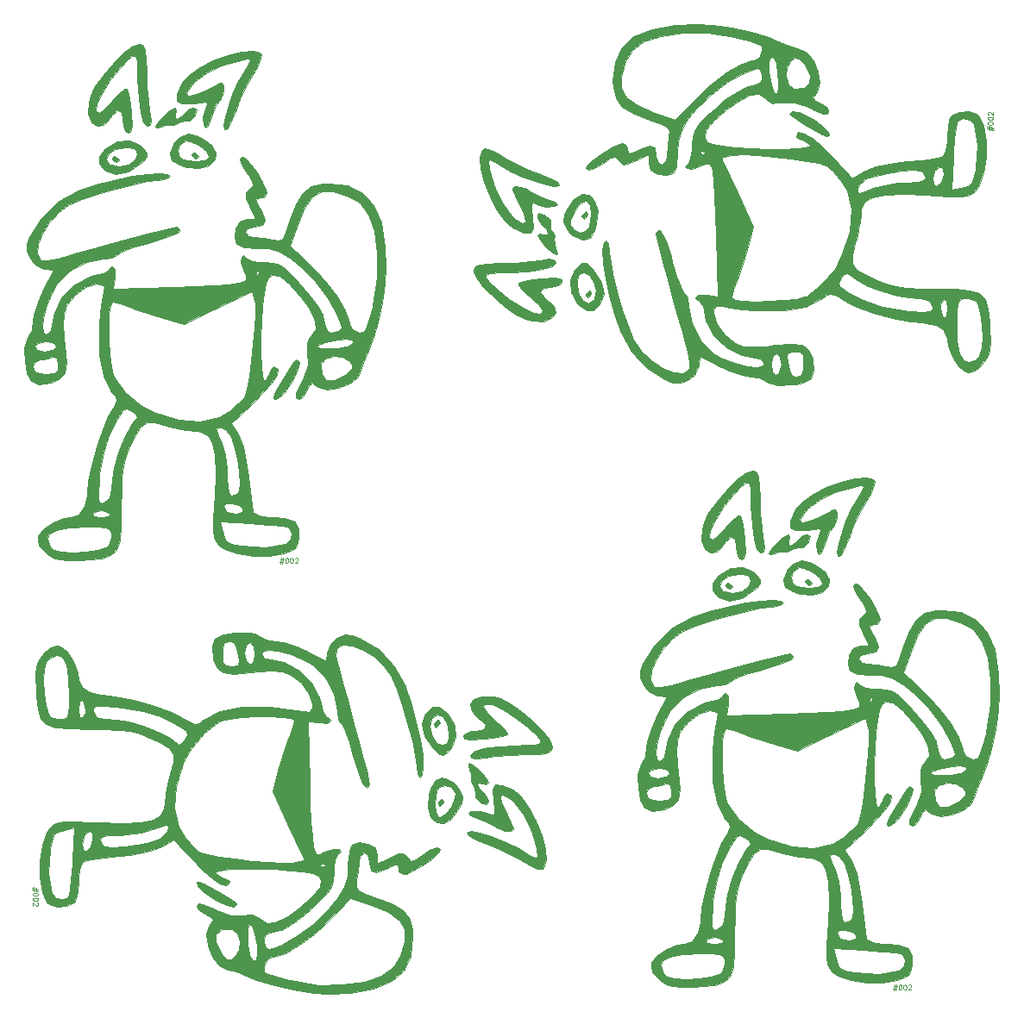
<source format=gbr>
G04 #@! TF.GenerationSoftware,KiCad,Pcbnew,(5.1.7)-1*
G04 #@! TF.CreationDate,2020-11-23T23:33:55-08:00*
G04 #@! TF.ProjectId,panelized001,70616e65-6c69-47a6-9564-3030312e6b69,rev?*
G04 #@! TF.SameCoordinates,Original*
G04 #@! TF.FileFunction,Legend,Top*
G04 #@! TF.FilePolarity,Positive*
%FSLAX46Y46*%
G04 Gerber Fmt 4.6, Leading zero omitted, Abs format (unit mm)*
G04 Created by KiCad (PCBNEW (5.1.7)-1) date 2020-11-23 23:33:55*
%MOMM*%
%LPD*%
G01*
G04 APERTURE LIST*
%ADD10C,0.100000*%
%ADD11C,0.010000*%
G04 APERTURE END LIST*
D10*
X111271952Y-131109257D02*
X111629095Y-131109257D01*
X111414809Y-130894971D02*
X111271952Y-131537828D01*
X111581476Y-131323542D02*
X111224333Y-131323542D01*
X111438619Y-131537828D02*
X111581476Y-130894971D01*
X111891000Y-130942590D02*
X111938619Y-130942590D01*
X111986238Y-130966400D01*
X112010047Y-130990209D01*
X112033857Y-131037828D01*
X112057666Y-131133066D01*
X112057666Y-131252114D01*
X112033857Y-131347352D01*
X112010047Y-131394971D01*
X111986238Y-131418780D01*
X111938619Y-131442590D01*
X111891000Y-131442590D01*
X111843380Y-131418780D01*
X111819571Y-131394971D01*
X111795761Y-131347352D01*
X111771952Y-131252114D01*
X111771952Y-131133066D01*
X111795761Y-131037828D01*
X111819571Y-130990209D01*
X111843380Y-130966400D01*
X111891000Y-130942590D01*
X112367190Y-130942590D02*
X112414809Y-130942590D01*
X112462428Y-130966400D01*
X112486238Y-130990209D01*
X112510047Y-131037828D01*
X112533857Y-131133066D01*
X112533857Y-131252114D01*
X112510047Y-131347352D01*
X112486238Y-131394971D01*
X112462428Y-131418780D01*
X112414809Y-131442590D01*
X112367190Y-131442590D01*
X112319571Y-131418780D01*
X112295761Y-131394971D01*
X112271952Y-131347352D01*
X112248142Y-131252114D01*
X112248142Y-131133066D01*
X112271952Y-131037828D01*
X112295761Y-130990209D01*
X112319571Y-130966400D01*
X112367190Y-130942590D01*
X112724333Y-130990209D02*
X112748142Y-130966400D01*
X112795761Y-130942590D01*
X112914809Y-130942590D01*
X112962428Y-130966400D01*
X112986238Y-130990209D01*
X113010047Y-131037828D01*
X113010047Y-131085447D01*
X112986238Y-131156876D01*
X112700523Y-131442590D01*
X113010047Y-131442590D01*
X120695257Y-46970047D02*
X120695257Y-46612904D01*
X120480971Y-46827190D02*
X121123828Y-46970047D01*
X120909542Y-46660523D02*
X120909542Y-47017666D01*
X121123828Y-46803380D02*
X120480971Y-46660523D01*
X120528590Y-46351000D02*
X120528590Y-46303380D01*
X120552400Y-46255761D01*
X120576209Y-46231952D01*
X120623828Y-46208142D01*
X120719066Y-46184333D01*
X120838114Y-46184333D01*
X120933352Y-46208142D01*
X120980971Y-46231952D01*
X121004780Y-46255761D01*
X121028590Y-46303380D01*
X121028590Y-46351000D01*
X121004780Y-46398619D01*
X120980971Y-46422428D01*
X120933352Y-46446238D01*
X120838114Y-46470047D01*
X120719066Y-46470047D01*
X120623828Y-46446238D01*
X120576209Y-46422428D01*
X120552400Y-46398619D01*
X120528590Y-46351000D01*
X120528590Y-45874809D02*
X120528590Y-45827190D01*
X120552400Y-45779571D01*
X120576209Y-45755761D01*
X120623828Y-45731952D01*
X120719066Y-45708142D01*
X120838114Y-45708142D01*
X120933352Y-45731952D01*
X120980971Y-45755761D01*
X121004780Y-45779571D01*
X121028590Y-45827190D01*
X121028590Y-45874809D01*
X121004780Y-45922428D01*
X120980971Y-45946238D01*
X120933352Y-45970047D01*
X120838114Y-45993857D01*
X120719066Y-45993857D01*
X120623828Y-45970047D01*
X120576209Y-45946238D01*
X120552400Y-45922428D01*
X120528590Y-45874809D01*
X120576209Y-45517666D02*
X120552400Y-45493857D01*
X120528590Y-45446238D01*
X120528590Y-45327190D01*
X120552400Y-45279571D01*
X120576209Y-45255761D01*
X120623828Y-45231952D01*
X120671447Y-45231952D01*
X120742876Y-45255761D01*
X121028590Y-45541476D01*
X121028590Y-45231952D01*
X27132742Y-121431952D02*
X27132742Y-121789095D01*
X27347028Y-121574809D02*
X26704171Y-121431952D01*
X26918457Y-121741476D02*
X26918457Y-121384333D01*
X26704171Y-121598619D02*
X27347028Y-121741476D01*
X27299409Y-122051000D02*
X27299409Y-122098619D01*
X27275600Y-122146238D01*
X27251790Y-122170047D01*
X27204171Y-122193857D01*
X27108933Y-122217666D01*
X26989885Y-122217666D01*
X26894647Y-122193857D01*
X26847028Y-122170047D01*
X26823219Y-122146238D01*
X26799409Y-122098619D01*
X26799409Y-122051000D01*
X26823219Y-122003380D01*
X26847028Y-121979571D01*
X26894647Y-121955761D01*
X26989885Y-121931952D01*
X27108933Y-121931952D01*
X27204171Y-121955761D01*
X27251790Y-121979571D01*
X27275600Y-122003380D01*
X27299409Y-122051000D01*
X27299409Y-122527190D02*
X27299409Y-122574809D01*
X27275600Y-122622428D01*
X27251790Y-122646238D01*
X27204171Y-122670047D01*
X27108933Y-122693857D01*
X26989885Y-122693857D01*
X26894647Y-122670047D01*
X26847028Y-122646238D01*
X26823219Y-122622428D01*
X26799409Y-122574809D01*
X26799409Y-122527190D01*
X26823219Y-122479571D01*
X26847028Y-122455761D01*
X26894647Y-122431952D01*
X26989885Y-122408142D01*
X27108933Y-122408142D01*
X27204171Y-122431952D01*
X27251790Y-122455761D01*
X27275600Y-122479571D01*
X27299409Y-122527190D01*
X27251790Y-122884333D02*
X27275600Y-122908142D01*
X27299409Y-122955761D01*
X27299409Y-123074809D01*
X27275600Y-123122428D01*
X27251790Y-123146238D01*
X27204171Y-123170047D01*
X27156552Y-123170047D01*
X27085123Y-123146238D01*
X26799409Y-122860523D01*
X26799409Y-123170047D01*
X51073952Y-89199257D02*
X51431095Y-89199257D01*
X51216809Y-88984971D02*
X51073952Y-89627828D01*
X51383476Y-89413542D02*
X51026333Y-89413542D01*
X51240619Y-89627828D02*
X51383476Y-88984971D01*
X51693000Y-89032590D02*
X51740619Y-89032590D01*
X51788238Y-89056400D01*
X51812047Y-89080209D01*
X51835857Y-89127828D01*
X51859666Y-89223066D01*
X51859666Y-89342114D01*
X51835857Y-89437352D01*
X51812047Y-89484971D01*
X51788238Y-89508780D01*
X51740619Y-89532590D01*
X51693000Y-89532590D01*
X51645380Y-89508780D01*
X51621571Y-89484971D01*
X51597761Y-89437352D01*
X51573952Y-89342114D01*
X51573952Y-89223066D01*
X51597761Y-89127828D01*
X51621571Y-89080209D01*
X51645380Y-89056400D01*
X51693000Y-89032590D01*
X52169190Y-89032590D02*
X52216809Y-89032590D01*
X52264428Y-89056400D01*
X52288238Y-89080209D01*
X52312047Y-89127828D01*
X52335857Y-89223066D01*
X52335857Y-89342114D01*
X52312047Y-89437352D01*
X52288238Y-89484971D01*
X52264428Y-89508780D01*
X52216809Y-89532590D01*
X52169190Y-89532590D01*
X52121571Y-89508780D01*
X52097761Y-89484971D01*
X52073952Y-89437352D01*
X52050142Y-89342114D01*
X52050142Y-89223066D01*
X52073952Y-89127828D01*
X52097761Y-89080209D01*
X52121571Y-89056400D01*
X52169190Y-89032590D01*
X52526333Y-89080209D02*
X52550142Y-89056400D01*
X52597761Y-89032590D01*
X52716809Y-89032590D01*
X52764428Y-89056400D01*
X52788238Y-89080209D01*
X52812047Y-89127828D01*
X52812047Y-89175447D01*
X52788238Y-89246876D01*
X52502523Y-89532590D01*
X52812047Y-89532590D01*
D11*
G36*
X107821534Y-91664078D02*
G01*
X108362577Y-92257647D01*
X108972933Y-93098865D01*
X109522930Y-93999390D01*
X109882899Y-94770878D01*
X109953777Y-95100344D01*
X109669935Y-95507671D01*
X109424611Y-95560444D01*
X109017321Y-95599897D01*
X108949190Y-95837150D01*
X109217657Y-96450549D01*
X109406556Y-96817742D01*
X109748609Y-97728822D01*
X109557484Y-98221820D01*
X108794722Y-98381711D01*
X108698235Y-98382666D01*
X108004525Y-98570413D01*
X107837111Y-98911833D01*
X108141296Y-99338900D01*
X108674958Y-99441000D01*
X109668449Y-99512778D01*
X110541555Y-99646750D01*
X111135208Y-99720584D01*
X111516432Y-99547089D01*
X111823003Y-98981239D01*
X112178209Y-97924008D01*
X112811267Y-96204195D01*
X113490641Y-95078410D01*
X114328074Y-94438167D01*
X115435307Y-94174977D01*
X116064799Y-94150652D01*
X117923847Y-94372818D01*
X119378320Y-95061686D01*
X120454083Y-96255288D01*
X121176999Y-97991661D01*
X121572934Y-100308840D01*
X121670401Y-102393781D01*
X121567435Y-103958436D01*
X121273134Y-105835209D01*
X120844987Y-107759940D01*
X120340487Y-109468469D01*
X119894531Y-110553500D01*
X119495022Y-111491074D01*
X119294196Y-112268778D01*
X119293747Y-112273884D01*
X118910248Y-113108631D01*
X118059984Y-113807614D01*
X116970500Y-114277366D01*
X115869342Y-114424425D01*
X114984054Y-114155326D01*
X114892936Y-114081522D01*
X114435215Y-113767939D01*
X114124799Y-113985314D01*
X113899629Y-114431626D01*
X113486946Y-115081499D01*
X113136341Y-115316000D01*
X112836326Y-115200256D01*
X112854460Y-114773800D01*
X113211943Y-113917794D01*
X113483011Y-113372866D01*
X113978764Y-111998248D01*
X113977407Y-111897023D01*
X115306692Y-111897023D01*
X115342150Y-112903425D01*
X115828108Y-113450115D01*
X116640502Y-113486879D01*
X117655271Y-112963504D01*
X117752559Y-112886989D01*
X118291859Y-112359323D01*
X118302123Y-111940169D01*
X118086272Y-111634252D01*
X117405624Y-111220747D01*
X116528753Y-111140279D01*
X115737064Y-111366244D01*
X115311960Y-111872040D01*
X115306692Y-111897023D01*
X113977407Y-111897023D01*
X113962323Y-110772357D01*
X113922376Y-110192572D01*
X114820179Y-110192572D01*
X115250774Y-110335572D01*
X115833952Y-110366383D01*
X116902235Y-110323580D01*
X117727882Y-110203897D01*
X117862425Y-110162979D01*
X118425015Y-109823989D01*
X118379510Y-109547111D01*
X117823253Y-109407443D01*
X116955049Y-109462928D01*
X115724639Y-109714085D01*
X114995575Y-109971355D01*
X114820179Y-110192572D01*
X113922376Y-110192572D01*
X113896361Y-109814998D01*
X114201294Y-109231850D01*
X114356414Y-109103946D01*
X114779746Y-108493676D01*
X114687091Y-107612254D01*
X114062100Y-106401123D01*
X113302821Y-105330656D01*
X112151507Y-103979768D01*
X111227244Y-103258648D01*
X110490789Y-103143687D01*
X110083193Y-103393727D01*
X109869714Y-103907214D01*
X109690361Y-104896811D01*
X109548844Y-106224137D01*
X109448877Y-107750811D01*
X109394169Y-109338452D01*
X109388434Y-110848677D01*
X109435383Y-112143106D01*
X109538727Y-113083357D01*
X109702179Y-113531048D01*
X109811479Y-113523818D01*
X110240386Y-112923852D01*
X110306555Y-112626971D01*
X110511619Y-112185923D01*
X110659333Y-112141000D01*
X111043105Y-112354908D01*
X110930003Y-112944760D01*
X110363447Y-113832748D01*
X109386855Y-114941065D01*
X108751366Y-115560054D01*
X106490622Y-117666047D01*
X107171482Y-118741391D01*
X107660395Y-119958789D01*
X108020834Y-121865154D01*
X108144437Y-122982246D01*
X108301235Y-124437534D01*
X108472348Y-125639664D01*
X108629692Y-126403752D01*
X108686808Y-126552712D01*
X109161303Y-126792329D01*
X110078523Y-126937615D01*
X110609597Y-126957666D01*
X111693701Y-127042159D01*
X112505171Y-127255819D01*
X112705444Y-127381000D01*
X113050582Y-128108802D01*
X113097829Y-129058460D01*
X112849605Y-129864019D01*
X112687805Y-130048734D01*
X111671849Y-130513547D01*
X110241645Y-130738976D01*
X108633817Y-130735620D01*
X107084992Y-130514076D01*
X105831793Y-130084942D01*
X105305903Y-129718125D01*
X104999961Y-129359396D01*
X104810796Y-128925271D01*
X104724250Y-128271685D01*
X104725909Y-127388912D01*
X105373918Y-127388912D01*
X105596809Y-128319817D01*
X105761334Y-128981783D01*
X105975657Y-129335360D01*
X106443467Y-129532215D01*
X107368451Y-129724015D01*
X107523810Y-129754682D01*
X109824654Y-129909312D01*
X111805861Y-129553389D01*
X112276186Y-129147010D01*
X112411725Y-128505202D01*
X112177433Y-127965160D01*
X111982250Y-127856174D01*
X111446574Y-127775896D01*
X110397419Y-127680361D01*
X109026151Y-127585991D01*
X108457598Y-127553701D01*
X105373918Y-127388912D01*
X104725909Y-127388912D01*
X104726162Y-127254576D01*
X104796841Y-125840537D01*
X105720444Y-125840537D01*
X106025589Y-126399453D01*
X106926428Y-126604154D01*
X107002891Y-126604889D01*
X107591157Y-126468863D01*
X107611907Y-126075722D01*
X107220389Y-125731320D01*
X106569891Y-125555319D01*
X105967754Y-125585934D01*
X105720444Y-125840537D01*
X104796841Y-125840537D01*
X104802373Y-125729881D01*
X104845175Y-125030528D01*
X104940983Y-122633091D01*
X104874262Y-120855542D01*
X104625721Y-119626906D01*
X104176071Y-118876208D01*
X103506020Y-118532474D01*
X103067771Y-118491000D01*
X102085002Y-118388425D01*
X101995649Y-118370139D01*
X105057339Y-118370139D01*
X105234623Y-118919782D01*
X105544055Y-119671308D01*
X105852798Y-120779323D01*
X106043468Y-122174457D01*
X106073222Y-122889391D01*
X106127632Y-124092063D01*
X106308966Y-124704119D01*
X106564645Y-124841000D01*
X107116067Y-124557779D01*
X107247639Y-124341776D01*
X107319076Y-123620277D01*
X107234304Y-122474704D01*
X107033921Y-121158531D01*
X106758528Y-119925234D01*
X106448725Y-119028288D01*
X106374899Y-118893047D01*
X105854674Y-118315117D01*
X105459196Y-118138222D01*
X105135391Y-118167340D01*
X105057339Y-118370139D01*
X101995649Y-118370139D01*
X100808080Y-118127107D01*
X100113825Y-117940384D01*
X98945256Y-117645034D01*
X98143854Y-117658002D01*
X97543844Y-118073949D01*
X96979447Y-118987536D01*
X96504395Y-120001412D01*
X96125105Y-120947428D01*
X95880328Y-121885222D01*
X95742020Y-123010069D01*
X95682138Y-124517245D01*
X95671981Y-125797703D01*
X95645009Y-127799227D01*
X95517853Y-129206127D01*
X95211052Y-130129028D01*
X94645144Y-130678558D01*
X93740667Y-130965342D01*
X92418160Y-131100008D01*
X91840595Y-131131737D01*
X90454854Y-131176225D01*
X89553373Y-131108619D01*
X88918152Y-130884934D01*
X88331190Y-130461186D01*
X88273663Y-130412061D01*
X87609912Y-129697823D01*
X87475897Y-129063525D01*
X88434333Y-129063525D01*
X88710741Y-129802155D01*
X89051694Y-130127705D01*
X89768180Y-130329381D01*
X90872442Y-130393930D01*
X92131526Y-130338479D01*
X93312481Y-130180156D01*
X94182354Y-129936087D01*
X94478050Y-129728747D01*
X94698812Y-128989094D01*
X94698159Y-128545166D01*
X94562869Y-128149767D01*
X94173907Y-127938667D01*
X93362861Y-127859048D01*
X92491277Y-127853011D01*
X90581535Y-127936994D01*
X89307598Y-128171823D01*
X88612532Y-128574487D01*
X88434333Y-129063525D01*
X87475897Y-129063525D01*
X87473034Y-129049977D01*
X87541179Y-128756874D01*
X88051876Y-128083484D01*
X88991532Y-127463462D01*
X90090283Y-127047400D01*
X90765361Y-126957666D01*
X91520459Y-126642123D01*
X91546873Y-126604889D01*
X92844055Y-126604889D01*
X92983313Y-126853492D01*
X93673848Y-126957340D01*
X93726000Y-126957666D01*
X94443098Y-126863728D01*
X94617303Y-126621679D01*
X94607944Y-126604889D01*
X94108898Y-126305450D01*
X93726000Y-126252111D01*
X93059355Y-126418948D01*
X92844055Y-126604889D01*
X91546873Y-126604889D01*
X92087101Y-125843385D01*
X92303958Y-124841000D01*
X92331335Y-124566011D01*
X93395228Y-124566011D01*
X93433478Y-125241003D01*
X93625902Y-125514144D01*
X93813632Y-125546555D01*
X94397121Y-125259937D01*
X94570201Y-124988536D01*
X94720080Y-124255036D01*
X94784294Y-123260514D01*
X94784333Y-123237707D01*
X94948661Y-122070754D01*
X95371607Y-120620458D01*
X95948109Y-119172161D01*
X96573108Y-118011208D01*
X96835998Y-117665387D01*
X97218572Y-117141532D01*
X97062411Y-116772902D01*
X96732487Y-116512857D01*
X96271629Y-116256133D01*
X95903747Y-116384157D01*
X95446136Y-116997690D01*
X95235405Y-117338469D01*
X94446477Y-118881408D01*
X93911357Y-120583410D01*
X93560805Y-122682553D01*
X93489471Y-123341694D01*
X93395228Y-124566011D01*
X92331335Y-124566011D01*
X92451626Y-123357754D01*
X92814877Y-121563361D01*
X93322623Y-119720584D01*
X93903775Y-118092184D01*
X94408036Y-117063634D01*
X94967853Y-116118846D01*
X95184149Y-115545522D01*
X95088264Y-115117388D01*
X94742792Y-114646747D01*
X93913151Y-113088708D01*
X93494192Y-110990723D01*
X93493507Y-108391921D01*
X93503706Y-108260444D01*
X93513355Y-108159264D01*
X94422539Y-108159264D01*
X94441633Y-109534455D01*
X94523339Y-110910785D01*
X94664029Y-112113207D01*
X94860077Y-112966674D01*
X94929227Y-113128657D01*
X96041988Y-114631226D01*
X97614201Y-115927287D01*
X98841277Y-116588686D01*
X101277894Y-117389799D01*
X103409754Y-117567187D01*
X105262533Y-117120520D01*
X106333068Y-116492604D01*
X107152666Y-115792686D01*
X107728485Y-115145334D01*
X107794948Y-115037077D01*
X107998922Y-114356067D01*
X108215820Y-113157369D01*
X108426056Y-111628104D01*
X108610042Y-109955388D01*
X108748191Y-108326341D01*
X108820914Y-106928081D01*
X108808625Y-105947728D01*
X108772249Y-105700953D01*
X108541454Y-104781394D01*
X105161200Y-106360995D01*
X101780947Y-107940597D01*
X99781945Y-107378078D01*
X98400731Y-106964526D01*
X97064153Y-106524819D01*
X96452888Y-106303279D01*
X95525426Y-105976798D01*
X94870259Y-105800862D01*
X94777194Y-105791000D01*
X94586693Y-106112489D01*
X94469683Y-106960260D01*
X94422539Y-108159264D01*
X93513355Y-108159264D01*
X93637850Y-106853843D01*
X93790346Y-105636397D01*
X93929819Y-104855928D01*
X93939175Y-104820861D01*
X93995450Y-104233579D01*
X93582469Y-104038301D01*
X93265045Y-104027111D01*
X92195276Y-104329460D01*
X91140387Y-105100078D01*
X90327381Y-106134317D01*
X90013119Y-106958793D01*
X89949974Y-107956915D01*
X90017898Y-109274381D01*
X90116068Y-110061265D01*
X90272339Y-111685237D01*
X90106916Y-112770416D01*
X89581798Y-113424019D01*
X88818697Y-113721562D01*
X87591759Y-113864922D01*
X86824505Y-113575016D01*
X86397078Y-112758083D01*
X86295933Y-112141000D01*
X87023222Y-112141000D01*
X87161340Y-112627283D01*
X87700537Y-112823492D01*
X88257944Y-112846555D01*
X89091273Y-112782463D01*
X89432700Y-112486142D01*
X89492666Y-111926867D01*
X89387787Y-111276185D01*
X89013214Y-111194097D01*
X88934647Y-111221312D01*
X88090954Y-111409316D01*
X87699925Y-111435444D01*
X87131119Y-111698689D01*
X87023222Y-112141000D01*
X86295933Y-112141000D01*
X86222043Y-111690200D01*
X86182043Y-110308470D01*
X86236843Y-110103969D01*
X87169906Y-110103969D01*
X87326436Y-110427846D01*
X87461996Y-110495518D01*
X88185315Y-110691701D01*
X88881687Y-110535879D01*
X88932621Y-110516534D01*
X89322620Y-110193562D01*
X89133436Y-109868209D01*
X88476912Y-109680546D01*
X88257944Y-109671555D01*
X87526914Y-109803730D01*
X87169906Y-110103969D01*
X86236843Y-110103969D01*
X86409652Y-109459088D01*
X86530881Y-109290999D01*
X86891229Y-108540891D01*
X87023222Y-107665019D01*
X87182274Y-106771697D01*
X87593647Y-105567959D01*
X88018256Y-104623316D01*
X89013290Y-102650648D01*
X88117578Y-102545129D01*
X87225949Y-102133064D01*
X86706914Y-101517884D01*
X86393932Y-100778792D01*
X86440946Y-100076791D01*
X86685850Y-99403806D01*
X87824555Y-97522566D01*
X89483873Y-95955964D01*
X91496602Y-94861412D01*
X91520212Y-94852535D01*
X93221262Y-94284260D01*
X94991954Y-93807864D01*
X96704498Y-93443555D01*
X98231105Y-93211541D01*
X99443986Y-93132030D01*
X100215350Y-93225230D01*
X100428777Y-93443777D01*
X100119383Y-93679984D01*
X99361712Y-93794525D01*
X99233519Y-93796555D01*
X98233887Y-93911583D01*
X96782826Y-94217738D01*
X95088869Y-94656628D01*
X93360550Y-95169861D01*
X91806401Y-95699045D01*
X90634956Y-96185789D01*
X90551000Y-96227777D01*
X89511619Y-96957580D01*
X88605226Y-97944819D01*
X87902503Y-99045908D01*
X87474134Y-100117260D01*
X87390802Y-101015290D01*
X87723192Y-101596411D01*
X87870912Y-101672095D01*
X88477355Y-101684582D01*
X89469237Y-101504296D01*
X90075773Y-101338875D01*
X91410998Y-100943305D01*
X93039143Y-100480391D01*
X94820433Y-99987531D01*
X96615098Y-99502119D01*
X98283363Y-99061553D01*
X99685456Y-98703229D01*
X100681604Y-98464543D01*
X101124926Y-98382666D01*
X101428191Y-98631115D01*
X101408440Y-98795067D01*
X101026045Y-99065742D01*
X100123173Y-99434467D01*
X98866013Y-99837131D01*
X98304697Y-99992407D01*
X96954218Y-100388168D01*
X95892956Y-100771508D01*
X95286476Y-101079591D01*
X95208368Y-101167506D01*
X94803063Y-101437175D01*
X93998794Y-101557273D01*
X93947740Y-101557666D01*
X92223282Y-101881682D01*
X90608255Y-102758321D01*
X89329405Y-104044475D01*
X88917210Y-104732666D01*
X88349543Y-106104758D01*
X88006841Y-107352466D01*
X87911155Y-108329266D01*
X88084534Y-108888637D01*
X88280123Y-108966000D01*
X88735564Y-108720115D01*
X88789078Y-108525027D01*
X89097730Y-106839557D01*
X89918381Y-105293130D01*
X91115806Y-104055497D01*
X92554778Y-103296407D01*
X93045375Y-103182099D01*
X93918406Y-102964158D01*
X94399137Y-102691901D01*
X94431555Y-102611831D01*
X94705174Y-102279728D01*
X94824373Y-102263222D01*
X95068471Y-102571661D01*
X95055538Y-103364634D01*
X94893885Y-104466047D01*
X100924526Y-104294636D01*
X102953842Y-104223294D01*
X104765551Y-104133967D01*
X106229575Y-104035085D01*
X107215839Y-103935077D01*
X107563801Y-103864385D01*
X107949621Y-103616847D01*
X107938810Y-103211441D01*
X107825193Y-102968777D01*
X108895444Y-102968777D01*
X109024520Y-103259153D01*
X109130629Y-103203963D01*
X109172850Y-102785298D01*
X109130629Y-102733592D01*
X108920903Y-102782018D01*
X108895444Y-102968777D01*
X107825193Y-102968777D01*
X107653289Y-102601626D01*
X107431917Y-101913549D01*
X107465051Y-101398585D01*
X107690894Y-101238623D01*
X108009943Y-101551912D01*
X108470122Y-101771577D01*
X109363585Y-101898213D01*
X109768609Y-101910444D01*
X110561921Y-101948653D01*
X111187956Y-102135081D01*
X111819787Y-102577433D01*
X112630489Y-103383413D01*
X113287146Y-104100024D01*
X114236650Y-105229041D01*
X114991852Y-106275344D01*
X115420942Y-107051927D01*
X115462877Y-107186829D01*
X115712692Y-108209939D01*
X115958016Y-108691890D01*
X116316327Y-108786459D01*
X116634975Y-108721082D01*
X117133106Y-108571515D01*
X117309051Y-108339953D01*
X117184040Y-107829379D01*
X116825460Y-106953397D01*
X115967628Y-105415164D01*
X114704175Y-103772781D01*
X113240901Y-102274200D01*
X112316639Y-101521013D01*
X111224124Y-100857268D01*
X110134110Y-100557266D01*
X109007831Y-100499333D01*
X107705924Y-100407151D01*
X107410810Y-100267450D01*
X112246833Y-100267450D01*
X114385201Y-102315737D01*
X115739188Y-103763538D01*
X116866698Y-105257665D01*
X117669678Y-106646534D01*
X118050076Y-107778563D01*
X118067666Y-108008634D01*
X118359915Y-108504094D01*
X118996274Y-108786370D01*
X119528201Y-108730686D01*
X119715984Y-108358078D01*
X120002245Y-107478066D01*
X120329061Y-106271247D01*
X120369824Y-106106636D01*
X120810105Y-103390275D01*
X120794780Y-101070243D01*
X120490908Y-98838223D01*
X119939031Y-97198794D01*
X119098933Y-96070282D01*
X118002355Y-95399084D01*
X116503475Y-94928735D01*
X115353570Y-94924254D01*
X114448149Y-95445039D01*
X113682724Y-96550485D01*
X112966530Y-98261646D01*
X112246833Y-100267450D01*
X107410810Y-100267450D01*
X106997985Y-100072028D01*
X106789680Y-99406101D01*
X106923841Y-98558266D01*
X107320260Y-97855489D01*
X108014513Y-97677111D01*
X108884029Y-97677111D01*
X108279267Y-96408911D01*
X107916268Y-95570056D01*
X107881922Y-95108189D01*
X108171679Y-94778380D01*
X108247914Y-94721425D01*
X108624702Y-94330815D01*
X108492582Y-93876364D01*
X108303367Y-93608374D01*
X107568621Y-92517676D01*
X107316207Y-91835710D01*
X107479475Y-91506502D01*
X107821534Y-91664078D01*
G37*
X107821534Y-91664078D02*
X108362577Y-92257647D01*
X108972933Y-93098865D01*
X109522930Y-93999390D01*
X109882899Y-94770878D01*
X109953777Y-95100344D01*
X109669935Y-95507671D01*
X109424611Y-95560444D01*
X109017321Y-95599897D01*
X108949190Y-95837150D01*
X109217657Y-96450549D01*
X109406556Y-96817742D01*
X109748609Y-97728822D01*
X109557484Y-98221820D01*
X108794722Y-98381711D01*
X108698235Y-98382666D01*
X108004525Y-98570413D01*
X107837111Y-98911833D01*
X108141296Y-99338900D01*
X108674958Y-99441000D01*
X109668449Y-99512778D01*
X110541555Y-99646750D01*
X111135208Y-99720584D01*
X111516432Y-99547089D01*
X111823003Y-98981239D01*
X112178209Y-97924008D01*
X112811267Y-96204195D01*
X113490641Y-95078410D01*
X114328074Y-94438167D01*
X115435307Y-94174977D01*
X116064799Y-94150652D01*
X117923847Y-94372818D01*
X119378320Y-95061686D01*
X120454083Y-96255288D01*
X121176999Y-97991661D01*
X121572934Y-100308840D01*
X121670401Y-102393781D01*
X121567435Y-103958436D01*
X121273134Y-105835209D01*
X120844987Y-107759940D01*
X120340487Y-109468469D01*
X119894531Y-110553500D01*
X119495022Y-111491074D01*
X119294196Y-112268778D01*
X119293747Y-112273884D01*
X118910248Y-113108631D01*
X118059984Y-113807614D01*
X116970500Y-114277366D01*
X115869342Y-114424425D01*
X114984054Y-114155326D01*
X114892936Y-114081522D01*
X114435215Y-113767939D01*
X114124799Y-113985314D01*
X113899629Y-114431626D01*
X113486946Y-115081499D01*
X113136341Y-115316000D01*
X112836326Y-115200256D01*
X112854460Y-114773800D01*
X113211943Y-113917794D01*
X113483011Y-113372866D01*
X113978764Y-111998248D01*
X113977407Y-111897023D01*
X115306692Y-111897023D01*
X115342150Y-112903425D01*
X115828108Y-113450115D01*
X116640502Y-113486879D01*
X117655271Y-112963504D01*
X117752559Y-112886989D01*
X118291859Y-112359323D01*
X118302123Y-111940169D01*
X118086272Y-111634252D01*
X117405624Y-111220747D01*
X116528753Y-111140279D01*
X115737064Y-111366244D01*
X115311960Y-111872040D01*
X115306692Y-111897023D01*
X113977407Y-111897023D01*
X113962323Y-110772357D01*
X113922376Y-110192572D01*
X114820179Y-110192572D01*
X115250774Y-110335572D01*
X115833952Y-110366383D01*
X116902235Y-110323580D01*
X117727882Y-110203897D01*
X117862425Y-110162979D01*
X118425015Y-109823989D01*
X118379510Y-109547111D01*
X117823253Y-109407443D01*
X116955049Y-109462928D01*
X115724639Y-109714085D01*
X114995575Y-109971355D01*
X114820179Y-110192572D01*
X113922376Y-110192572D01*
X113896361Y-109814998D01*
X114201294Y-109231850D01*
X114356414Y-109103946D01*
X114779746Y-108493676D01*
X114687091Y-107612254D01*
X114062100Y-106401123D01*
X113302821Y-105330656D01*
X112151507Y-103979768D01*
X111227244Y-103258648D01*
X110490789Y-103143687D01*
X110083193Y-103393727D01*
X109869714Y-103907214D01*
X109690361Y-104896811D01*
X109548844Y-106224137D01*
X109448877Y-107750811D01*
X109394169Y-109338452D01*
X109388434Y-110848677D01*
X109435383Y-112143106D01*
X109538727Y-113083357D01*
X109702179Y-113531048D01*
X109811479Y-113523818D01*
X110240386Y-112923852D01*
X110306555Y-112626971D01*
X110511619Y-112185923D01*
X110659333Y-112141000D01*
X111043105Y-112354908D01*
X110930003Y-112944760D01*
X110363447Y-113832748D01*
X109386855Y-114941065D01*
X108751366Y-115560054D01*
X106490622Y-117666047D01*
X107171482Y-118741391D01*
X107660395Y-119958789D01*
X108020834Y-121865154D01*
X108144437Y-122982246D01*
X108301235Y-124437534D01*
X108472348Y-125639664D01*
X108629692Y-126403752D01*
X108686808Y-126552712D01*
X109161303Y-126792329D01*
X110078523Y-126937615D01*
X110609597Y-126957666D01*
X111693701Y-127042159D01*
X112505171Y-127255819D01*
X112705444Y-127381000D01*
X113050582Y-128108802D01*
X113097829Y-129058460D01*
X112849605Y-129864019D01*
X112687805Y-130048734D01*
X111671849Y-130513547D01*
X110241645Y-130738976D01*
X108633817Y-130735620D01*
X107084992Y-130514076D01*
X105831793Y-130084942D01*
X105305903Y-129718125D01*
X104999961Y-129359396D01*
X104810796Y-128925271D01*
X104724250Y-128271685D01*
X104725909Y-127388912D01*
X105373918Y-127388912D01*
X105596809Y-128319817D01*
X105761334Y-128981783D01*
X105975657Y-129335360D01*
X106443467Y-129532215D01*
X107368451Y-129724015D01*
X107523810Y-129754682D01*
X109824654Y-129909312D01*
X111805861Y-129553389D01*
X112276186Y-129147010D01*
X112411725Y-128505202D01*
X112177433Y-127965160D01*
X111982250Y-127856174D01*
X111446574Y-127775896D01*
X110397419Y-127680361D01*
X109026151Y-127585991D01*
X108457598Y-127553701D01*
X105373918Y-127388912D01*
X104725909Y-127388912D01*
X104726162Y-127254576D01*
X104796841Y-125840537D01*
X105720444Y-125840537D01*
X106025589Y-126399453D01*
X106926428Y-126604154D01*
X107002891Y-126604889D01*
X107591157Y-126468863D01*
X107611907Y-126075722D01*
X107220389Y-125731320D01*
X106569891Y-125555319D01*
X105967754Y-125585934D01*
X105720444Y-125840537D01*
X104796841Y-125840537D01*
X104802373Y-125729881D01*
X104845175Y-125030528D01*
X104940983Y-122633091D01*
X104874262Y-120855542D01*
X104625721Y-119626906D01*
X104176071Y-118876208D01*
X103506020Y-118532474D01*
X103067771Y-118491000D01*
X102085002Y-118388425D01*
X101995649Y-118370139D01*
X105057339Y-118370139D01*
X105234623Y-118919782D01*
X105544055Y-119671308D01*
X105852798Y-120779323D01*
X106043468Y-122174457D01*
X106073222Y-122889391D01*
X106127632Y-124092063D01*
X106308966Y-124704119D01*
X106564645Y-124841000D01*
X107116067Y-124557779D01*
X107247639Y-124341776D01*
X107319076Y-123620277D01*
X107234304Y-122474704D01*
X107033921Y-121158531D01*
X106758528Y-119925234D01*
X106448725Y-119028288D01*
X106374899Y-118893047D01*
X105854674Y-118315117D01*
X105459196Y-118138222D01*
X105135391Y-118167340D01*
X105057339Y-118370139D01*
X101995649Y-118370139D01*
X100808080Y-118127107D01*
X100113825Y-117940384D01*
X98945256Y-117645034D01*
X98143854Y-117658002D01*
X97543844Y-118073949D01*
X96979447Y-118987536D01*
X96504395Y-120001412D01*
X96125105Y-120947428D01*
X95880328Y-121885222D01*
X95742020Y-123010069D01*
X95682138Y-124517245D01*
X95671981Y-125797703D01*
X95645009Y-127799227D01*
X95517853Y-129206127D01*
X95211052Y-130129028D01*
X94645144Y-130678558D01*
X93740667Y-130965342D01*
X92418160Y-131100008D01*
X91840595Y-131131737D01*
X90454854Y-131176225D01*
X89553373Y-131108619D01*
X88918152Y-130884934D01*
X88331190Y-130461186D01*
X88273663Y-130412061D01*
X87609912Y-129697823D01*
X87475897Y-129063525D01*
X88434333Y-129063525D01*
X88710741Y-129802155D01*
X89051694Y-130127705D01*
X89768180Y-130329381D01*
X90872442Y-130393930D01*
X92131526Y-130338479D01*
X93312481Y-130180156D01*
X94182354Y-129936087D01*
X94478050Y-129728747D01*
X94698812Y-128989094D01*
X94698159Y-128545166D01*
X94562869Y-128149767D01*
X94173907Y-127938667D01*
X93362861Y-127859048D01*
X92491277Y-127853011D01*
X90581535Y-127936994D01*
X89307598Y-128171823D01*
X88612532Y-128574487D01*
X88434333Y-129063525D01*
X87475897Y-129063525D01*
X87473034Y-129049977D01*
X87541179Y-128756874D01*
X88051876Y-128083484D01*
X88991532Y-127463462D01*
X90090283Y-127047400D01*
X90765361Y-126957666D01*
X91520459Y-126642123D01*
X91546873Y-126604889D01*
X92844055Y-126604889D01*
X92983313Y-126853492D01*
X93673848Y-126957340D01*
X93726000Y-126957666D01*
X94443098Y-126863728D01*
X94617303Y-126621679D01*
X94607944Y-126604889D01*
X94108898Y-126305450D01*
X93726000Y-126252111D01*
X93059355Y-126418948D01*
X92844055Y-126604889D01*
X91546873Y-126604889D01*
X92087101Y-125843385D01*
X92303958Y-124841000D01*
X92331335Y-124566011D01*
X93395228Y-124566011D01*
X93433478Y-125241003D01*
X93625902Y-125514144D01*
X93813632Y-125546555D01*
X94397121Y-125259937D01*
X94570201Y-124988536D01*
X94720080Y-124255036D01*
X94784294Y-123260514D01*
X94784333Y-123237707D01*
X94948661Y-122070754D01*
X95371607Y-120620458D01*
X95948109Y-119172161D01*
X96573108Y-118011208D01*
X96835998Y-117665387D01*
X97218572Y-117141532D01*
X97062411Y-116772902D01*
X96732487Y-116512857D01*
X96271629Y-116256133D01*
X95903747Y-116384157D01*
X95446136Y-116997690D01*
X95235405Y-117338469D01*
X94446477Y-118881408D01*
X93911357Y-120583410D01*
X93560805Y-122682553D01*
X93489471Y-123341694D01*
X93395228Y-124566011D01*
X92331335Y-124566011D01*
X92451626Y-123357754D01*
X92814877Y-121563361D01*
X93322623Y-119720584D01*
X93903775Y-118092184D01*
X94408036Y-117063634D01*
X94967853Y-116118846D01*
X95184149Y-115545522D01*
X95088264Y-115117388D01*
X94742792Y-114646747D01*
X93913151Y-113088708D01*
X93494192Y-110990723D01*
X93493507Y-108391921D01*
X93503706Y-108260444D01*
X93513355Y-108159264D01*
X94422539Y-108159264D01*
X94441633Y-109534455D01*
X94523339Y-110910785D01*
X94664029Y-112113207D01*
X94860077Y-112966674D01*
X94929227Y-113128657D01*
X96041988Y-114631226D01*
X97614201Y-115927287D01*
X98841277Y-116588686D01*
X101277894Y-117389799D01*
X103409754Y-117567187D01*
X105262533Y-117120520D01*
X106333068Y-116492604D01*
X107152666Y-115792686D01*
X107728485Y-115145334D01*
X107794948Y-115037077D01*
X107998922Y-114356067D01*
X108215820Y-113157369D01*
X108426056Y-111628104D01*
X108610042Y-109955388D01*
X108748191Y-108326341D01*
X108820914Y-106928081D01*
X108808625Y-105947728D01*
X108772249Y-105700953D01*
X108541454Y-104781394D01*
X105161200Y-106360995D01*
X101780947Y-107940597D01*
X99781945Y-107378078D01*
X98400731Y-106964526D01*
X97064153Y-106524819D01*
X96452888Y-106303279D01*
X95525426Y-105976798D01*
X94870259Y-105800862D01*
X94777194Y-105791000D01*
X94586693Y-106112489D01*
X94469683Y-106960260D01*
X94422539Y-108159264D01*
X93513355Y-108159264D01*
X93637850Y-106853843D01*
X93790346Y-105636397D01*
X93929819Y-104855928D01*
X93939175Y-104820861D01*
X93995450Y-104233579D01*
X93582469Y-104038301D01*
X93265045Y-104027111D01*
X92195276Y-104329460D01*
X91140387Y-105100078D01*
X90327381Y-106134317D01*
X90013119Y-106958793D01*
X89949974Y-107956915D01*
X90017898Y-109274381D01*
X90116068Y-110061265D01*
X90272339Y-111685237D01*
X90106916Y-112770416D01*
X89581798Y-113424019D01*
X88818697Y-113721562D01*
X87591759Y-113864922D01*
X86824505Y-113575016D01*
X86397078Y-112758083D01*
X86295933Y-112141000D01*
X87023222Y-112141000D01*
X87161340Y-112627283D01*
X87700537Y-112823492D01*
X88257944Y-112846555D01*
X89091273Y-112782463D01*
X89432700Y-112486142D01*
X89492666Y-111926867D01*
X89387787Y-111276185D01*
X89013214Y-111194097D01*
X88934647Y-111221312D01*
X88090954Y-111409316D01*
X87699925Y-111435444D01*
X87131119Y-111698689D01*
X87023222Y-112141000D01*
X86295933Y-112141000D01*
X86222043Y-111690200D01*
X86182043Y-110308470D01*
X86236843Y-110103969D01*
X87169906Y-110103969D01*
X87326436Y-110427846D01*
X87461996Y-110495518D01*
X88185315Y-110691701D01*
X88881687Y-110535879D01*
X88932621Y-110516534D01*
X89322620Y-110193562D01*
X89133436Y-109868209D01*
X88476912Y-109680546D01*
X88257944Y-109671555D01*
X87526914Y-109803730D01*
X87169906Y-110103969D01*
X86236843Y-110103969D01*
X86409652Y-109459088D01*
X86530881Y-109290999D01*
X86891229Y-108540891D01*
X87023222Y-107665019D01*
X87182274Y-106771697D01*
X87593647Y-105567959D01*
X88018256Y-104623316D01*
X89013290Y-102650648D01*
X88117578Y-102545129D01*
X87225949Y-102133064D01*
X86706914Y-101517884D01*
X86393932Y-100778792D01*
X86440946Y-100076791D01*
X86685850Y-99403806D01*
X87824555Y-97522566D01*
X89483873Y-95955964D01*
X91496602Y-94861412D01*
X91520212Y-94852535D01*
X93221262Y-94284260D01*
X94991954Y-93807864D01*
X96704498Y-93443555D01*
X98231105Y-93211541D01*
X99443986Y-93132030D01*
X100215350Y-93225230D01*
X100428777Y-93443777D01*
X100119383Y-93679984D01*
X99361712Y-93794525D01*
X99233519Y-93796555D01*
X98233887Y-93911583D01*
X96782826Y-94217738D01*
X95088869Y-94656628D01*
X93360550Y-95169861D01*
X91806401Y-95699045D01*
X90634956Y-96185789D01*
X90551000Y-96227777D01*
X89511619Y-96957580D01*
X88605226Y-97944819D01*
X87902503Y-99045908D01*
X87474134Y-100117260D01*
X87390802Y-101015290D01*
X87723192Y-101596411D01*
X87870912Y-101672095D01*
X88477355Y-101684582D01*
X89469237Y-101504296D01*
X90075773Y-101338875D01*
X91410998Y-100943305D01*
X93039143Y-100480391D01*
X94820433Y-99987531D01*
X96615098Y-99502119D01*
X98283363Y-99061553D01*
X99685456Y-98703229D01*
X100681604Y-98464543D01*
X101124926Y-98382666D01*
X101428191Y-98631115D01*
X101408440Y-98795067D01*
X101026045Y-99065742D01*
X100123173Y-99434467D01*
X98866013Y-99837131D01*
X98304697Y-99992407D01*
X96954218Y-100388168D01*
X95892956Y-100771508D01*
X95286476Y-101079591D01*
X95208368Y-101167506D01*
X94803063Y-101437175D01*
X93998794Y-101557273D01*
X93947740Y-101557666D01*
X92223282Y-101881682D01*
X90608255Y-102758321D01*
X89329405Y-104044475D01*
X88917210Y-104732666D01*
X88349543Y-106104758D01*
X88006841Y-107352466D01*
X87911155Y-108329266D01*
X88084534Y-108888637D01*
X88280123Y-108966000D01*
X88735564Y-108720115D01*
X88789078Y-108525027D01*
X89097730Y-106839557D01*
X89918381Y-105293130D01*
X91115806Y-104055497D01*
X92554778Y-103296407D01*
X93045375Y-103182099D01*
X93918406Y-102964158D01*
X94399137Y-102691901D01*
X94431555Y-102611831D01*
X94705174Y-102279728D01*
X94824373Y-102263222D01*
X95068471Y-102571661D01*
X95055538Y-103364634D01*
X94893885Y-104466047D01*
X100924526Y-104294636D01*
X102953842Y-104223294D01*
X104765551Y-104133967D01*
X106229575Y-104035085D01*
X107215839Y-103935077D01*
X107563801Y-103864385D01*
X107949621Y-103616847D01*
X107938810Y-103211441D01*
X107825193Y-102968777D01*
X108895444Y-102968777D01*
X109024520Y-103259153D01*
X109130629Y-103203963D01*
X109172850Y-102785298D01*
X109130629Y-102733592D01*
X108920903Y-102782018D01*
X108895444Y-102968777D01*
X107825193Y-102968777D01*
X107653289Y-102601626D01*
X107431917Y-101913549D01*
X107465051Y-101398585D01*
X107690894Y-101238623D01*
X108009943Y-101551912D01*
X108470122Y-101771577D01*
X109363585Y-101898213D01*
X109768609Y-101910444D01*
X110561921Y-101948653D01*
X111187956Y-102135081D01*
X111819787Y-102577433D01*
X112630489Y-103383413D01*
X113287146Y-104100024D01*
X114236650Y-105229041D01*
X114991852Y-106275344D01*
X115420942Y-107051927D01*
X115462877Y-107186829D01*
X115712692Y-108209939D01*
X115958016Y-108691890D01*
X116316327Y-108786459D01*
X116634975Y-108721082D01*
X117133106Y-108571515D01*
X117309051Y-108339953D01*
X117184040Y-107829379D01*
X116825460Y-106953397D01*
X115967628Y-105415164D01*
X114704175Y-103772781D01*
X113240901Y-102274200D01*
X112316639Y-101521013D01*
X111224124Y-100857268D01*
X110134110Y-100557266D01*
X109007831Y-100499333D01*
X107705924Y-100407151D01*
X107410810Y-100267450D01*
X112246833Y-100267450D01*
X114385201Y-102315737D01*
X115739188Y-103763538D01*
X116866698Y-105257665D01*
X117669678Y-106646534D01*
X118050076Y-107778563D01*
X118067666Y-108008634D01*
X118359915Y-108504094D01*
X118996274Y-108786370D01*
X119528201Y-108730686D01*
X119715984Y-108358078D01*
X120002245Y-107478066D01*
X120329061Y-106271247D01*
X120369824Y-106106636D01*
X120810105Y-103390275D01*
X120794780Y-101070243D01*
X120490908Y-98838223D01*
X119939031Y-97198794D01*
X119098933Y-96070282D01*
X118002355Y-95399084D01*
X116503475Y-94928735D01*
X115353570Y-94924254D01*
X114448149Y-95445039D01*
X113682724Y-96550485D01*
X112966530Y-98261646D01*
X112246833Y-100267450D01*
X107410810Y-100267450D01*
X106997985Y-100072028D01*
X106789680Y-99406101D01*
X106923841Y-98558266D01*
X107320260Y-97855489D01*
X108014513Y-97677111D01*
X108884029Y-97677111D01*
X108279267Y-96408911D01*
X107916268Y-95570056D01*
X107881922Y-95108189D01*
X108171679Y-94778380D01*
X108247914Y-94721425D01*
X108624702Y-94330815D01*
X108492582Y-93876364D01*
X108303367Y-93608374D01*
X107568621Y-92517676D01*
X107316207Y-91835710D01*
X107479475Y-91506502D01*
X107821534Y-91664078D01*
G36*
X113124091Y-111696828D02*
G01*
X113003619Y-112398893D01*
X112534682Y-113419913D01*
X112242407Y-113911899D01*
X111611726Y-114769556D01*
X111064568Y-115276139D01*
X110719771Y-115339474D01*
X110659333Y-115139795D01*
X110825149Y-114684550D01*
X111239488Y-113889046D01*
X111777684Y-112962442D01*
X112315075Y-112113897D01*
X112726996Y-111552569D01*
X112864194Y-111440527D01*
X113124091Y-111696828D01*
G37*
X113124091Y-111696828D02*
X113003619Y-112398893D01*
X112534682Y-113419913D01*
X112242407Y-113911899D01*
X111611726Y-114769556D01*
X111064568Y-115276139D01*
X110719771Y-115339474D01*
X110659333Y-115139795D01*
X110825149Y-114684550D01*
X111239488Y-113889046D01*
X111777684Y-112962442D01*
X112315075Y-112113897D01*
X112726996Y-111552569D01*
X112864194Y-111440527D01*
X113124091Y-111696828D01*
G36*
X97532780Y-90393601D02*
G01*
X97795058Y-90634941D01*
X98202879Y-91153610D01*
X98174173Y-91545893D01*
X97669980Y-92098606D01*
X97585151Y-92180234D01*
X96368060Y-93016135D01*
X95157405Y-93244671D01*
X94143630Y-92885051D01*
X93495465Y-92228536D01*
X93496899Y-91767714D01*
X94239560Y-91767714D01*
X94576350Y-92271157D01*
X94667072Y-92326833D01*
X95475404Y-92485817D01*
X96357158Y-92274642D01*
X97037940Y-91803019D01*
X97253777Y-91292600D01*
X97099218Y-90824881D01*
X96516654Y-90639227D01*
X96031467Y-90621555D01*
X95083537Y-90797408D01*
X94447428Y-91227963D01*
X94239560Y-91767714D01*
X93496899Y-91767714D01*
X93497594Y-91544641D01*
X94152423Y-90718327D01*
X94189709Y-90683049D01*
X95273117Y-90058884D01*
X96470448Y-89961294D01*
X97532780Y-90393601D01*
G37*
X97532780Y-90393601D02*
X97795058Y-90634941D01*
X98202879Y-91153610D01*
X98174173Y-91545893D01*
X97669980Y-92098606D01*
X97585151Y-92180234D01*
X96368060Y-93016135D01*
X95157405Y-93244671D01*
X94143630Y-92885051D01*
X93495465Y-92228536D01*
X93496899Y-91767714D01*
X94239560Y-91767714D01*
X94576350Y-92271157D01*
X94667072Y-92326833D01*
X95475404Y-92485817D01*
X96357158Y-92274642D01*
X97037940Y-91803019D01*
X97253777Y-91292600D01*
X97099218Y-90824881D01*
X96516654Y-90639227D01*
X96031467Y-90621555D01*
X95083537Y-90797408D01*
X94447428Y-91227963D01*
X94239560Y-91767714D01*
X93496899Y-91767714D01*
X93497594Y-91544641D01*
X94152423Y-90718327D01*
X94189709Y-90683049D01*
X95273117Y-90058884D01*
X96470448Y-89961294D01*
X97532780Y-90393601D01*
G36*
X102963735Y-89398288D02*
G01*
X103415026Y-89599567D01*
X104486227Y-90339373D01*
X104940624Y-91114520D01*
X104853645Y-91823867D01*
X104300715Y-92366275D01*
X103357262Y-92640604D01*
X102098710Y-92545714D01*
X101378963Y-92329743D01*
X100663561Y-91918445D01*
X100477884Y-91288256D01*
X100497018Y-91037606D01*
X100523509Y-90979208D01*
X101192911Y-90979208D01*
X101381325Y-91568608D01*
X101731068Y-91785515D01*
X102947629Y-91988520D01*
X103855009Y-91926200D01*
X104292211Y-91615660D01*
X104309333Y-91511632D01*
X104010363Y-90912919D01*
X103298611Y-90349444D01*
X102451818Y-90001327D01*
X101945429Y-89978590D01*
X101392979Y-90347771D01*
X101192911Y-90979208D01*
X100523509Y-90979208D01*
X100919688Y-90105858D01*
X101507289Y-89610695D01*
X102266596Y-89297567D01*
X102963735Y-89398288D01*
G37*
X102963735Y-89398288D02*
X103415026Y-89599567D01*
X104486227Y-90339373D01*
X104940624Y-91114520D01*
X104853645Y-91823867D01*
X104300715Y-92366275D01*
X103357262Y-92640604D01*
X102098710Y-92545714D01*
X101378963Y-92329743D01*
X100663561Y-91918445D01*
X100477884Y-91288256D01*
X100497018Y-91037606D01*
X100523509Y-90979208D01*
X101192911Y-90979208D01*
X101381325Y-91568608D01*
X101731068Y-91785515D01*
X102947629Y-91988520D01*
X103855009Y-91926200D01*
X104292211Y-91615660D01*
X104309333Y-91511632D01*
X104010363Y-90912919D01*
X103298611Y-90349444D01*
X102451818Y-90001327D01*
X101945429Y-89978590D01*
X101392979Y-90347771D01*
X101192911Y-90979208D01*
X100523509Y-90979208D01*
X100919688Y-90105858D01*
X101507289Y-89610695D01*
X102266596Y-89297567D01*
X102963735Y-89398288D01*
G36*
X97475507Y-80450262D02*
G01*
X97828352Y-80612996D01*
X98032971Y-81034896D01*
X98130544Y-81871824D01*
X98160234Y-83042020D01*
X98213921Y-84563703D01*
X98328893Y-86043100D01*
X98455826Y-87005583D01*
X98582196Y-87968222D01*
X98483445Y-88413660D01*
X98215869Y-88504889D01*
X97867559Y-88169785D01*
X97581356Y-87232440D01*
X97375472Y-85794801D01*
X97268118Y-83958813D01*
X97256844Y-83136099D01*
X97208634Y-82118948D01*
X97039547Y-81676713D01*
X96744189Y-81667024D01*
X96213134Y-82082997D01*
X95469179Y-82912788D01*
X94657533Y-83962295D01*
X93923404Y-85037417D01*
X93412001Y-85944050D01*
X93278490Y-86299676D01*
X93218075Y-87050106D01*
X93507514Y-87226393D01*
X94098379Y-86836785D01*
X94826219Y-86036107D01*
X95509643Y-85284931D01*
X96033239Y-84888187D01*
X96214862Y-84882533D01*
X96379156Y-85358319D01*
X96549554Y-86305147D01*
X96654367Y-87181972D01*
X96722613Y-88472588D01*
X96605568Y-89116801D01*
X96291157Y-89152172D01*
X96077851Y-88975259D01*
X95890467Y-88468965D01*
X95842666Y-87937745D01*
X95691819Y-87135050D01*
X95294524Y-86977794D01*
X94733648Y-87487433D01*
X94638400Y-87625973D01*
X93923049Y-88376261D01*
X93260727Y-88516416D01*
X92740629Y-88140934D01*
X92451950Y-87344309D01*
X92483884Y-86221037D01*
X92659877Y-85529879D01*
X93126902Y-84593923D01*
X93902503Y-83503235D01*
X94851491Y-82400416D01*
X95838676Y-81428069D01*
X96728867Y-80728794D01*
X97386873Y-80445191D01*
X97475507Y-80450262D01*
G37*
X97475507Y-80450262D02*
X97828352Y-80612996D01*
X98032971Y-81034896D01*
X98130544Y-81871824D01*
X98160234Y-83042020D01*
X98213921Y-84563703D01*
X98328893Y-86043100D01*
X98455826Y-87005583D01*
X98582196Y-87968222D01*
X98483445Y-88413660D01*
X98215869Y-88504889D01*
X97867559Y-88169785D01*
X97581356Y-87232440D01*
X97375472Y-85794801D01*
X97268118Y-83958813D01*
X97256844Y-83136099D01*
X97208634Y-82118948D01*
X97039547Y-81676713D01*
X96744189Y-81667024D01*
X96213134Y-82082997D01*
X95469179Y-82912788D01*
X94657533Y-83962295D01*
X93923404Y-85037417D01*
X93412001Y-85944050D01*
X93278490Y-86299676D01*
X93218075Y-87050106D01*
X93507514Y-87226393D01*
X94098379Y-86836785D01*
X94826219Y-86036107D01*
X95509643Y-85284931D01*
X96033239Y-84888187D01*
X96214862Y-84882533D01*
X96379156Y-85358319D01*
X96549554Y-86305147D01*
X96654367Y-87181972D01*
X96722613Y-88472588D01*
X96605568Y-89116801D01*
X96291157Y-89152172D01*
X96077851Y-88975259D01*
X95890467Y-88468965D01*
X95842666Y-87937745D01*
X95691819Y-87135050D01*
X95294524Y-86977794D01*
X94733648Y-87487433D01*
X94638400Y-87625973D01*
X93923049Y-88376261D01*
X93260727Y-88516416D01*
X92740629Y-88140934D01*
X92451950Y-87344309D01*
X92483884Y-86221037D01*
X92659877Y-85529879D01*
X93126902Y-84593923D01*
X93902503Y-83503235D01*
X94851491Y-82400416D01*
X95838676Y-81428069D01*
X96728867Y-80728794D01*
X97386873Y-80445191D01*
X97475507Y-80450262D01*
G36*
X103090748Y-86867378D02*
G01*
X102943836Y-87358388D01*
X102883579Y-87473916D01*
X102397238Y-87975854D01*
X102000520Y-88018490D01*
X101438262Y-88048051D01*
X101289691Y-88186140D01*
X100812557Y-88423554D01*
X100661032Y-88394791D01*
X100029263Y-88418082D01*
X99635027Y-88564971D01*
X99137581Y-88696443D01*
X99017666Y-88578795D01*
X99262591Y-88134029D01*
X99830294Y-87518935D01*
X100470165Y-86974323D01*
X100930230Y-86741000D01*
X101070840Y-87002058D01*
X101006759Y-87270166D01*
X100978895Y-87725452D01*
X101102209Y-87799333D01*
X101552118Y-87558451D01*
X101839888Y-87270166D01*
X102447109Y-86821542D01*
X102777441Y-86741000D01*
X103090748Y-86867378D01*
G37*
X103090748Y-86867378D02*
X102943836Y-87358388D01*
X102883579Y-87473916D01*
X102397238Y-87975854D01*
X102000520Y-88018490D01*
X101438262Y-88048051D01*
X101289691Y-88186140D01*
X100812557Y-88423554D01*
X100661032Y-88394791D01*
X100029263Y-88418082D01*
X99635027Y-88564971D01*
X99137581Y-88696443D01*
X99017666Y-88578795D01*
X99262591Y-88134029D01*
X99830294Y-87518935D01*
X100470165Y-86974323D01*
X100930230Y-86741000D01*
X101070840Y-87002058D01*
X101006759Y-87270166D01*
X100978895Y-87725452D01*
X101102209Y-87799333D01*
X101552118Y-87558451D01*
X101839888Y-87270166D01*
X102447109Y-86821542D01*
X102777441Y-86741000D01*
X103090748Y-86867378D01*
G36*
X109310383Y-81322370D02*
G01*
X109430608Y-81459037D01*
X109378430Y-81935113D01*
X109000803Y-82759158D01*
X108644952Y-83345859D01*
X107936724Y-84594444D01*
X107252687Y-86084465D01*
X106957580Y-86863933D01*
X106502792Y-88027174D01*
X106109949Y-88718654D01*
X105831692Y-88873378D01*
X105720665Y-88426351D01*
X105720444Y-88391343D01*
X105859499Y-87611057D01*
X106212816Y-86459725D01*
X106684625Y-85200090D01*
X107179153Y-84094896D01*
X107479305Y-83566000D01*
X108117266Y-82594965D01*
X108351574Y-82088495D01*
X108177198Y-81928999D01*
X107589112Y-81998885D01*
X107413675Y-82031492D01*
X105700136Y-82523693D01*
X104102614Y-83280914D01*
X102868772Y-84176291D01*
X102549225Y-84523263D01*
X102096567Y-85255402D01*
X102202530Y-85573013D01*
X102850700Y-85470398D01*
X103916149Y-84997725D01*
X104810115Y-84561292D01*
X105414895Y-84302341D01*
X105530001Y-84271555D01*
X105712879Y-84545844D01*
X105678823Y-85149764D01*
X105465415Y-85754897D01*
X105341280Y-85920719D01*
X104988048Y-86481791D01*
X104583555Y-87402360D01*
X104487186Y-87666969D01*
X104165161Y-88475901D01*
X103940885Y-88674776D01*
X103761640Y-88394197D01*
X103709189Y-87596098D01*
X103898832Y-86903196D01*
X104102482Y-86385742D01*
X103986405Y-86169296D01*
X103407852Y-86177567D01*
X102710486Y-86268088D01*
X101651692Y-86317929D01*
X101154805Y-86045515D01*
X101179677Y-85374336D01*
X101663155Y-84272221D01*
X102322586Y-83487854D01*
X103390669Y-82728748D01*
X104708819Y-82052337D01*
X106118451Y-81516058D01*
X107460979Y-81177347D01*
X108577818Y-81093639D01*
X109310383Y-81322370D01*
G37*
X109310383Y-81322370D02*
X109430608Y-81459037D01*
X109378430Y-81935113D01*
X109000803Y-82759158D01*
X108644952Y-83345859D01*
X107936724Y-84594444D01*
X107252687Y-86084465D01*
X106957580Y-86863933D01*
X106502792Y-88027174D01*
X106109949Y-88718654D01*
X105831692Y-88873378D01*
X105720665Y-88426351D01*
X105720444Y-88391343D01*
X105859499Y-87611057D01*
X106212816Y-86459725D01*
X106684625Y-85200090D01*
X107179153Y-84094896D01*
X107479305Y-83566000D01*
X108117266Y-82594965D01*
X108351574Y-82088495D01*
X108177198Y-81928999D01*
X107589112Y-81998885D01*
X107413675Y-82031492D01*
X105700136Y-82523693D01*
X104102614Y-83280914D01*
X102868772Y-84176291D01*
X102549225Y-84523263D01*
X102096567Y-85255402D01*
X102202530Y-85573013D01*
X102850700Y-85470398D01*
X103916149Y-84997725D01*
X104810115Y-84561292D01*
X105414895Y-84302341D01*
X105530001Y-84271555D01*
X105712879Y-84545844D01*
X105678823Y-85149764D01*
X105465415Y-85754897D01*
X105341280Y-85920719D01*
X104988048Y-86481791D01*
X104583555Y-87402360D01*
X104487186Y-87666969D01*
X104165161Y-88475901D01*
X103940885Y-88674776D01*
X103761640Y-88394197D01*
X103709189Y-87596098D01*
X103898832Y-86903196D01*
X104102482Y-86385742D01*
X103986405Y-86169296D01*
X103407852Y-86177567D01*
X102710486Y-86268088D01*
X101651692Y-86317929D01*
X101154805Y-86045515D01*
X101179677Y-85374336D01*
X101663155Y-84272221D01*
X102322586Y-83487854D01*
X103390669Y-82728748D01*
X104708819Y-82052337D01*
X106118451Y-81516058D01*
X107460979Y-81177347D01*
X108577818Y-81093639D01*
X109310383Y-81322370D01*
G36*
X95137111Y-91503500D02*
G01*
X95473655Y-91820508D01*
X95489889Y-91877097D01*
X95216947Y-92028622D01*
X95137111Y-92032666D01*
X94797890Y-91761468D01*
X94784333Y-91659069D01*
X95000458Y-91448377D01*
X95137111Y-91503500D01*
G37*
X95137111Y-91503500D02*
X95473655Y-91820508D01*
X95489889Y-91877097D01*
X95216947Y-92028622D01*
X95137111Y-92032666D01*
X94797890Y-91761468D01*
X94784333Y-91659069D01*
X95000458Y-91448377D01*
X95137111Y-91503500D01*
G36*
X102898222Y-91150722D02*
G01*
X103234766Y-91467730D01*
X103251000Y-91524319D01*
X102978058Y-91675844D01*
X102898222Y-91679888D01*
X102559001Y-91408690D01*
X102545444Y-91306291D01*
X102761569Y-91095599D01*
X102898222Y-91150722D01*
G37*
X102898222Y-91150722D02*
X103234766Y-91467730D01*
X103251000Y-91524319D01*
X102978058Y-91675844D01*
X102898222Y-91679888D01*
X102559001Y-91408690D01*
X102545444Y-91306291D01*
X102761569Y-91095599D01*
X102898222Y-91150722D01*
G36*
X81250078Y-50420466D02*
G01*
X81843647Y-49879423D01*
X82684865Y-49269067D01*
X83585390Y-48719070D01*
X84356878Y-48359101D01*
X84686344Y-48288223D01*
X85093671Y-48572065D01*
X85146444Y-48817389D01*
X85185897Y-49224679D01*
X85423150Y-49292810D01*
X86036549Y-49024343D01*
X86403742Y-48835444D01*
X87314822Y-48493391D01*
X87807820Y-48684516D01*
X87967711Y-49447278D01*
X87968666Y-49543765D01*
X88156413Y-50237475D01*
X88497833Y-50404889D01*
X88924900Y-50100704D01*
X89027000Y-49567042D01*
X89098778Y-48573551D01*
X89232750Y-47700445D01*
X89306584Y-47106792D01*
X89133089Y-46725568D01*
X88567239Y-46418997D01*
X87510008Y-46063791D01*
X85790195Y-45430733D01*
X84664410Y-44751359D01*
X84024167Y-43913926D01*
X83760977Y-42806693D01*
X83736652Y-42177201D01*
X83958818Y-40318153D01*
X84647686Y-38863680D01*
X85841288Y-37787917D01*
X87577661Y-37065001D01*
X89894840Y-36669066D01*
X91979781Y-36571599D01*
X93544436Y-36674565D01*
X95421209Y-36968866D01*
X97345940Y-37397013D01*
X99054469Y-37901513D01*
X100139500Y-38347469D01*
X101077074Y-38746978D01*
X101854778Y-38947804D01*
X101859884Y-38948253D01*
X102694631Y-39331752D01*
X103393614Y-40182016D01*
X103863366Y-41271500D01*
X104010425Y-42372658D01*
X103741326Y-43257946D01*
X103667522Y-43349064D01*
X103353939Y-43806785D01*
X103571314Y-44117201D01*
X104017626Y-44342371D01*
X104667499Y-44755054D01*
X104902000Y-45105659D01*
X104786256Y-45405674D01*
X104359800Y-45387540D01*
X103503794Y-45030057D01*
X102958866Y-44758989D01*
X101584248Y-44263236D01*
X101483023Y-44264593D01*
X101483023Y-42935308D01*
X102489425Y-42899850D01*
X103036115Y-42413892D01*
X103072879Y-41601498D01*
X102549504Y-40586729D01*
X102472989Y-40489441D01*
X101945323Y-39950141D01*
X101526169Y-39939877D01*
X101220252Y-40155728D01*
X100806747Y-40836376D01*
X100726279Y-41713247D01*
X100952244Y-42504936D01*
X101458040Y-42930040D01*
X101483023Y-42935308D01*
X101483023Y-44264593D01*
X100358357Y-44279677D01*
X99778572Y-44319624D01*
X99778572Y-43421821D01*
X99921572Y-42991226D01*
X99952383Y-42408048D01*
X99909580Y-41339765D01*
X99789897Y-40514118D01*
X99748979Y-40379575D01*
X99409989Y-39816985D01*
X99133111Y-39862490D01*
X98993443Y-40418747D01*
X99048928Y-41286951D01*
X99300085Y-42517361D01*
X99557355Y-43246425D01*
X99778572Y-43421821D01*
X99778572Y-44319624D01*
X99400998Y-44345639D01*
X98817850Y-44040706D01*
X98689946Y-43885586D01*
X98079676Y-43462254D01*
X97198254Y-43554909D01*
X95987123Y-44179900D01*
X94916656Y-44939179D01*
X93565768Y-46090493D01*
X92844648Y-47014756D01*
X92729687Y-47751211D01*
X92979727Y-48158807D01*
X93493214Y-48372286D01*
X94482811Y-48551639D01*
X95810137Y-48693156D01*
X97336811Y-48793123D01*
X98924452Y-48847831D01*
X100434677Y-48853566D01*
X101729106Y-48806617D01*
X102669357Y-48703273D01*
X103117048Y-48539821D01*
X103109818Y-48430521D01*
X102509852Y-48001614D01*
X102212971Y-47935445D01*
X101771923Y-47730381D01*
X101727000Y-47582667D01*
X101940908Y-47198895D01*
X102530760Y-47311997D01*
X103418748Y-47878553D01*
X104527065Y-48855145D01*
X105146054Y-49490634D01*
X107252047Y-51751378D01*
X108327391Y-51070518D01*
X109544789Y-50581605D01*
X111451154Y-50221166D01*
X112568246Y-50097563D01*
X114023534Y-49940765D01*
X115225664Y-49769652D01*
X115989752Y-49612308D01*
X116138712Y-49555192D01*
X116378329Y-49080697D01*
X116523615Y-48163477D01*
X116543666Y-47632403D01*
X116628159Y-46548299D01*
X116841819Y-45736829D01*
X116967000Y-45536556D01*
X117694802Y-45191418D01*
X118644460Y-45144171D01*
X119450019Y-45392395D01*
X119634734Y-45554195D01*
X120099547Y-46570151D01*
X120324976Y-48000355D01*
X120321620Y-49608183D01*
X120100076Y-51157008D01*
X119670942Y-52410207D01*
X119304125Y-52936097D01*
X118945396Y-53242039D01*
X118511271Y-53431204D01*
X117857685Y-53517750D01*
X116974912Y-53516091D01*
X116974912Y-52868082D01*
X117905817Y-52645191D01*
X118567783Y-52480666D01*
X118921360Y-52266343D01*
X119118215Y-51798533D01*
X119310015Y-50873549D01*
X119340682Y-50718190D01*
X119495312Y-48417346D01*
X119139389Y-46436139D01*
X118733010Y-45965814D01*
X118091202Y-45830275D01*
X117551160Y-46064567D01*
X117442174Y-46259750D01*
X117361896Y-46795426D01*
X117266361Y-47844581D01*
X117171991Y-49215849D01*
X117139701Y-49784402D01*
X116974912Y-52868082D01*
X116974912Y-53516091D01*
X116840576Y-53515838D01*
X115426537Y-53445159D01*
X115426537Y-52521556D01*
X115985453Y-52216411D01*
X116190154Y-51315572D01*
X116190889Y-51239109D01*
X116054863Y-50650843D01*
X115661722Y-50630093D01*
X115317320Y-51021611D01*
X115141319Y-51672109D01*
X115171934Y-52274246D01*
X115426537Y-52521556D01*
X115426537Y-53445159D01*
X115315881Y-53439627D01*
X114616528Y-53396825D01*
X112219091Y-53301017D01*
X110441542Y-53367738D01*
X109212906Y-53616279D01*
X108462208Y-54065929D01*
X108118474Y-54735980D01*
X108077000Y-55174229D01*
X107974425Y-56156998D01*
X107956139Y-56246351D01*
X107956139Y-53184661D01*
X108505782Y-53007377D01*
X109257308Y-52697945D01*
X110365323Y-52389202D01*
X111760457Y-52198532D01*
X112475391Y-52168778D01*
X113678063Y-52114368D01*
X114290119Y-51933034D01*
X114427000Y-51677355D01*
X114143779Y-51125933D01*
X113927776Y-50994361D01*
X113206277Y-50922924D01*
X112060704Y-51007696D01*
X110744531Y-51208079D01*
X109511234Y-51483472D01*
X108614288Y-51793275D01*
X108479047Y-51867101D01*
X107901117Y-52387326D01*
X107724222Y-52782804D01*
X107753340Y-53106609D01*
X107956139Y-53184661D01*
X107956139Y-56246351D01*
X107713107Y-57433920D01*
X107526384Y-58128175D01*
X107231034Y-59296744D01*
X107244002Y-60098146D01*
X107659949Y-60698156D01*
X108573536Y-61262553D01*
X109587412Y-61737605D01*
X110533428Y-62116895D01*
X111471222Y-62361672D01*
X112596069Y-62499980D01*
X114103245Y-62559862D01*
X115383703Y-62570019D01*
X117385227Y-62596991D01*
X118792127Y-62724147D01*
X119715028Y-63030948D01*
X120264558Y-63596856D01*
X120551342Y-64501333D01*
X120686008Y-65823840D01*
X120717737Y-66401405D01*
X120762225Y-67787146D01*
X120694619Y-68688627D01*
X120470934Y-69323848D01*
X120047186Y-69910810D01*
X119998061Y-69968337D01*
X119283823Y-70632088D01*
X118649525Y-70766103D01*
X118649525Y-69807667D01*
X119388155Y-69531259D01*
X119713705Y-69190306D01*
X119915381Y-68473820D01*
X119979930Y-67369558D01*
X119924479Y-66110474D01*
X119766156Y-64929519D01*
X119522087Y-64059646D01*
X119314747Y-63763950D01*
X118575094Y-63543188D01*
X118131166Y-63543841D01*
X117735767Y-63679131D01*
X117524667Y-64068093D01*
X117445048Y-64879139D01*
X117439011Y-65750723D01*
X117522994Y-67660465D01*
X117757823Y-68934402D01*
X118160487Y-69629468D01*
X118649525Y-69807667D01*
X118649525Y-70766103D01*
X118635977Y-70768966D01*
X118342874Y-70700821D01*
X117669484Y-70190124D01*
X117049462Y-69250468D01*
X116633400Y-68151717D01*
X116543666Y-67476639D01*
X116228123Y-66721541D01*
X116190889Y-66695127D01*
X116190889Y-65397945D01*
X116439492Y-65258687D01*
X116543340Y-64568152D01*
X116543666Y-64516000D01*
X116449728Y-63798902D01*
X116207679Y-63624697D01*
X116190889Y-63634056D01*
X115891450Y-64133102D01*
X115838111Y-64516000D01*
X116004948Y-65182645D01*
X116190889Y-65397945D01*
X116190889Y-66695127D01*
X115429385Y-66154899D01*
X114427000Y-65938042D01*
X114152011Y-65910665D01*
X114152011Y-64846772D01*
X114827003Y-64808522D01*
X115100144Y-64616098D01*
X115132555Y-64428368D01*
X114845937Y-63844879D01*
X114574536Y-63671799D01*
X113841036Y-63521920D01*
X112846514Y-63457706D01*
X112823707Y-63457667D01*
X111656754Y-63293339D01*
X110206458Y-62870393D01*
X108758161Y-62293891D01*
X107597208Y-61668892D01*
X107251387Y-61406002D01*
X106727532Y-61023428D01*
X106358902Y-61179589D01*
X106098857Y-61509513D01*
X105842133Y-61970371D01*
X105970157Y-62338253D01*
X106583690Y-62795864D01*
X106924469Y-63006595D01*
X108467408Y-63795523D01*
X110169410Y-64330643D01*
X112268553Y-64681195D01*
X112927694Y-64752529D01*
X114152011Y-64846772D01*
X114152011Y-65910665D01*
X112943754Y-65790374D01*
X111149361Y-65427123D01*
X109306584Y-64919377D01*
X107678184Y-64338225D01*
X106649634Y-63833964D01*
X105704846Y-63274147D01*
X105131522Y-63057851D01*
X104703388Y-63153736D01*
X104232747Y-63499208D01*
X102674708Y-64328849D01*
X100576723Y-64747808D01*
X97977921Y-64748493D01*
X97846444Y-64738294D01*
X97745264Y-64728645D01*
X97745264Y-63819461D01*
X99120455Y-63800367D01*
X100496785Y-63718661D01*
X101699207Y-63577971D01*
X102552674Y-63381923D01*
X102714657Y-63312773D01*
X104217226Y-62200012D01*
X105513287Y-60627799D01*
X106174686Y-59400723D01*
X106975799Y-56964106D01*
X107153187Y-54832246D01*
X106706520Y-52979467D01*
X106078604Y-51908932D01*
X105378686Y-51089334D01*
X104731334Y-50513515D01*
X104623077Y-50447052D01*
X103942067Y-50243078D01*
X102743369Y-50026180D01*
X101214104Y-49815944D01*
X99541388Y-49631958D01*
X97912341Y-49493809D01*
X96514081Y-49421086D01*
X95533728Y-49433375D01*
X95286953Y-49469751D01*
X94367394Y-49700546D01*
X95946995Y-53080800D01*
X97526597Y-56461053D01*
X96964078Y-58460055D01*
X96550526Y-59841269D01*
X96110819Y-61177847D01*
X95889279Y-61789112D01*
X95562798Y-62716574D01*
X95386862Y-63371741D01*
X95377000Y-63464806D01*
X95698489Y-63655307D01*
X96546260Y-63772317D01*
X97745264Y-63819461D01*
X97745264Y-64728645D01*
X96439843Y-64604150D01*
X95222397Y-64451654D01*
X94441928Y-64312181D01*
X94406861Y-64302825D01*
X93819579Y-64246550D01*
X93624301Y-64659531D01*
X93613111Y-64976955D01*
X93915460Y-66046724D01*
X94686078Y-67101613D01*
X95720317Y-67914619D01*
X96544793Y-68228881D01*
X97542915Y-68292026D01*
X98860381Y-68224102D01*
X99647265Y-68125932D01*
X101271237Y-67969661D01*
X102356416Y-68135084D01*
X103010019Y-68660202D01*
X103307562Y-69423303D01*
X103450922Y-70650241D01*
X103161016Y-71417495D01*
X102344083Y-71844922D01*
X101727000Y-71946067D01*
X101727000Y-71218778D01*
X102213283Y-71080660D01*
X102409492Y-70541463D01*
X102432555Y-69984056D01*
X102368463Y-69150727D01*
X102072142Y-68809300D01*
X101512867Y-68749334D01*
X100862185Y-68854213D01*
X100780097Y-69228786D01*
X100807312Y-69307353D01*
X100995316Y-70151046D01*
X101021444Y-70542075D01*
X101284689Y-71110881D01*
X101727000Y-71218778D01*
X101727000Y-71946067D01*
X101276200Y-72019957D01*
X99894470Y-72059957D01*
X99689969Y-72005157D01*
X99689969Y-71072094D01*
X100013846Y-70915564D01*
X100081518Y-70780004D01*
X100277701Y-70056685D01*
X100121879Y-69360313D01*
X100102534Y-69309379D01*
X99779562Y-68919380D01*
X99454209Y-69108564D01*
X99266546Y-69765088D01*
X99257555Y-69984056D01*
X99389730Y-70715086D01*
X99689969Y-71072094D01*
X99689969Y-72005157D01*
X99045088Y-71832348D01*
X98876999Y-71711119D01*
X98126891Y-71350771D01*
X97251019Y-71218778D01*
X96357697Y-71059726D01*
X95153959Y-70648353D01*
X94209316Y-70223744D01*
X92236648Y-69228710D01*
X92131129Y-70124422D01*
X91719064Y-71016051D01*
X91103884Y-71535086D01*
X90364792Y-71848068D01*
X89662791Y-71801054D01*
X88989806Y-71556150D01*
X87108566Y-70417445D01*
X85541964Y-68758127D01*
X84447412Y-66745398D01*
X84438535Y-66721788D01*
X83870260Y-65020738D01*
X83393864Y-63250046D01*
X83029555Y-61537502D01*
X82797541Y-60010895D01*
X82718030Y-58798014D01*
X82811230Y-58026650D01*
X83029777Y-57813223D01*
X83265984Y-58122617D01*
X83380525Y-58880288D01*
X83382555Y-59008481D01*
X83497583Y-60008113D01*
X83803738Y-61459174D01*
X84242628Y-63153131D01*
X84755861Y-64881450D01*
X85285045Y-66435599D01*
X85771789Y-67607044D01*
X85813777Y-67691000D01*
X86543580Y-68730381D01*
X87530819Y-69636774D01*
X88631908Y-70339497D01*
X89703260Y-70767866D01*
X90601290Y-70851198D01*
X91182411Y-70518808D01*
X91258095Y-70371088D01*
X91270582Y-69764645D01*
X91090296Y-68772763D01*
X90924875Y-68166227D01*
X90529305Y-66831002D01*
X90066391Y-65202857D01*
X89573531Y-63421567D01*
X89088119Y-61626902D01*
X88647553Y-59958637D01*
X88289229Y-58556544D01*
X88050543Y-57560396D01*
X87968666Y-57117074D01*
X88217115Y-56813809D01*
X88381067Y-56833560D01*
X88651742Y-57215955D01*
X89020467Y-58118827D01*
X89423131Y-59375987D01*
X89578407Y-59937303D01*
X89974168Y-61287782D01*
X90357508Y-62349044D01*
X90665591Y-62955524D01*
X90753506Y-63033632D01*
X91023175Y-63438937D01*
X91143273Y-64243206D01*
X91143666Y-64294260D01*
X91467682Y-66018718D01*
X92344321Y-67633745D01*
X93630475Y-68912595D01*
X94318666Y-69324790D01*
X95690758Y-69892457D01*
X96938466Y-70235159D01*
X97915266Y-70330845D01*
X98474637Y-70157466D01*
X98552000Y-69961877D01*
X98306115Y-69506436D01*
X98111027Y-69452922D01*
X96425557Y-69144270D01*
X94879130Y-68323619D01*
X93641497Y-67126194D01*
X92882407Y-65687222D01*
X92768099Y-65196625D01*
X92550158Y-64323594D01*
X92277901Y-63842863D01*
X92197831Y-63810445D01*
X91865728Y-63536826D01*
X91849222Y-63417627D01*
X92157661Y-63173529D01*
X92950634Y-63186462D01*
X94052047Y-63348115D01*
X93880636Y-57317474D01*
X93809294Y-55288158D01*
X93719967Y-53476449D01*
X93621085Y-52012425D01*
X93521077Y-51026161D01*
X93450385Y-50678199D01*
X93202847Y-50292379D01*
X92797441Y-50303190D01*
X92554777Y-50416807D01*
X92554777Y-49346556D01*
X92845153Y-49217480D01*
X92789963Y-49111371D01*
X92371298Y-49069150D01*
X92319592Y-49111371D01*
X92368018Y-49321097D01*
X92554777Y-49346556D01*
X92554777Y-50416807D01*
X92187626Y-50588711D01*
X91499549Y-50810083D01*
X90984585Y-50776949D01*
X90824623Y-50551106D01*
X91137912Y-50232057D01*
X91357577Y-49771878D01*
X91484213Y-48878415D01*
X91496444Y-48473391D01*
X91534653Y-47680079D01*
X91721081Y-47054044D01*
X92163433Y-46422213D01*
X92969413Y-45611511D01*
X93686024Y-44954854D01*
X94815041Y-44005350D01*
X95861344Y-43250148D01*
X96637927Y-42821058D01*
X96772829Y-42779123D01*
X97795939Y-42529308D01*
X98277890Y-42283984D01*
X98372459Y-41925673D01*
X98307082Y-41607025D01*
X98157515Y-41108894D01*
X97925953Y-40932949D01*
X97415379Y-41057960D01*
X96539397Y-41416540D01*
X95001164Y-42274372D01*
X93358781Y-43537825D01*
X91860200Y-45001099D01*
X91107013Y-45925361D01*
X90443268Y-47017876D01*
X90143266Y-48107890D01*
X90085333Y-49234169D01*
X89993151Y-50536076D01*
X89853450Y-50831190D01*
X89853450Y-45995167D01*
X91901737Y-43856799D01*
X93349538Y-42502812D01*
X94843665Y-41375302D01*
X96232534Y-40572322D01*
X97364563Y-40191924D01*
X97594634Y-40174334D01*
X98090094Y-39882085D01*
X98372370Y-39245726D01*
X98316686Y-38713799D01*
X97944078Y-38526016D01*
X97064066Y-38239755D01*
X95857247Y-37912939D01*
X95692636Y-37872176D01*
X92976275Y-37431895D01*
X90656243Y-37447220D01*
X88424223Y-37751092D01*
X86784794Y-38302969D01*
X85656282Y-39143067D01*
X84985084Y-40239645D01*
X84514735Y-41738525D01*
X84510254Y-42888430D01*
X85031039Y-43793851D01*
X86136485Y-44559276D01*
X87847646Y-45275470D01*
X89853450Y-45995167D01*
X89853450Y-50831190D01*
X89658028Y-51244015D01*
X88992101Y-51452320D01*
X88144266Y-51318159D01*
X87441489Y-50921740D01*
X87263111Y-50227487D01*
X87263111Y-49357971D01*
X85994911Y-49962733D01*
X85156056Y-50325732D01*
X84694189Y-50360078D01*
X84364380Y-50070321D01*
X84307425Y-49994086D01*
X83916815Y-49617298D01*
X83462364Y-49749418D01*
X83194374Y-49938633D01*
X82103676Y-50673379D01*
X81421710Y-50925793D01*
X81092502Y-50762525D01*
X81250078Y-50420466D01*
G37*
X81250078Y-50420466D02*
X81843647Y-49879423D01*
X82684865Y-49269067D01*
X83585390Y-48719070D01*
X84356878Y-48359101D01*
X84686344Y-48288223D01*
X85093671Y-48572065D01*
X85146444Y-48817389D01*
X85185897Y-49224679D01*
X85423150Y-49292810D01*
X86036549Y-49024343D01*
X86403742Y-48835444D01*
X87314822Y-48493391D01*
X87807820Y-48684516D01*
X87967711Y-49447278D01*
X87968666Y-49543765D01*
X88156413Y-50237475D01*
X88497833Y-50404889D01*
X88924900Y-50100704D01*
X89027000Y-49567042D01*
X89098778Y-48573551D01*
X89232750Y-47700445D01*
X89306584Y-47106792D01*
X89133089Y-46725568D01*
X88567239Y-46418997D01*
X87510008Y-46063791D01*
X85790195Y-45430733D01*
X84664410Y-44751359D01*
X84024167Y-43913926D01*
X83760977Y-42806693D01*
X83736652Y-42177201D01*
X83958818Y-40318153D01*
X84647686Y-38863680D01*
X85841288Y-37787917D01*
X87577661Y-37065001D01*
X89894840Y-36669066D01*
X91979781Y-36571599D01*
X93544436Y-36674565D01*
X95421209Y-36968866D01*
X97345940Y-37397013D01*
X99054469Y-37901513D01*
X100139500Y-38347469D01*
X101077074Y-38746978D01*
X101854778Y-38947804D01*
X101859884Y-38948253D01*
X102694631Y-39331752D01*
X103393614Y-40182016D01*
X103863366Y-41271500D01*
X104010425Y-42372658D01*
X103741326Y-43257946D01*
X103667522Y-43349064D01*
X103353939Y-43806785D01*
X103571314Y-44117201D01*
X104017626Y-44342371D01*
X104667499Y-44755054D01*
X104902000Y-45105659D01*
X104786256Y-45405674D01*
X104359800Y-45387540D01*
X103503794Y-45030057D01*
X102958866Y-44758989D01*
X101584248Y-44263236D01*
X101483023Y-44264593D01*
X101483023Y-42935308D01*
X102489425Y-42899850D01*
X103036115Y-42413892D01*
X103072879Y-41601498D01*
X102549504Y-40586729D01*
X102472989Y-40489441D01*
X101945323Y-39950141D01*
X101526169Y-39939877D01*
X101220252Y-40155728D01*
X100806747Y-40836376D01*
X100726279Y-41713247D01*
X100952244Y-42504936D01*
X101458040Y-42930040D01*
X101483023Y-42935308D01*
X101483023Y-44264593D01*
X100358357Y-44279677D01*
X99778572Y-44319624D01*
X99778572Y-43421821D01*
X99921572Y-42991226D01*
X99952383Y-42408048D01*
X99909580Y-41339765D01*
X99789897Y-40514118D01*
X99748979Y-40379575D01*
X99409989Y-39816985D01*
X99133111Y-39862490D01*
X98993443Y-40418747D01*
X99048928Y-41286951D01*
X99300085Y-42517361D01*
X99557355Y-43246425D01*
X99778572Y-43421821D01*
X99778572Y-44319624D01*
X99400998Y-44345639D01*
X98817850Y-44040706D01*
X98689946Y-43885586D01*
X98079676Y-43462254D01*
X97198254Y-43554909D01*
X95987123Y-44179900D01*
X94916656Y-44939179D01*
X93565768Y-46090493D01*
X92844648Y-47014756D01*
X92729687Y-47751211D01*
X92979727Y-48158807D01*
X93493214Y-48372286D01*
X94482811Y-48551639D01*
X95810137Y-48693156D01*
X97336811Y-48793123D01*
X98924452Y-48847831D01*
X100434677Y-48853566D01*
X101729106Y-48806617D01*
X102669357Y-48703273D01*
X103117048Y-48539821D01*
X103109818Y-48430521D01*
X102509852Y-48001614D01*
X102212971Y-47935445D01*
X101771923Y-47730381D01*
X101727000Y-47582667D01*
X101940908Y-47198895D01*
X102530760Y-47311997D01*
X103418748Y-47878553D01*
X104527065Y-48855145D01*
X105146054Y-49490634D01*
X107252047Y-51751378D01*
X108327391Y-51070518D01*
X109544789Y-50581605D01*
X111451154Y-50221166D01*
X112568246Y-50097563D01*
X114023534Y-49940765D01*
X115225664Y-49769652D01*
X115989752Y-49612308D01*
X116138712Y-49555192D01*
X116378329Y-49080697D01*
X116523615Y-48163477D01*
X116543666Y-47632403D01*
X116628159Y-46548299D01*
X116841819Y-45736829D01*
X116967000Y-45536556D01*
X117694802Y-45191418D01*
X118644460Y-45144171D01*
X119450019Y-45392395D01*
X119634734Y-45554195D01*
X120099547Y-46570151D01*
X120324976Y-48000355D01*
X120321620Y-49608183D01*
X120100076Y-51157008D01*
X119670942Y-52410207D01*
X119304125Y-52936097D01*
X118945396Y-53242039D01*
X118511271Y-53431204D01*
X117857685Y-53517750D01*
X116974912Y-53516091D01*
X116974912Y-52868082D01*
X117905817Y-52645191D01*
X118567783Y-52480666D01*
X118921360Y-52266343D01*
X119118215Y-51798533D01*
X119310015Y-50873549D01*
X119340682Y-50718190D01*
X119495312Y-48417346D01*
X119139389Y-46436139D01*
X118733010Y-45965814D01*
X118091202Y-45830275D01*
X117551160Y-46064567D01*
X117442174Y-46259750D01*
X117361896Y-46795426D01*
X117266361Y-47844581D01*
X117171991Y-49215849D01*
X117139701Y-49784402D01*
X116974912Y-52868082D01*
X116974912Y-53516091D01*
X116840576Y-53515838D01*
X115426537Y-53445159D01*
X115426537Y-52521556D01*
X115985453Y-52216411D01*
X116190154Y-51315572D01*
X116190889Y-51239109D01*
X116054863Y-50650843D01*
X115661722Y-50630093D01*
X115317320Y-51021611D01*
X115141319Y-51672109D01*
X115171934Y-52274246D01*
X115426537Y-52521556D01*
X115426537Y-53445159D01*
X115315881Y-53439627D01*
X114616528Y-53396825D01*
X112219091Y-53301017D01*
X110441542Y-53367738D01*
X109212906Y-53616279D01*
X108462208Y-54065929D01*
X108118474Y-54735980D01*
X108077000Y-55174229D01*
X107974425Y-56156998D01*
X107956139Y-56246351D01*
X107956139Y-53184661D01*
X108505782Y-53007377D01*
X109257308Y-52697945D01*
X110365323Y-52389202D01*
X111760457Y-52198532D01*
X112475391Y-52168778D01*
X113678063Y-52114368D01*
X114290119Y-51933034D01*
X114427000Y-51677355D01*
X114143779Y-51125933D01*
X113927776Y-50994361D01*
X113206277Y-50922924D01*
X112060704Y-51007696D01*
X110744531Y-51208079D01*
X109511234Y-51483472D01*
X108614288Y-51793275D01*
X108479047Y-51867101D01*
X107901117Y-52387326D01*
X107724222Y-52782804D01*
X107753340Y-53106609D01*
X107956139Y-53184661D01*
X107956139Y-56246351D01*
X107713107Y-57433920D01*
X107526384Y-58128175D01*
X107231034Y-59296744D01*
X107244002Y-60098146D01*
X107659949Y-60698156D01*
X108573536Y-61262553D01*
X109587412Y-61737605D01*
X110533428Y-62116895D01*
X111471222Y-62361672D01*
X112596069Y-62499980D01*
X114103245Y-62559862D01*
X115383703Y-62570019D01*
X117385227Y-62596991D01*
X118792127Y-62724147D01*
X119715028Y-63030948D01*
X120264558Y-63596856D01*
X120551342Y-64501333D01*
X120686008Y-65823840D01*
X120717737Y-66401405D01*
X120762225Y-67787146D01*
X120694619Y-68688627D01*
X120470934Y-69323848D01*
X120047186Y-69910810D01*
X119998061Y-69968337D01*
X119283823Y-70632088D01*
X118649525Y-70766103D01*
X118649525Y-69807667D01*
X119388155Y-69531259D01*
X119713705Y-69190306D01*
X119915381Y-68473820D01*
X119979930Y-67369558D01*
X119924479Y-66110474D01*
X119766156Y-64929519D01*
X119522087Y-64059646D01*
X119314747Y-63763950D01*
X118575094Y-63543188D01*
X118131166Y-63543841D01*
X117735767Y-63679131D01*
X117524667Y-64068093D01*
X117445048Y-64879139D01*
X117439011Y-65750723D01*
X117522994Y-67660465D01*
X117757823Y-68934402D01*
X118160487Y-69629468D01*
X118649525Y-69807667D01*
X118649525Y-70766103D01*
X118635977Y-70768966D01*
X118342874Y-70700821D01*
X117669484Y-70190124D01*
X117049462Y-69250468D01*
X116633400Y-68151717D01*
X116543666Y-67476639D01*
X116228123Y-66721541D01*
X116190889Y-66695127D01*
X116190889Y-65397945D01*
X116439492Y-65258687D01*
X116543340Y-64568152D01*
X116543666Y-64516000D01*
X116449728Y-63798902D01*
X116207679Y-63624697D01*
X116190889Y-63634056D01*
X115891450Y-64133102D01*
X115838111Y-64516000D01*
X116004948Y-65182645D01*
X116190889Y-65397945D01*
X116190889Y-66695127D01*
X115429385Y-66154899D01*
X114427000Y-65938042D01*
X114152011Y-65910665D01*
X114152011Y-64846772D01*
X114827003Y-64808522D01*
X115100144Y-64616098D01*
X115132555Y-64428368D01*
X114845937Y-63844879D01*
X114574536Y-63671799D01*
X113841036Y-63521920D01*
X112846514Y-63457706D01*
X112823707Y-63457667D01*
X111656754Y-63293339D01*
X110206458Y-62870393D01*
X108758161Y-62293891D01*
X107597208Y-61668892D01*
X107251387Y-61406002D01*
X106727532Y-61023428D01*
X106358902Y-61179589D01*
X106098857Y-61509513D01*
X105842133Y-61970371D01*
X105970157Y-62338253D01*
X106583690Y-62795864D01*
X106924469Y-63006595D01*
X108467408Y-63795523D01*
X110169410Y-64330643D01*
X112268553Y-64681195D01*
X112927694Y-64752529D01*
X114152011Y-64846772D01*
X114152011Y-65910665D01*
X112943754Y-65790374D01*
X111149361Y-65427123D01*
X109306584Y-64919377D01*
X107678184Y-64338225D01*
X106649634Y-63833964D01*
X105704846Y-63274147D01*
X105131522Y-63057851D01*
X104703388Y-63153736D01*
X104232747Y-63499208D01*
X102674708Y-64328849D01*
X100576723Y-64747808D01*
X97977921Y-64748493D01*
X97846444Y-64738294D01*
X97745264Y-64728645D01*
X97745264Y-63819461D01*
X99120455Y-63800367D01*
X100496785Y-63718661D01*
X101699207Y-63577971D01*
X102552674Y-63381923D01*
X102714657Y-63312773D01*
X104217226Y-62200012D01*
X105513287Y-60627799D01*
X106174686Y-59400723D01*
X106975799Y-56964106D01*
X107153187Y-54832246D01*
X106706520Y-52979467D01*
X106078604Y-51908932D01*
X105378686Y-51089334D01*
X104731334Y-50513515D01*
X104623077Y-50447052D01*
X103942067Y-50243078D01*
X102743369Y-50026180D01*
X101214104Y-49815944D01*
X99541388Y-49631958D01*
X97912341Y-49493809D01*
X96514081Y-49421086D01*
X95533728Y-49433375D01*
X95286953Y-49469751D01*
X94367394Y-49700546D01*
X95946995Y-53080800D01*
X97526597Y-56461053D01*
X96964078Y-58460055D01*
X96550526Y-59841269D01*
X96110819Y-61177847D01*
X95889279Y-61789112D01*
X95562798Y-62716574D01*
X95386862Y-63371741D01*
X95377000Y-63464806D01*
X95698489Y-63655307D01*
X96546260Y-63772317D01*
X97745264Y-63819461D01*
X97745264Y-64728645D01*
X96439843Y-64604150D01*
X95222397Y-64451654D01*
X94441928Y-64312181D01*
X94406861Y-64302825D01*
X93819579Y-64246550D01*
X93624301Y-64659531D01*
X93613111Y-64976955D01*
X93915460Y-66046724D01*
X94686078Y-67101613D01*
X95720317Y-67914619D01*
X96544793Y-68228881D01*
X97542915Y-68292026D01*
X98860381Y-68224102D01*
X99647265Y-68125932D01*
X101271237Y-67969661D01*
X102356416Y-68135084D01*
X103010019Y-68660202D01*
X103307562Y-69423303D01*
X103450922Y-70650241D01*
X103161016Y-71417495D01*
X102344083Y-71844922D01*
X101727000Y-71946067D01*
X101727000Y-71218778D01*
X102213283Y-71080660D01*
X102409492Y-70541463D01*
X102432555Y-69984056D01*
X102368463Y-69150727D01*
X102072142Y-68809300D01*
X101512867Y-68749334D01*
X100862185Y-68854213D01*
X100780097Y-69228786D01*
X100807312Y-69307353D01*
X100995316Y-70151046D01*
X101021444Y-70542075D01*
X101284689Y-71110881D01*
X101727000Y-71218778D01*
X101727000Y-71946067D01*
X101276200Y-72019957D01*
X99894470Y-72059957D01*
X99689969Y-72005157D01*
X99689969Y-71072094D01*
X100013846Y-70915564D01*
X100081518Y-70780004D01*
X100277701Y-70056685D01*
X100121879Y-69360313D01*
X100102534Y-69309379D01*
X99779562Y-68919380D01*
X99454209Y-69108564D01*
X99266546Y-69765088D01*
X99257555Y-69984056D01*
X99389730Y-70715086D01*
X99689969Y-71072094D01*
X99689969Y-72005157D01*
X99045088Y-71832348D01*
X98876999Y-71711119D01*
X98126891Y-71350771D01*
X97251019Y-71218778D01*
X96357697Y-71059726D01*
X95153959Y-70648353D01*
X94209316Y-70223744D01*
X92236648Y-69228710D01*
X92131129Y-70124422D01*
X91719064Y-71016051D01*
X91103884Y-71535086D01*
X90364792Y-71848068D01*
X89662791Y-71801054D01*
X88989806Y-71556150D01*
X87108566Y-70417445D01*
X85541964Y-68758127D01*
X84447412Y-66745398D01*
X84438535Y-66721788D01*
X83870260Y-65020738D01*
X83393864Y-63250046D01*
X83029555Y-61537502D01*
X82797541Y-60010895D01*
X82718030Y-58798014D01*
X82811230Y-58026650D01*
X83029777Y-57813223D01*
X83265984Y-58122617D01*
X83380525Y-58880288D01*
X83382555Y-59008481D01*
X83497583Y-60008113D01*
X83803738Y-61459174D01*
X84242628Y-63153131D01*
X84755861Y-64881450D01*
X85285045Y-66435599D01*
X85771789Y-67607044D01*
X85813777Y-67691000D01*
X86543580Y-68730381D01*
X87530819Y-69636774D01*
X88631908Y-70339497D01*
X89703260Y-70767866D01*
X90601290Y-70851198D01*
X91182411Y-70518808D01*
X91258095Y-70371088D01*
X91270582Y-69764645D01*
X91090296Y-68772763D01*
X90924875Y-68166227D01*
X90529305Y-66831002D01*
X90066391Y-65202857D01*
X89573531Y-63421567D01*
X89088119Y-61626902D01*
X88647553Y-59958637D01*
X88289229Y-58556544D01*
X88050543Y-57560396D01*
X87968666Y-57117074D01*
X88217115Y-56813809D01*
X88381067Y-56833560D01*
X88651742Y-57215955D01*
X89020467Y-58118827D01*
X89423131Y-59375987D01*
X89578407Y-59937303D01*
X89974168Y-61287782D01*
X90357508Y-62349044D01*
X90665591Y-62955524D01*
X90753506Y-63033632D01*
X91023175Y-63438937D01*
X91143273Y-64243206D01*
X91143666Y-64294260D01*
X91467682Y-66018718D01*
X92344321Y-67633745D01*
X93630475Y-68912595D01*
X94318666Y-69324790D01*
X95690758Y-69892457D01*
X96938466Y-70235159D01*
X97915266Y-70330845D01*
X98474637Y-70157466D01*
X98552000Y-69961877D01*
X98306115Y-69506436D01*
X98111027Y-69452922D01*
X96425557Y-69144270D01*
X94879130Y-68323619D01*
X93641497Y-67126194D01*
X92882407Y-65687222D01*
X92768099Y-65196625D01*
X92550158Y-64323594D01*
X92277901Y-63842863D01*
X92197831Y-63810445D01*
X91865728Y-63536826D01*
X91849222Y-63417627D01*
X92157661Y-63173529D01*
X92950634Y-63186462D01*
X94052047Y-63348115D01*
X93880636Y-57317474D01*
X93809294Y-55288158D01*
X93719967Y-53476449D01*
X93621085Y-52012425D01*
X93521077Y-51026161D01*
X93450385Y-50678199D01*
X93202847Y-50292379D01*
X92797441Y-50303190D01*
X92554777Y-50416807D01*
X92554777Y-49346556D01*
X92845153Y-49217480D01*
X92789963Y-49111371D01*
X92371298Y-49069150D01*
X92319592Y-49111371D01*
X92368018Y-49321097D01*
X92554777Y-49346556D01*
X92554777Y-50416807D01*
X92187626Y-50588711D01*
X91499549Y-50810083D01*
X90984585Y-50776949D01*
X90824623Y-50551106D01*
X91137912Y-50232057D01*
X91357577Y-49771878D01*
X91484213Y-48878415D01*
X91496444Y-48473391D01*
X91534653Y-47680079D01*
X91721081Y-47054044D01*
X92163433Y-46422213D01*
X92969413Y-45611511D01*
X93686024Y-44954854D01*
X94815041Y-44005350D01*
X95861344Y-43250148D01*
X96637927Y-42821058D01*
X96772829Y-42779123D01*
X97795939Y-42529308D01*
X98277890Y-42283984D01*
X98372459Y-41925673D01*
X98307082Y-41607025D01*
X98157515Y-41108894D01*
X97925953Y-40932949D01*
X97415379Y-41057960D01*
X96539397Y-41416540D01*
X95001164Y-42274372D01*
X93358781Y-43537825D01*
X91860200Y-45001099D01*
X91107013Y-45925361D01*
X90443268Y-47017876D01*
X90143266Y-48107890D01*
X90085333Y-49234169D01*
X89993151Y-50536076D01*
X89853450Y-50831190D01*
X89853450Y-45995167D01*
X91901737Y-43856799D01*
X93349538Y-42502812D01*
X94843665Y-41375302D01*
X96232534Y-40572322D01*
X97364563Y-40191924D01*
X97594634Y-40174334D01*
X98090094Y-39882085D01*
X98372370Y-39245726D01*
X98316686Y-38713799D01*
X97944078Y-38526016D01*
X97064066Y-38239755D01*
X95857247Y-37912939D01*
X95692636Y-37872176D01*
X92976275Y-37431895D01*
X90656243Y-37447220D01*
X88424223Y-37751092D01*
X86784794Y-38302969D01*
X85656282Y-39143067D01*
X84985084Y-40239645D01*
X84514735Y-41738525D01*
X84510254Y-42888430D01*
X85031039Y-43793851D01*
X86136485Y-44559276D01*
X87847646Y-45275470D01*
X89853450Y-45995167D01*
X89853450Y-50831190D01*
X89658028Y-51244015D01*
X88992101Y-51452320D01*
X88144266Y-51318159D01*
X87441489Y-50921740D01*
X87263111Y-50227487D01*
X87263111Y-49357971D01*
X85994911Y-49962733D01*
X85156056Y-50325732D01*
X84694189Y-50360078D01*
X84364380Y-50070321D01*
X84307425Y-49994086D01*
X83916815Y-49617298D01*
X83462364Y-49749418D01*
X83194374Y-49938633D01*
X82103676Y-50673379D01*
X81421710Y-50925793D01*
X81092502Y-50762525D01*
X81250078Y-50420466D01*
G36*
X101282828Y-45117909D02*
G01*
X101984893Y-45238381D01*
X103005913Y-45707318D01*
X103497899Y-45999593D01*
X104355556Y-46630274D01*
X104862139Y-47177432D01*
X104925474Y-47522229D01*
X104725795Y-47582667D01*
X104270550Y-47416851D01*
X103475046Y-47002512D01*
X102548442Y-46464316D01*
X101699897Y-45926925D01*
X101138569Y-45515004D01*
X101026527Y-45377806D01*
X101282828Y-45117909D01*
G37*
X101282828Y-45117909D02*
X101984893Y-45238381D01*
X103005913Y-45707318D01*
X103497899Y-45999593D01*
X104355556Y-46630274D01*
X104862139Y-47177432D01*
X104925474Y-47522229D01*
X104725795Y-47582667D01*
X104270550Y-47416851D01*
X103475046Y-47002512D01*
X102548442Y-46464316D01*
X101699897Y-45926925D01*
X101138569Y-45515004D01*
X101026527Y-45377806D01*
X101282828Y-45117909D01*
G36*
X79979601Y-60709220D02*
G01*
X80220941Y-60446942D01*
X80739610Y-60039121D01*
X81131893Y-60067827D01*
X81684606Y-60572020D01*
X81766234Y-60656849D01*
X82602135Y-61873940D01*
X82830671Y-63084595D01*
X82471051Y-64098370D01*
X81814536Y-64746535D01*
X81353714Y-64745101D01*
X81353714Y-64002440D01*
X81857157Y-63665650D01*
X81912833Y-63574928D01*
X82071817Y-62766596D01*
X81860642Y-61884842D01*
X81389019Y-61204060D01*
X80878600Y-60988223D01*
X80410881Y-61142782D01*
X80225227Y-61725346D01*
X80207555Y-62210533D01*
X80383408Y-63158463D01*
X80813963Y-63794572D01*
X81353714Y-64002440D01*
X81353714Y-64745101D01*
X81130641Y-64744406D01*
X80304327Y-64089577D01*
X80269049Y-64052291D01*
X79644884Y-62968883D01*
X79547294Y-61771552D01*
X79979601Y-60709220D01*
G37*
X79979601Y-60709220D02*
X80220941Y-60446942D01*
X80739610Y-60039121D01*
X81131893Y-60067827D01*
X81684606Y-60572020D01*
X81766234Y-60656849D01*
X82602135Y-61873940D01*
X82830671Y-63084595D01*
X82471051Y-64098370D01*
X81814536Y-64746535D01*
X81353714Y-64745101D01*
X81353714Y-64002440D01*
X81857157Y-63665650D01*
X81912833Y-63574928D01*
X82071817Y-62766596D01*
X81860642Y-61884842D01*
X81389019Y-61204060D01*
X80878600Y-60988223D01*
X80410881Y-61142782D01*
X80225227Y-61725346D01*
X80207555Y-62210533D01*
X80383408Y-63158463D01*
X80813963Y-63794572D01*
X81353714Y-64002440D01*
X81353714Y-64745101D01*
X81130641Y-64744406D01*
X80304327Y-64089577D01*
X80269049Y-64052291D01*
X79644884Y-62968883D01*
X79547294Y-61771552D01*
X79979601Y-60709220D01*
G36*
X78984288Y-55278265D02*
G01*
X79185567Y-54826974D01*
X79925373Y-53755773D01*
X80700520Y-53301376D01*
X81409867Y-53388355D01*
X81952275Y-53941285D01*
X82226604Y-54884738D01*
X82131714Y-56143290D01*
X81915743Y-56863037D01*
X81504445Y-57578439D01*
X80874256Y-57764116D01*
X80623606Y-57744982D01*
X80565208Y-57718491D01*
X80565208Y-57049089D01*
X81154608Y-56860675D01*
X81371515Y-56510932D01*
X81574520Y-55294371D01*
X81512200Y-54386991D01*
X81201660Y-53949789D01*
X81097632Y-53932667D01*
X80498919Y-54231637D01*
X79935444Y-54943389D01*
X79587327Y-55790182D01*
X79564590Y-56296571D01*
X79933771Y-56849021D01*
X80565208Y-57049089D01*
X80565208Y-57718491D01*
X79691858Y-57322312D01*
X79196695Y-56734711D01*
X78883567Y-55975404D01*
X78984288Y-55278265D01*
G37*
X78984288Y-55278265D02*
X79185567Y-54826974D01*
X79925373Y-53755773D01*
X80700520Y-53301376D01*
X81409867Y-53388355D01*
X81952275Y-53941285D01*
X82226604Y-54884738D01*
X82131714Y-56143290D01*
X81915743Y-56863037D01*
X81504445Y-57578439D01*
X80874256Y-57764116D01*
X80623606Y-57744982D01*
X80565208Y-57718491D01*
X80565208Y-57049089D01*
X81154608Y-56860675D01*
X81371515Y-56510932D01*
X81574520Y-55294371D01*
X81512200Y-54386991D01*
X81201660Y-53949789D01*
X81097632Y-53932667D01*
X80498919Y-54231637D01*
X79935444Y-54943389D01*
X79587327Y-55790182D01*
X79564590Y-56296571D01*
X79933771Y-56849021D01*
X80565208Y-57049089D01*
X80565208Y-57718491D01*
X79691858Y-57322312D01*
X79196695Y-56734711D01*
X78883567Y-55975404D01*
X78984288Y-55278265D01*
G36*
X70036262Y-60766493D02*
G01*
X70198996Y-60413648D01*
X70620896Y-60209029D01*
X71457824Y-60111456D01*
X72628020Y-60081766D01*
X74149703Y-60028079D01*
X75629100Y-59913107D01*
X76591583Y-59786174D01*
X77554222Y-59659804D01*
X77999660Y-59758555D01*
X78090889Y-60026131D01*
X77755785Y-60374441D01*
X76818440Y-60660644D01*
X75380801Y-60866528D01*
X73544813Y-60973882D01*
X72722099Y-60985156D01*
X71704948Y-61033366D01*
X71262713Y-61202453D01*
X71253024Y-61497811D01*
X71668997Y-62028866D01*
X72498788Y-62772821D01*
X73548295Y-63584467D01*
X74623417Y-64318596D01*
X75530050Y-64829999D01*
X75885676Y-64963510D01*
X76636106Y-65023925D01*
X76812393Y-64734486D01*
X76422785Y-64143621D01*
X75622107Y-63415781D01*
X74870931Y-62732357D01*
X74474187Y-62208761D01*
X74468533Y-62027138D01*
X74944319Y-61862844D01*
X75891147Y-61692446D01*
X76767972Y-61587633D01*
X78058588Y-61519387D01*
X78702801Y-61636432D01*
X78738172Y-61950843D01*
X78561259Y-62164149D01*
X78054965Y-62351533D01*
X77523745Y-62399334D01*
X76721050Y-62550181D01*
X76563794Y-62947476D01*
X77073433Y-63508352D01*
X77211973Y-63603600D01*
X77962261Y-64318951D01*
X78102416Y-64981273D01*
X77726934Y-65501371D01*
X76930309Y-65790050D01*
X75807037Y-65758116D01*
X75115879Y-65582123D01*
X74179923Y-65115098D01*
X73089235Y-64339497D01*
X71986416Y-63390509D01*
X71014069Y-62403324D01*
X70314794Y-61513133D01*
X70031191Y-60855127D01*
X70036262Y-60766493D01*
G37*
X70036262Y-60766493D02*
X70198996Y-60413648D01*
X70620896Y-60209029D01*
X71457824Y-60111456D01*
X72628020Y-60081766D01*
X74149703Y-60028079D01*
X75629100Y-59913107D01*
X76591583Y-59786174D01*
X77554222Y-59659804D01*
X77999660Y-59758555D01*
X78090889Y-60026131D01*
X77755785Y-60374441D01*
X76818440Y-60660644D01*
X75380801Y-60866528D01*
X73544813Y-60973882D01*
X72722099Y-60985156D01*
X71704948Y-61033366D01*
X71262713Y-61202453D01*
X71253024Y-61497811D01*
X71668997Y-62028866D01*
X72498788Y-62772821D01*
X73548295Y-63584467D01*
X74623417Y-64318596D01*
X75530050Y-64829999D01*
X75885676Y-64963510D01*
X76636106Y-65023925D01*
X76812393Y-64734486D01*
X76422785Y-64143621D01*
X75622107Y-63415781D01*
X74870931Y-62732357D01*
X74474187Y-62208761D01*
X74468533Y-62027138D01*
X74944319Y-61862844D01*
X75891147Y-61692446D01*
X76767972Y-61587633D01*
X78058588Y-61519387D01*
X78702801Y-61636432D01*
X78738172Y-61950843D01*
X78561259Y-62164149D01*
X78054965Y-62351533D01*
X77523745Y-62399334D01*
X76721050Y-62550181D01*
X76563794Y-62947476D01*
X77073433Y-63508352D01*
X77211973Y-63603600D01*
X77962261Y-64318951D01*
X78102416Y-64981273D01*
X77726934Y-65501371D01*
X76930309Y-65790050D01*
X75807037Y-65758116D01*
X75115879Y-65582123D01*
X74179923Y-65115098D01*
X73089235Y-64339497D01*
X71986416Y-63390509D01*
X71014069Y-62403324D01*
X70314794Y-61513133D01*
X70031191Y-60855127D01*
X70036262Y-60766493D01*
G36*
X76453378Y-55151252D02*
G01*
X76944388Y-55298164D01*
X77059916Y-55358421D01*
X77561854Y-55844762D01*
X77604490Y-56241480D01*
X77634051Y-56803738D01*
X77772140Y-56952309D01*
X78009554Y-57429443D01*
X77980791Y-57580968D01*
X78004082Y-58212737D01*
X78150971Y-58606973D01*
X78282443Y-59104419D01*
X78164795Y-59224334D01*
X77720029Y-58979409D01*
X77104935Y-58411706D01*
X76560323Y-57771835D01*
X76327000Y-57311770D01*
X76588058Y-57171160D01*
X76856166Y-57235241D01*
X77311452Y-57263105D01*
X77385333Y-57139791D01*
X77144451Y-56689882D01*
X76856166Y-56402112D01*
X76407542Y-55794891D01*
X76327000Y-55464559D01*
X76453378Y-55151252D01*
G37*
X76453378Y-55151252D02*
X76944388Y-55298164D01*
X77059916Y-55358421D01*
X77561854Y-55844762D01*
X77604490Y-56241480D01*
X77634051Y-56803738D01*
X77772140Y-56952309D01*
X78009554Y-57429443D01*
X77980791Y-57580968D01*
X78004082Y-58212737D01*
X78150971Y-58606973D01*
X78282443Y-59104419D01*
X78164795Y-59224334D01*
X77720029Y-58979409D01*
X77104935Y-58411706D01*
X76560323Y-57771835D01*
X76327000Y-57311770D01*
X76588058Y-57171160D01*
X76856166Y-57235241D01*
X77311452Y-57263105D01*
X77385333Y-57139791D01*
X77144451Y-56689882D01*
X76856166Y-56402112D01*
X76407542Y-55794891D01*
X76327000Y-55464559D01*
X76453378Y-55151252D01*
G36*
X70908370Y-48931617D02*
G01*
X71045037Y-48811392D01*
X71521113Y-48863570D01*
X72345158Y-49241197D01*
X72931859Y-49597048D01*
X74180444Y-50305276D01*
X75670465Y-50989313D01*
X76449933Y-51284420D01*
X77613174Y-51739208D01*
X78304654Y-52132051D01*
X78459378Y-52410308D01*
X78012351Y-52521335D01*
X77977343Y-52521556D01*
X77197057Y-52382501D01*
X76045725Y-52029184D01*
X74786090Y-51557375D01*
X73680896Y-51062847D01*
X73152000Y-50762695D01*
X72180965Y-50124734D01*
X71674495Y-49890426D01*
X71514999Y-50064802D01*
X71584885Y-50652888D01*
X71617492Y-50828325D01*
X72109693Y-52541864D01*
X72866914Y-54139386D01*
X73762291Y-55373228D01*
X74109263Y-55692775D01*
X74841402Y-56145433D01*
X75159013Y-56039470D01*
X75056398Y-55391300D01*
X74583725Y-54325851D01*
X74147292Y-53431885D01*
X73888341Y-52827105D01*
X73857555Y-52711999D01*
X74131844Y-52529121D01*
X74735764Y-52563177D01*
X75340897Y-52776585D01*
X75506719Y-52900720D01*
X76067791Y-53253952D01*
X76988360Y-53658445D01*
X77252969Y-53754814D01*
X78061901Y-54076839D01*
X78260776Y-54301115D01*
X77980197Y-54480360D01*
X77182098Y-54532811D01*
X76489196Y-54343168D01*
X75971742Y-54139518D01*
X75755296Y-54255595D01*
X75763567Y-54834148D01*
X75854088Y-55531514D01*
X75903929Y-56590308D01*
X75631515Y-57087195D01*
X74960336Y-57062323D01*
X73858221Y-56578845D01*
X73073854Y-55919414D01*
X72314748Y-54851331D01*
X71638337Y-53533181D01*
X71102058Y-52123549D01*
X70763347Y-50781021D01*
X70679639Y-49664182D01*
X70908370Y-48931617D01*
G37*
X70908370Y-48931617D02*
X71045037Y-48811392D01*
X71521113Y-48863570D01*
X72345158Y-49241197D01*
X72931859Y-49597048D01*
X74180444Y-50305276D01*
X75670465Y-50989313D01*
X76449933Y-51284420D01*
X77613174Y-51739208D01*
X78304654Y-52132051D01*
X78459378Y-52410308D01*
X78012351Y-52521335D01*
X77977343Y-52521556D01*
X77197057Y-52382501D01*
X76045725Y-52029184D01*
X74786090Y-51557375D01*
X73680896Y-51062847D01*
X73152000Y-50762695D01*
X72180965Y-50124734D01*
X71674495Y-49890426D01*
X71514999Y-50064802D01*
X71584885Y-50652888D01*
X71617492Y-50828325D01*
X72109693Y-52541864D01*
X72866914Y-54139386D01*
X73762291Y-55373228D01*
X74109263Y-55692775D01*
X74841402Y-56145433D01*
X75159013Y-56039470D01*
X75056398Y-55391300D01*
X74583725Y-54325851D01*
X74147292Y-53431885D01*
X73888341Y-52827105D01*
X73857555Y-52711999D01*
X74131844Y-52529121D01*
X74735764Y-52563177D01*
X75340897Y-52776585D01*
X75506719Y-52900720D01*
X76067791Y-53253952D01*
X76988360Y-53658445D01*
X77252969Y-53754814D01*
X78061901Y-54076839D01*
X78260776Y-54301115D01*
X77980197Y-54480360D01*
X77182098Y-54532811D01*
X76489196Y-54343168D01*
X75971742Y-54139518D01*
X75755296Y-54255595D01*
X75763567Y-54834148D01*
X75854088Y-55531514D01*
X75903929Y-56590308D01*
X75631515Y-57087195D01*
X74960336Y-57062323D01*
X73858221Y-56578845D01*
X73073854Y-55919414D01*
X72314748Y-54851331D01*
X71638337Y-53533181D01*
X71102058Y-52123549D01*
X70763347Y-50781021D01*
X70679639Y-49664182D01*
X70908370Y-48931617D01*
G36*
X81089500Y-63104889D02*
G01*
X81406508Y-62768345D01*
X81463097Y-62752111D01*
X81614622Y-63025053D01*
X81618666Y-63104889D01*
X81347468Y-63444110D01*
X81245069Y-63457667D01*
X81034377Y-63241542D01*
X81089500Y-63104889D01*
G37*
X81089500Y-63104889D02*
X81406508Y-62768345D01*
X81463097Y-62752111D01*
X81614622Y-63025053D01*
X81618666Y-63104889D01*
X81347468Y-63444110D01*
X81245069Y-63457667D01*
X81034377Y-63241542D01*
X81089500Y-63104889D01*
G36*
X80736722Y-55343778D02*
G01*
X81053730Y-55007234D01*
X81110319Y-54991000D01*
X81261844Y-55263942D01*
X81265888Y-55343778D01*
X80994690Y-55682999D01*
X80892291Y-55696556D01*
X80681599Y-55480431D01*
X80736722Y-55343778D01*
G37*
X80736722Y-55343778D02*
X81053730Y-55007234D01*
X81110319Y-54991000D01*
X81261844Y-55263942D01*
X81265888Y-55343778D01*
X80994690Y-55682999D01*
X80892291Y-55696556D01*
X80681599Y-55480431D01*
X80736722Y-55343778D01*
G36*
X66577922Y-117981534D02*
G01*
X65984353Y-118522577D01*
X65143135Y-119132933D01*
X64242610Y-119682930D01*
X63471122Y-120042899D01*
X63141656Y-120113777D01*
X62734329Y-119829935D01*
X62681556Y-119584611D01*
X62642103Y-119177321D01*
X62404850Y-119109190D01*
X61791451Y-119377657D01*
X61424258Y-119566556D01*
X60513178Y-119908609D01*
X60020180Y-119717484D01*
X59860289Y-118954722D01*
X59859334Y-118858235D01*
X59671587Y-118164525D01*
X59330167Y-117997111D01*
X58903100Y-118301296D01*
X58801000Y-118834958D01*
X58729222Y-119828449D01*
X58595250Y-120701555D01*
X58521416Y-121295208D01*
X58694911Y-121676432D01*
X59260761Y-121983003D01*
X60317992Y-122338209D01*
X62037805Y-122971267D01*
X63163590Y-123650641D01*
X63803833Y-124488074D01*
X64067023Y-125595307D01*
X64091348Y-126224799D01*
X63869182Y-128083847D01*
X63180314Y-129538320D01*
X61986712Y-130614083D01*
X60250339Y-131336999D01*
X57933160Y-131732934D01*
X55848219Y-131830401D01*
X54283564Y-131727435D01*
X52406791Y-131433134D01*
X50482060Y-131004987D01*
X48773531Y-130500487D01*
X47688500Y-130054531D01*
X46750926Y-129655022D01*
X45973222Y-129454196D01*
X45968116Y-129453747D01*
X45133369Y-129070248D01*
X44434386Y-128219984D01*
X43964634Y-127130500D01*
X43817575Y-126029342D01*
X44086674Y-125144054D01*
X44160478Y-125052936D01*
X44474061Y-124595215D01*
X44256686Y-124284799D01*
X43810374Y-124059629D01*
X43160501Y-123646946D01*
X42926000Y-123296341D01*
X43041744Y-122996326D01*
X43468200Y-123014460D01*
X44324206Y-123371943D01*
X44869134Y-123643011D01*
X46243752Y-124138764D01*
X46344977Y-124137407D01*
X46344977Y-125466692D01*
X45338575Y-125502150D01*
X44791885Y-125988108D01*
X44755121Y-126800502D01*
X45278496Y-127815271D01*
X45355011Y-127912559D01*
X45882677Y-128451859D01*
X46301831Y-128462123D01*
X46607748Y-128246272D01*
X47021253Y-127565624D01*
X47101721Y-126688753D01*
X46875756Y-125897064D01*
X46369960Y-125471960D01*
X46344977Y-125466692D01*
X46344977Y-124137407D01*
X47469643Y-124122323D01*
X48049428Y-124082376D01*
X48049428Y-124980179D01*
X47906428Y-125410774D01*
X47875617Y-125993952D01*
X47918420Y-127062235D01*
X48038103Y-127887882D01*
X48079021Y-128022425D01*
X48418011Y-128585015D01*
X48694889Y-128539510D01*
X48834557Y-127983253D01*
X48779072Y-127115049D01*
X48527915Y-125884639D01*
X48270645Y-125155575D01*
X48049428Y-124980179D01*
X48049428Y-124082376D01*
X48427002Y-124056361D01*
X49010150Y-124361294D01*
X49138054Y-124516414D01*
X49748324Y-124939746D01*
X50629746Y-124847091D01*
X51840877Y-124222100D01*
X52911344Y-123462821D01*
X54262232Y-122311507D01*
X54983352Y-121387244D01*
X55098313Y-120650789D01*
X54848273Y-120243193D01*
X54334786Y-120029714D01*
X53345189Y-119850361D01*
X52017863Y-119708844D01*
X50491189Y-119608877D01*
X48903548Y-119554169D01*
X47393323Y-119548434D01*
X46098894Y-119595383D01*
X45158643Y-119698727D01*
X44710952Y-119862179D01*
X44718182Y-119971479D01*
X45318148Y-120400386D01*
X45615029Y-120466555D01*
X46056077Y-120671619D01*
X46101000Y-120819333D01*
X45887092Y-121203105D01*
X45297240Y-121090003D01*
X44409252Y-120523447D01*
X43300935Y-119546855D01*
X42681946Y-118911366D01*
X40575953Y-116650622D01*
X39500609Y-117331482D01*
X38283211Y-117820395D01*
X36376846Y-118180834D01*
X35259754Y-118304437D01*
X33804466Y-118461235D01*
X32602336Y-118632348D01*
X31838248Y-118789692D01*
X31689288Y-118846808D01*
X31449671Y-119321303D01*
X31304385Y-120238523D01*
X31284334Y-120769597D01*
X31199841Y-121853701D01*
X30986181Y-122665171D01*
X30861000Y-122865444D01*
X30133198Y-123210582D01*
X29183540Y-123257829D01*
X28377981Y-123009605D01*
X28193266Y-122847805D01*
X27728453Y-121831849D01*
X27503024Y-120401645D01*
X27506380Y-118793817D01*
X27727924Y-117244992D01*
X28157058Y-115991793D01*
X28523875Y-115465903D01*
X28882604Y-115159961D01*
X29316729Y-114970796D01*
X29970315Y-114884250D01*
X30853088Y-114885909D01*
X30853088Y-115533918D01*
X29922183Y-115756809D01*
X29260217Y-115921334D01*
X28906640Y-116135657D01*
X28709785Y-116603467D01*
X28517985Y-117528451D01*
X28487318Y-117683810D01*
X28332688Y-119984654D01*
X28688611Y-121965861D01*
X29094990Y-122436186D01*
X29736798Y-122571725D01*
X30276840Y-122337433D01*
X30385826Y-122142250D01*
X30466104Y-121606574D01*
X30561639Y-120557419D01*
X30656009Y-119186151D01*
X30688299Y-118617598D01*
X30853088Y-115533918D01*
X30853088Y-114885909D01*
X30987424Y-114886162D01*
X32401463Y-114956841D01*
X32401463Y-115880444D01*
X31842547Y-116185589D01*
X31637846Y-117086428D01*
X31637111Y-117162891D01*
X31773137Y-117751157D01*
X32166278Y-117771907D01*
X32510680Y-117380389D01*
X32686681Y-116729891D01*
X32656066Y-116127754D01*
X32401463Y-115880444D01*
X32401463Y-114956841D01*
X32512119Y-114962373D01*
X33211472Y-115005175D01*
X35608909Y-115100983D01*
X37386458Y-115034262D01*
X38615094Y-114785721D01*
X39365792Y-114336071D01*
X39709526Y-113666020D01*
X39751000Y-113227771D01*
X39853575Y-112245002D01*
X39871861Y-112155649D01*
X39871861Y-115217339D01*
X39322218Y-115394623D01*
X38570692Y-115704055D01*
X37462677Y-116012798D01*
X36067543Y-116203468D01*
X35352609Y-116233222D01*
X34149937Y-116287632D01*
X33537881Y-116468966D01*
X33401000Y-116724645D01*
X33684221Y-117276067D01*
X33900224Y-117407639D01*
X34621723Y-117479076D01*
X35767296Y-117394304D01*
X37083469Y-117193921D01*
X38316766Y-116918528D01*
X39213712Y-116608725D01*
X39348953Y-116534899D01*
X39926883Y-116014674D01*
X40103778Y-115619196D01*
X40074660Y-115295391D01*
X39871861Y-115217339D01*
X39871861Y-112155649D01*
X40114893Y-110968080D01*
X40301616Y-110273825D01*
X40596966Y-109105256D01*
X40583998Y-108303854D01*
X40168051Y-107703844D01*
X39254464Y-107139447D01*
X38240588Y-106664395D01*
X37294572Y-106285105D01*
X36356778Y-106040328D01*
X35231931Y-105902020D01*
X33724755Y-105842138D01*
X32444297Y-105831981D01*
X30442773Y-105805009D01*
X29035873Y-105677853D01*
X28112972Y-105371052D01*
X27563442Y-104805144D01*
X27276658Y-103900667D01*
X27141992Y-102578160D01*
X27110263Y-102000595D01*
X27065775Y-100614854D01*
X27133381Y-99713373D01*
X27357066Y-99078152D01*
X27780814Y-98491190D01*
X27829939Y-98433663D01*
X28544177Y-97769912D01*
X29178475Y-97635897D01*
X29178475Y-98594333D01*
X28439845Y-98870741D01*
X28114295Y-99211694D01*
X27912619Y-99928180D01*
X27848070Y-101032442D01*
X27903521Y-102291526D01*
X28061844Y-103472481D01*
X28305913Y-104342354D01*
X28513253Y-104638050D01*
X29252906Y-104858812D01*
X29696834Y-104858159D01*
X30092233Y-104722869D01*
X30303333Y-104333907D01*
X30382952Y-103522861D01*
X30388989Y-102651277D01*
X30305006Y-100741535D01*
X30070177Y-99467598D01*
X29667513Y-98772532D01*
X29178475Y-98594333D01*
X29178475Y-97635897D01*
X29192023Y-97633034D01*
X29485126Y-97701179D01*
X30158516Y-98211876D01*
X30778538Y-99151532D01*
X31194600Y-100250283D01*
X31284334Y-100925361D01*
X31599877Y-101680459D01*
X31637111Y-101706873D01*
X31637111Y-103004055D01*
X31388508Y-103143313D01*
X31284660Y-103833848D01*
X31284334Y-103886000D01*
X31378272Y-104603098D01*
X31620321Y-104777303D01*
X31637111Y-104767944D01*
X31936550Y-104268898D01*
X31989889Y-103886000D01*
X31823052Y-103219355D01*
X31637111Y-103004055D01*
X31637111Y-101706873D01*
X32398615Y-102247101D01*
X33401000Y-102463958D01*
X33675989Y-102491335D01*
X33675989Y-103555228D01*
X33000997Y-103593478D01*
X32727856Y-103785902D01*
X32695445Y-103973632D01*
X32982063Y-104557121D01*
X33253464Y-104730201D01*
X33986964Y-104880080D01*
X34981486Y-104944294D01*
X35004293Y-104944333D01*
X36171246Y-105108661D01*
X37621542Y-105531607D01*
X39069839Y-106108109D01*
X40230792Y-106733108D01*
X40576613Y-106995998D01*
X41100468Y-107378572D01*
X41469098Y-107222411D01*
X41729143Y-106892487D01*
X41985867Y-106431629D01*
X41857843Y-106063747D01*
X41244310Y-105606136D01*
X40903531Y-105395405D01*
X39360592Y-104606477D01*
X37658590Y-104071357D01*
X35559447Y-103720805D01*
X34900306Y-103649471D01*
X33675989Y-103555228D01*
X33675989Y-102491335D01*
X34884246Y-102611626D01*
X36678639Y-102974877D01*
X38521416Y-103482623D01*
X40149816Y-104063775D01*
X41178366Y-104568036D01*
X42123154Y-105127853D01*
X42696478Y-105344149D01*
X43124612Y-105248264D01*
X43595253Y-104902792D01*
X45153292Y-104073151D01*
X47251277Y-103654192D01*
X49850079Y-103653507D01*
X49981556Y-103663706D01*
X50082736Y-103673355D01*
X50082736Y-104582539D01*
X48707545Y-104601633D01*
X47331215Y-104683339D01*
X46128793Y-104824029D01*
X45275326Y-105020077D01*
X45113343Y-105089227D01*
X43610774Y-106201988D01*
X42314713Y-107774201D01*
X41653314Y-109001277D01*
X40852201Y-111437894D01*
X40674813Y-113569754D01*
X41121480Y-115422533D01*
X41749396Y-116493068D01*
X42449314Y-117312666D01*
X43096666Y-117888485D01*
X43204923Y-117954948D01*
X43885933Y-118158922D01*
X45084631Y-118375820D01*
X46613896Y-118586056D01*
X48286612Y-118770042D01*
X49915659Y-118908191D01*
X51313919Y-118980914D01*
X52294272Y-118968625D01*
X52541047Y-118932249D01*
X53460606Y-118701454D01*
X51881005Y-115321200D01*
X50301403Y-111940947D01*
X50863922Y-109941945D01*
X51277474Y-108560731D01*
X51717181Y-107224153D01*
X51938721Y-106612888D01*
X52265202Y-105685426D01*
X52441138Y-105030259D01*
X52451000Y-104937194D01*
X52129511Y-104746693D01*
X51281740Y-104629683D01*
X50082736Y-104582539D01*
X50082736Y-103673355D01*
X51388157Y-103797850D01*
X52605603Y-103950346D01*
X53386072Y-104089819D01*
X53421139Y-104099175D01*
X54008421Y-104155450D01*
X54203699Y-103742469D01*
X54214889Y-103425045D01*
X53912540Y-102355276D01*
X53141922Y-101300387D01*
X52107683Y-100487381D01*
X51283207Y-100173119D01*
X50285085Y-100109974D01*
X48967619Y-100177898D01*
X48180735Y-100276068D01*
X46556763Y-100432339D01*
X45471584Y-100266916D01*
X44817981Y-99741798D01*
X44520438Y-98978697D01*
X44377078Y-97751759D01*
X44666984Y-96984505D01*
X45483917Y-96557078D01*
X46101000Y-96455933D01*
X46101000Y-97183222D01*
X45614717Y-97321340D01*
X45418508Y-97860537D01*
X45395445Y-98417944D01*
X45459537Y-99251273D01*
X45755858Y-99592700D01*
X46315133Y-99652666D01*
X46965815Y-99547787D01*
X47047903Y-99173214D01*
X47020688Y-99094647D01*
X46832684Y-98250954D01*
X46806556Y-97859925D01*
X46543311Y-97291119D01*
X46101000Y-97183222D01*
X46101000Y-96455933D01*
X46551800Y-96382043D01*
X47933530Y-96342043D01*
X48138031Y-96396843D01*
X48138031Y-97329906D01*
X47814154Y-97486436D01*
X47746482Y-97621996D01*
X47550299Y-98345315D01*
X47706121Y-99041687D01*
X47725466Y-99092621D01*
X48048438Y-99482620D01*
X48373791Y-99293436D01*
X48561454Y-98636912D01*
X48570445Y-98417944D01*
X48438270Y-97686914D01*
X48138031Y-97329906D01*
X48138031Y-96396843D01*
X48782912Y-96569652D01*
X48951001Y-96690881D01*
X49701109Y-97051229D01*
X50576981Y-97183222D01*
X51470303Y-97342274D01*
X52674041Y-97753647D01*
X53618684Y-98178256D01*
X55591352Y-99173290D01*
X55696871Y-98277578D01*
X56108936Y-97385949D01*
X56724116Y-96866914D01*
X57463208Y-96553932D01*
X58165209Y-96600946D01*
X58838194Y-96845850D01*
X60719434Y-97984555D01*
X62286036Y-99643873D01*
X63380588Y-101656602D01*
X63389465Y-101680212D01*
X63957740Y-103381262D01*
X64434136Y-105151954D01*
X64798445Y-106864498D01*
X65030459Y-108391105D01*
X65109970Y-109603986D01*
X65016770Y-110375350D01*
X64798223Y-110588777D01*
X64562016Y-110279383D01*
X64447475Y-109521712D01*
X64445445Y-109393519D01*
X64330417Y-108393887D01*
X64024262Y-106942826D01*
X63585372Y-105248869D01*
X63072139Y-103520550D01*
X62542955Y-101966401D01*
X62056211Y-100794956D01*
X62014223Y-100711000D01*
X61284420Y-99671619D01*
X60297181Y-98765226D01*
X59196092Y-98062503D01*
X58124740Y-97634134D01*
X57226710Y-97550802D01*
X56645589Y-97883192D01*
X56569905Y-98030912D01*
X56557418Y-98637355D01*
X56737704Y-99629237D01*
X56903125Y-100235773D01*
X57298695Y-101570998D01*
X57761609Y-103199143D01*
X58254469Y-104980433D01*
X58739881Y-106775098D01*
X59180447Y-108443363D01*
X59538771Y-109845456D01*
X59777457Y-110841604D01*
X59859334Y-111284926D01*
X59610885Y-111588191D01*
X59446933Y-111568440D01*
X59176258Y-111186045D01*
X58807533Y-110283173D01*
X58404869Y-109026013D01*
X58249593Y-108464697D01*
X57853832Y-107114218D01*
X57470492Y-106052956D01*
X57162409Y-105446476D01*
X57074494Y-105368368D01*
X56804825Y-104963063D01*
X56684727Y-104158794D01*
X56684334Y-104107740D01*
X56360318Y-102383282D01*
X55483679Y-100768255D01*
X54197525Y-99489405D01*
X53509334Y-99077210D01*
X52137242Y-98509543D01*
X50889534Y-98166841D01*
X49912734Y-98071155D01*
X49353363Y-98244534D01*
X49276000Y-98440123D01*
X49521885Y-98895564D01*
X49716973Y-98949078D01*
X51402443Y-99257730D01*
X52948870Y-100078381D01*
X54186503Y-101275806D01*
X54945593Y-102714778D01*
X55059901Y-103205375D01*
X55277842Y-104078406D01*
X55550099Y-104559137D01*
X55630169Y-104591555D01*
X55962272Y-104865174D01*
X55978778Y-104984373D01*
X55670339Y-105228471D01*
X54877366Y-105215538D01*
X53775953Y-105053885D01*
X53947364Y-111084526D01*
X54018706Y-113113842D01*
X54108033Y-114925551D01*
X54206915Y-116389575D01*
X54306923Y-117375839D01*
X54377615Y-117723801D01*
X54625153Y-118109621D01*
X55030559Y-118098810D01*
X55273223Y-117985193D01*
X55273223Y-119055444D01*
X54982847Y-119184520D01*
X55038037Y-119290629D01*
X55456702Y-119332850D01*
X55508408Y-119290629D01*
X55459982Y-119080903D01*
X55273223Y-119055444D01*
X55273223Y-117985193D01*
X55640374Y-117813289D01*
X56328451Y-117591917D01*
X56843415Y-117625051D01*
X57003377Y-117850894D01*
X56690088Y-118169943D01*
X56470423Y-118630122D01*
X56343787Y-119523585D01*
X56331556Y-119928609D01*
X56293347Y-120721921D01*
X56106919Y-121347956D01*
X55664567Y-121979787D01*
X54858587Y-122790489D01*
X54141976Y-123447146D01*
X53012959Y-124396650D01*
X51966656Y-125151852D01*
X51190073Y-125580942D01*
X51055171Y-125622877D01*
X50032061Y-125872692D01*
X49550110Y-126118016D01*
X49455541Y-126476327D01*
X49520918Y-126794975D01*
X49670485Y-127293106D01*
X49902047Y-127469051D01*
X50412621Y-127344040D01*
X51288603Y-126985460D01*
X52826836Y-126127628D01*
X54469219Y-124864175D01*
X55967800Y-123400901D01*
X56720987Y-122476639D01*
X57384732Y-121384124D01*
X57684734Y-120294110D01*
X57742667Y-119167831D01*
X57834849Y-117865924D01*
X57974550Y-117570810D01*
X57974550Y-122406833D01*
X55926263Y-124545201D01*
X54478462Y-125899188D01*
X52984335Y-127026698D01*
X51595466Y-127829678D01*
X50463437Y-128210076D01*
X50233366Y-128227666D01*
X49737906Y-128519915D01*
X49455630Y-129156274D01*
X49511314Y-129688201D01*
X49883922Y-129875984D01*
X50763934Y-130162245D01*
X51970753Y-130489061D01*
X52135364Y-130529824D01*
X54851725Y-130970105D01*
X57171757Y-130954780D01*
X59403777Y-130650908D01*
X61043206Y-130099031D01*
X62171718Y-129258933D01*
X62842916Y-128162355D01*
X63313265Y-126663475D01*
X63317746Y-125513570D01*
X62796961Y-124608149D01*
X61691515Y-123842724D01*
X59980354Y-123126530D01*
X57974550Y-122406833D01*
X57974550Y-117570810D01*
X58169972Y-117157985D01*
X58835899Y-116949680D01*
X59683734Y-117083841D01*
X60386511Y-117480260D01*
X60564889Y-118174513D01*
X60564889Y-119044029D01*
X61833089Y-118439267D01*
X62671944Y-118076268D01*
X63133811Y-118041922D01*
X63463620Y-118331679D01*
X63520575Y-118407914D01*
X63911185Y-118784702D01*
X64365636Y-118652582D01*
X64633626Y-118463367D01*
X65724324Y-117728621D01*
X66406290Y-117476207D01*
X66735498Y-117639475D01*
X66577922Y-117981534D01*
G37*
X66577922Y-117981534D02*
X65984353Y-118522577D01*
X65143135Y-119132933D01*
X64242610Y-119682930D01*
X63471122Y-120042899D01*
X63141656Y-120113777D01*
X62734329Y-119829935D01*
X62681556Y-119584611D01*
X62642103Y-119177321D01*
X62404850Y-119109190D01*
X61791451Y-119377657D01*
X61424258Y-119566556D01*
X60513178Y-119908609D01*
X60020180Y-119717484D01*
X59860289Y-118954722D01*
X59859334Y-118858235D01*
X59671587Y-118164525D01*
X59330167Y-117997111D01*
X58903100Y-118301296D01*
X58801000Y-118834958D01*
X58729222Y-119828449D01*
X58595250Y-120701555D01*
X58521416Y-121295208D01*
X58694911Y-121676432D01*
X59260761Y-121983003D01*
X60317992Y-122338209D01*
X62037805Y-122971267D01*
X63163590Y-123650641D01*
X63803833Y-124488074D01*
X64067023Y-125595307D01*
X64091348Y-126224799D01*
X63869182Y-128083847D01*
X63180314Y-129538320D01*
X61986712Y-130614083D01*
X60250339Y-131336999D01*
X57933160Y-131732934D01*
X55848219Y-131830401D01*
X54283564Y-131727435D01*
X52406791Y-131433134D01*
X50482060Y-131004987D01*
X48773531Y-130500487D01*
X47688500Y-130054531D01*
X46750926Y-129655022D01*
X45973222Y-129454196D01*
X45968116Y-129453747D01*
X45133369Y-129070248D01*
X44434386Y-128219984D01*
X43964634Y-127130500D01*
X43817575Y-126029342D01*
X44086674Y-125144054D01*
X44160478Y-125052936D01*
X44474061Y-124595215D01*
X44256686Y-124284799D01*
X43810374Y-124059629D01*
X43160501Y-123646946D01*
X42926000Y-123296341D01*
X43041744Y-122996326D01*
X43468200Y-123014460D01*
X44324206Y-123371943D01*
X44869134Y-123643011D01*
X46243752Y-124138764D01*
X46344977Y-124137407D01*
X46344977Y-125466692D01*
X45338575Y-125502150D01*
X44791885Y-125988108D01*
X44755121Y-126800502D01*
X45278496Y-127815271D01*
X45355011Y-127912559D01*
X45882677Y-128451859D01*
X46301831Y-128462123D01*
X46607748Y-128246272D01*
X47021253Y-127565624D01*
X47101721Y-126688753D01*
X46875756Y-125897064D01*
X46369960Y-125471960D01*
X46344977Y-125466692D01*
X46344977Y-124137407D01*
X47469643Y-124122323D01*
X48049428Y-124082376D01*
X48049428Y-124980179D01*
X47906428Y-125410774D01*
X47875617Y-125993952D01*
X47918420Y-127062235D01*
X48038103Y-127887882D01*
X48079021Y-128022425D01*
X48418011Y-128585015D01*
X48694889Y-128539510D01*
X48834557Y-127983253D01*
X48779072Y-127115049D01*
X48527915Y-125884639D01*
X48270645Y-125155575D01*
X48049428Y-124980179D01*
X48049428Y-124082376D01*
X48427002Y-124056361D01*
X49010150Y-124361294D01*
X49138054Y-124516414D01*
X49748324Y-124939746D01*
X50629746Y-124847091D01*
X51840877Y-124222100D01*
X52911344Y-123462821D01*
X54262232Y-122311507D01*
X54983352Y-121387244D01*
X55098313Y-120650789D01*
X54848273Y-120243193D01*
X54334786Y-120029714D01*
X53345189Y-119850361D01*
X52017863Y-119708844D01*
X50491189Y-119608877D01*
X48903548Y-119554169D01*
X47393323Y-119548434D01*
X46098894Y-119595383D01*
X45158643Y-119698727D01*
X44710952Y-119862179D01*
X44718182Y-119971479D01*
X45318148Y-120400386D01*
X45615029Y-120466555D01*
X46056077Y-120671619D01*
X46101000Y-120819333D01*
X45887092Y-121203105D01*
X45297240Y-121090003D01*
X44409252Y-120523447D01*
X43300935Y-119546855D01*
X42681946Y-118911366D01*
X40575953Y-116650622D01*
X39500609Y-117331482D01*
X38283211Y-117820395D01*
X36376846Y-118180834D01*
X35259754Y-118304437D01*
X33804466Y-118461235D01*
X32602336Y-118632348D01*
X31838248Y-118789692D01*
X31689288Y-118846808D01*
X31449671Y-119321303D01*
X31304385Y-120238523D01*
X31284334Y-120769597D01*
X31199841Y-121853701D01*
X30986181Y-122665171D01*
X30861000Y-122865444D01*
X30133198Y-123210582D01*
X29183540Y-123257829D01*
X28377981Y-123009605D01*
X28193266Y-122847805D01*
X27728453Y-121831849D01*
X27503024Y-120401645D01*
X27506380Y-118793817D01*
X27727924Y-117244992D01*
X28157058Y-115991793D01*
X28523875Y-115465903D01*
X28882604Y-115159961D01*
X29316729Y-114970796D01*
X29970315Y-114884250D01*
X30853088Y-114885909D01*
X30853088Y-115533918D01*
X29922183Y-115756809D01*
X29260217Y-115921334D01*
X28906640Y-116135657D01*
X28709785Y-116603467D01*
X28517985Y-117528451D01*
X28487318Y-117683810D01*
X28332688Y-119984654D01*
X28688611Y-121965861D01*
X29094990Y-122436186D01*
X29736798Y-122571725D01*
X30276840Y-122337433D01*
X30385826Y-122142250D01*
X30466104Y-121606574D01*
X30561639Y-120557419D01*
X30656009Y-119186151D01*
X30688299Y-118617598D01*
X30853088Y-115533918D01*
X30853088Y-114885909D01*
X30987424Y-114886162D01*
X32401463Y-114956841D01*
X32401463Y-115880444D01*
X31842547Y-116185589D01*
X31637846Y-117086428D01*
X31637111Y-117162891D01*
X31773137Y-117751157D01*
X32166278Y-117771907D01*
X32510680Y-117380389D01*
X32686681Y-116729891D01*
X32656066Y-116127754D01*
X32401463Y-115880444D01*
X32401463Y-114956841D01*
X32512119Y-114962373D01*
X33211472Y-115005175D01*
X35608909Y-115100983D01*
X37386458Y-115034262D01*
X38615094Y-114785721D01*
X39365792Y-114336071D01*
X39709526Y-113666020D01*
X39751000Y-113227771D01*
X39853575Y-112245002D01*
X39871861Y-112155649D01*
X39871861Y-115217339D01*
X39322218Y-115394623D01*
X38570692Y-115704055D01*
X37462677Y-116012798D01*
X36067543Y-116203468D01*
X35352609Y-116233222D01*
X34149937Y-116287632D01*
X33537881Y-116468966D01*
X33401000Y-116724645D01*
X33684221Y-117276067D01*
X33900224Y-117407639D01*
X34621723Y-117479076D01*
X35767296Y-117394304D01*
X37083469Y-117193921D01*
X38316766Y-116918528D01*
X39213712Y-116608725D01*
X39348953Y-116534899D01*
X39926883Y-116014674D01*
X40103778Y-115619196D01*
X40074660Y-115295391D01*
X39871861Y-115217339D01*
X39871861Y-112155649D01*
X40114893Y-110968080D01*
X40301616Y-110273825D01*
X40596966Y-109105256D01*
X40583998Y-108303854D01*
X40168051Y-107703844D01*
X39254464Y-107139447D01*
X38240588Y-106664395D01*
X37294572Y-106285105D01*
X36356778Y-106040328D01*
X35231931Y-105902020D01*
X33724755Y-105842138D01*
X32444297Y-105831981D01*
X30442773Y-105805009D01*
X29035873Y-105677853D01*
X28112972Y-105371052D01*
X27563442Y-104805144D01*
X27276658Y-103900667D01*
X27141992Y-102578160D01*
X27110263Y-102000595D01*
X27065775Y-100614854D01*
X27133381Y-99713373D01*
X27357066Y-99078152D01*
X27780814Y-98491190D01*
X27829939Y-98433663D01*
X28544177Y-97769912D01*
X29178475Y-97635897D01*
X29178475Y-98594333D01*
X28439845Y-98870741D01*
X28114295Y-99211694D01*
X27912619Y-99928180D01*
X27848070Y-101032442D01*
X27903521Y-102291526D01*
X28061844Y-103472481D01*
X28305913Y-104342354D01*
X28513253Y-104638050D01*
X29252906Y-104858812D01*
X29696834Y-104858159D01*
X30092233Y-104722869D01*
X30303333Y-104333907D01*
X30382952Y-103522861D01*
X30388989Y-102651277D01*
X30305006Y-100741535D01*
X30070177Y-99467598D01*
X29667513Y-98772532D01*
X29178475Y-98594333D01*
X29178475Y-97635897D01*
X29192023Y-97633034D01*
X29485126Y-97701179D01*
X30158516Y-98211876D01*
X30778538Y-99151532D01*
X31194600Y-100250283D01*
X31284334Y-100925361D01*
X31599877Y-101680459D01*
X31637111Y-101706873D01*
X31637111Y-103004055D01*
X31388508Y-103143313D01*
X31284660Y-103833848D01*
X31284334Y-103886000D01*
X31378272Y-104603098D01*
X31620321Y-104777303D01*
X31637111Y-104767944D01*
X31936550Y-104268898D01*
X31989889Y-103886000D01*
X31823052Y-103219355D01*
X31637111Y-103004055D01*
X31637111Y-101706873D01*
X32398615Y-102247101D01*
X33401000Y-102463958D01*
X33675989Y-102491335D01*
X33675989Y-103555228D01*
X33000997Y-103593478D01*
X32727856Y-103785902D01*
X32695445Y-103973632D01*
X32982063Y-104557121D01*
X33253464Y-104730201D01*
X33986964Y-104880080D01*
X34981486Y-104944294D01*
X35004293Y-104944333D01*
X36171246Y-105108661D01*
X37621542Y-105531607D01*
X39069839Y-106108109D01*
X40230792Y-106733108D01*
X40576613Y-106995998D01*
X41100468Y-107378572D01*
X41469098Y-107222411D01*
X41729143Y-106892487D01*
X41985867Y-106431629D01*
X41857843Y-106063747D01*
X41244310Y-105606136D01*
X40903531Y-105395405D01*
X39360592Y-104606477D01*
X37658590Y-104071357D01*
X35559447Y-103720805D01*
X34900306Y-103649471D01*
X33675989Y-103555228D01*
X33675989Y-102491335D01*
X34884246Y-102611626D01*
X36678639Y-102974877D01*
X38521416Y-103482623D01*
X40149816Y-104063775D01*
X41178366Y-104568036D01*
X42123154Y-105127853D01*
X42696478Y-105344149D01*
X43124612Y-105248264D01*
X43595253Y-104902792D01*
X45153292Y-104073151D01*
X47251277Y-103654192D01*
X49850079Y-103653507D01*
X49981556Y-103663706D01*
X50082736Y-103673355D01*
X50082736Y-104582539D01*
X48707545Y-104601633D01*
X47331215Y-104683339D01*
X46128793Y-104824029D01*
X45275326Y-105020077D01*
X45113343Y-105089227D01*
X43610774Y-106201988D01*
X42314713Y-107774201D01*
X41653314Y-109001277D01*
X40852201Y-111437894D01*
X40674813Y-113569754D01*
X41121480Y-115422533D01*
X41749396Y-116493068D01*
X42449314Y-117312666D01*
X43096666Y-117888485D01*
X43204923Y-117954948D01*
X43885933Y-118158922D01*
X45084631Y-118375820D01*
X46613896Y-118586056D01*
X48286612Y-118770042D01*
X49915659Y-118908191D01*
X51313919Y-118980914D01*
X52294272Y-118968625D01*
X52541047Y-118932249D01*
X53460606Y-118701454D01*
X51881005Y-115321200D01*
X50301403Y-111940947D01*
X50863922Y-109941945D01*
X51277474Y-108560731D01*
X51717181Y-107224153D01*
X51938721Y-106612888D01*
X52265202Y-105685426D01*
X52441138Y-105030259D01*
X52451000Y-104937194D01*
X52129511Y-104746693D01*
X51281740Y-104629683D01*
X50082736Y-104582539D01*
X50082736Y-103673355D01*
X51388157Y-103797850D01*
X52605603Y-103950346D01*
X53386072Y-104089819D01*
X53421139Y-104099175D01*
X54008421Y-104155450D01*
X54203699Y-103742469D01*
X54214889Y-103425045D01*
X53912540Y-102355276D01*
X53141922Y-101300387D01*
X52107683Y-100487381D01*
X51283207Y-100173119D01*
X50285085Y-100109974D01*
X48967619Y-100177898D01*
X48180735Y-100276068D01*
X46556763Y-100432339D01*
X45471584Y-100266916D01*
X44817981Y-99741798D01*
X44520438Y-98978697D01*
X44377078Y-97751759D01*
X44666984Y-96984505D01*
X45483917Y-96557078D01*
X46101000Y-96455933D01*
X46101000Y-97183222D01*
X45614717Y-97321340D01*
X45418508Y-97860537D01*
X45395445Y-98417944D01*
X45459537Y-99251273D01*
X45755858Y-99592700D01*
X46315133Y-99652666D01*
X46965815Y-99547787D01*
X47047903Y-99173214D01*
X47020688Y-99094647D01*
X46832684Y-98250954D01*
X46806556Y-97859925D01*
X46543311Y-97291119D01*
X46101000Y-97183222D01*
X46101000Y-96455933D01*
X46551800Y-96382043D01*
X47933530Y-96342043D01*
X48138031Y-96396843D01*
X48138031Y-97329906D01*
X47814154Y-97486436D01*
X47746482Y-97621996D01*
X47550299Y-98345315D01*
X47706121Y-99041687D01*
X47725466Y-99092621D01*
X48048438Y-99482620D01*
X48373791Y-99293436D01*
X48561454Y-98636912D01*
X48570445Y-98417944D01*
X48438270Y-97686914D01*
X48138031Y-97329906D01*
X48138031Y-96396843D01*
X48782912Y-96569652D01*
X48951001Y-96690881D01*
X49701109Y-97051229D01*
X50576981Y-97183222D01*
X51470303Y-97342274D01*
X52674041Y-97753647D01*
X53618684Y-98178256D01*
X55591352Y-99173290D01*
X55696871Y-98277578D01*
X56108936Y-97385949D01*
X56724116Y-96866914D01*
X57463208Y-96553932D01*
X58165209Y-96600946D01*
X58838194Y-96845850D01*
X60719434Y-97984555D01*
X62286036Y-99643873D01*
X63380588Y-101656602D01*
X63389465Y-101680212D01*
X63957740Y-103381262D01*
X64434136Y-105151954D01*
X64798445Y-106864498D01*
X65030459Y-108391105D01*
X65109970Y-109603986D01*
X65016770Y-110375350D01*
X64798223Y-110588777D01*
X64562016Y-110279383D01*
X64447475Y-109521712D01*
X64445445Y-109393519D01*
X64330417Y-108393887D01*
X64024262Y-106942826D01*
X63585372Y-105248869D01*
X63072139Y-103520550D01*
X62542955Y-101966401D01*
X62056211Y-100794956D01*
X62014223Y-100711000D01*
X61284420Y-99671619D01*
X60297181Y-98765226D01*
X59196092Y-98062503D01*
X58124740Y-97634134D01*
X57226710Y-97550802D01*
X56645589Y-97883192D01*
X56569905Y-98030912D01*
X56557418Y-98637355D01*
X56737704Y-99629237D01*
X56903125Y-100235773D01*
X57298695Y-101570998D01*
X57761609Y-103199143D01*
X58254469Y-104980433D01*
X58739881Y-106775098D01*
X59180447Y-108443363D01*
X59538771Y-109845456D01*
X59777457Y-110841604D01*
X59859334Y-111284926D01*
X59610885Y-111588191D01*
X59446933Y-111568440D01*
X59176258Y-111186045D01*
X58807533Y-110283173D01*
X58404869Y-109026013D01*
X58249593Y-108464697D01*
X57853832Y-107114218D01*
X57470492Y-106052956D01*
X57162409Y-105446476D01*
X57074494Y-105368368D01*
X56804825Y-104963063D01*
X56684727Y-104158794D01*
X56684334Y-104107740D01*
X56360318Y-102383282D01*
X55483679Y-100768255D01*
X54197525Y-99489405D01*
X53509334Y-99077210D01*
X52137242Y-98509543D01*
X50889534Y-98166841D01*
X49912734Y-98071155D01*
X49353363Y-98244534D01*
X49276000Y-98440123D01*
X49521885Y-98895564D01*
X49716973Y-98949078D01*
X51402443Y-99257730D01*
X52948870Y-100078381D01*
X54186503Y-101275806D01*
X54945593Y-102714778D01*
X55059901Y-103205375D01*
X55277842Y-104078406D01*
X55550099Y-104559137D01*
X55630169Y-104591555D01*
X55962272Y-104865174D01*
X55978778Y-104984373D01*
X55670339Y-105228471D01*
X54877366Y-105215538D01*
X53775953Y-105053885D01*
X53947364Y-111084526D01*
X54018706Y-113113842D01*
X54108033Y-114925551D01*
X54206915Y-116389575D01*
X54306923Y-117375839D01*
X54377615Y-117723801D01*
X54625153Y-118109621D01*
X55030559Y-118098810D01*
X55273223Y-117985193D01*
X55273223Y-119055444D01*
X54982847Y-119184520D01*
X55038037Y-119290629D01*
X55456702Y-119332850D01*
X55508408Y-119290629D01*
X55459982Y-119080903D01*
X55273223Y-119055444D01*
X55273223Y-117985193D01*
X55640374Y-117813289D01*
X56328451Y-117591917D01*
X56843415Y-117625051D01*
X57003377Y-117850894D01*
X56690088Y-118169943D01*
X56470423Y-118630122D01*
X56343787Y-119523585D01*
X56331556Y-119928609D01*
X56293347Y-120721921D01*
X56106919Y-121347956D01*
X55664567Y-121979787D01*
X54858587Y-122790489D01*
X54141976Y-123447146D01*
X53012959Y-124396650D01*
X51966656Y-125151852D01*
X51190073Y-125580942D01*
X51055171Y-125622877D01*
X50032061Y-125872692D01*
X49550110Y-126118016D01*
X49455541Y-126476327D01*
X49520918Y-126794975D01*
X49670485Y-127293106D01*
X49902047Y-127469051D01*
X50412621Y-127344040D01*
X51288603Y-126985460D01*
X52826836Y-126127628D01*
X54469219Y-124864175D01*
X55967800Y-123400901D01*
X56720987Y-122476639D01*
X57384732Y-121384124D01*
X57684734Y-120294110D01*
X57742667Y-119167831D01*
X57834849Y-117865924D01*
X57974550Y-117570810D01*
X57974550Y-122406833D01*
X55926263Y-124545201D01*
X54478462Y-125899188D01*
X52984335Y-127026698D01*
X51595466Y-127829678D01*
X50463437Y-128210076D01*
X50233366Y-128227666D01*
X49737906Y-128519915D01*
X49455630Y-129156274D01*
X49511314Y-129688201D01*
X49883922Y-129875984D01*
X50763934Y-130162245D01*
X51970753Y-130489061D01*
X52135364Y-130529824D01*
X54851725Y-130970105D01*
X57171757Y-130954780D01*
X59403777Y-130650908D01*
X61043206Y-130099031D01*
X62171718Y-129258933D01*
X62842916Y-128162355D01*
X63313265Y-126663475D01*
X63317746Y-125513570D01*
X62796961Y-124608149D01*
X61691515Y-123842724D01*
X59980354Y-123126530D01*
X57974550Y-122406833D01*
X57974550Y-117570810D01*
X58169972Y-117157985D01*
X58835899Y-116949680D01*
X59683734Y-117083841D01*
X60386511Y-117480260D01*
X60564889Y-118174513D01*
X60564889Y-119044029D01*
X61833089Y-118439267D01*
X62671944Y-118076268D01*
X63133811Y-118041922D01*
X63463620Y-118331679D01*
X63520575Y-118407914D01*
X63911185Y-118784702D01*
X64365636Y-118652582D01*
X64633626Y-118463367D01*
X65724324Y-117728621D01*
X66406290Y-117476207D01*
X66735498Y-117639475D01*
X66577922Y-117981534D01*
G36*
X46545172Y-123284091D02*
G01*
X45843107Y-123163619D01*
X44822087Y-122694682D01*
X44330101Y-122402407D01*
X43472444Y-121771726D01*
X42965861Y-121224568D01*
X42902526Y-120879771D01*
X43102205Y-120819333D01*
X43557450Y-120985149D01*
X44352954Y-121399488D01*
X45279558Y-121937684D01*
X46128103Y-122475075D01*
X46689431Y-122886996D01*
X46801473Y-123024194D01*
X46545172Y-123284091D01*
G37*
X46545172Y-123284091D02*
X45843107Y-123163619D01*
X44822087Y-122694682D01*
X44330101Y-122402407D01*
X43472444Y-121771726D01*
X42965861Y-121224568D01*
X42902526Y-120879771D01*
X43102205Y-120819333D01*
X43557450Y-120985149D01*
X44352954Y-121399488D01*
X45279558Y-121937684D01*
X46128103Y-122475075D01*
X46689431Y-122886996D01*
X46801473Y-123024194D01*
X46545172Y-123284091D01*
G36*
X67848399Y-107692780D02*
G01*
X67607059Y-107955058D01*
X67088390Y-108362879D01*
X66696107Y-108334173D01*
X66143394Y-107829980D01*
X66061766Y-107745151D01*
X65225865Y-106528060D01*
X64997329Y-105317405D01*
X65356949Y-104303630D01*
X66013464Y-103655465D01*
X66474286Y-103656899D01*
X66474286Y-104399560D01*
X65970843Y-104736350D01*
X65915167Y-104827072D01*
X65756183Y-105635404D01*
X65967358Y-106517158D01*
X66438981Y-107197940D01*
X66949400Y-107413777D01*
X67417119Y-107259218D01*
X67602773Y-106676654D01*
X67620445Y-106191467D01*
X67444592Y-105243537D01*
X67014037Y-104607428D01*
X66474286Y-104399560D01*
X66474286Y-103656899D01*
X66697359Y-103657594D01*
X67523673Y-104312423D01*
X67558951Y-104349709D01*
X68183116Y-105433117D01*
X68280706Y-106630448D01*
X67848399Y-107692780D01*
G37*
X67848399Y-107692780D02*
X67607059Y-107955058D01*
X67088390Y-108362879D01*
X66696107Y-108334173D01*
X66143394Y-107829980D01*
X66061766Y-107745151D01*
X65225865Y-106528060D01*
X64997329Y-105317405D01*
X65356949Y-104303630D01*
X66013464Y-103655465D01*
X66474286Y-103656899D01*
X66474286Y-104399560D01*
X65970843Y-104736350D01*
X65915167Y-104827072D01*
X65756183Y-105635404D01*
X65967358Y-106517158D01*
X66438981Y-107197940D01*
X66949400Y-107413777D01*
X67417119Y-107259218D01*
X67602773Y-106676654D01*
X67620445Y-106191467D01*
X67444592Y-105243537D01*
X67014037Y-104607428D01*
X66474286Y-104399560D01*
X66474286Y-103656899D01*
X66697359Y-103657594D01*
X67523673Y-104312423D01*
X67558951Y-104349709D01*
X68183116Y-105433117D01*
X68280706Y-106630448D01*
X67848399Y-107692780D01*
G36*
X68843712Y-113123735D02*
G01*
X68642433Y-113575026D01*
X67902627Y-114646227D01*
X67127480Y-115100624D01*
X66418133Y-115013645D01*
X65875725Y-114460715D01*
X65601396Y-113517262D01*
X65696286Y-112258710D01*
X65912257Y-111538963D01*
X66323555Y-110823561D01*
X66953744Y-110637884D01*
X67204394Y-110657018D01*
X67262792Y-110683509D01*
X67262792Y-111352911D01*
X66673392Y-111541325D01*
X66456485Y-111891068D01*
X66253480Y-113107629D01*
X66315800Y-114015009D01*
X66626340Y-114452211D01*
X66730368Y-114469333D01*
X67329081Y-114170363D01*
X67892556Y-113458611D01*
X68240673Y-112611818D01*
X68263410Y-112105429D01*
X67894229Y-111552979D01*
X67262792Y-111352911D01*
X67262792Y-110683509D01*
X68136142Y-111079688D01*
X68631305Y-111667289D01*
X68944433Y-112426596D01*
X68843712Y-113123735D01*
G37*
X68843712Y-113123735D02*
X68642433Y-113575026D01*
X67902627Y-114646227D01*
X67127480Y-115100624D01*
X66418133Y-115013645D01*
X65875725Y-114460715D01*
X65601396Y-113517262D01*
X65696286Y-112258710D01*
X65912257Y-111538963D01*
X66323555Y-110823561D01*
X66953744Y-110637884D01*
X67204394Y-110657018D01*
X67262792Y-110683509D01*
X67262792Y-111352911D01*
X66673392Y-111541325D01*
X66456485Y-111891068D01*
X66253480Y-113107629D01*
X66315800Y-114015009D01*
X66626340Y-114452211D01*
X66730368Y-114469333D01*
X67329081Y-114170363D01*
X67892556Y-113458611D01*
X68240673Y-112611818D01*
X68263410Y-112105429D01*
X67894229Y-111552979D01*
X67262792Y-111352911D01*
X67262792Y-110683509D01*
X68136142Y-111079688D01*
X68631305Y-111667289D01*
X68944433Y-112426596D01*
X68843712Y-113123735D01*
G36*
X77791738Y-107635507D02*
G01*
X77629004Y-107988352D01*
X77207104Y-108192971D01*
X76370176Y-108290544D01*
X75199980Y-108320234D01*
X73678297Y-108373921D01*
X72198900Y-108488893D01*
X71236417Y-108615826D01*
X70273778Y-108742196D01*
X69828340Y-108643445D01*
X69737111Y-108375869D01*
X70072215Y-108027559D01*
X71009560Y-107741356D01*
X72447199Y-107535472D01*
X74283187Y-107428118D01*
X75105901Y-107416844D01*
X76123052Y-107368634D01*
X76565287Y-107199547D01*
X76574976Y-106904189D01*
X76159003Y-106373134D01*
X75329212Y-105629179D01*
X74279705Y-104817533D01*
X73204583Y-104083404D01*
X72297950Y-103572001D01*
X71942324Y-103438490D01*
X71191894Y-103378075D01*
X71015607Y-103667514D01*
X71405215Y-104258379D01*
X72205893Y-104986219D01*
X72957069Y-105669643D01*
X73353813Y-106193239D01*
X73359467Y-106374862D01*
X72883681Y-106539156D01*
X71936853Y-106709554D01*
X71060028Y-106814367D01*
X69769412Y-106882613D01*
X69125199Y-106765568D01*
X69089828Y-106451157D01*
X69266741Y-106237851D01*
X69773035Y-106050467D01*
X70304255Y-106002666D01*
X71106950Y-105851819D01*
X71264206Y-105454524D01*
X70754567Y-104893648D01*
X70616027Y-104798400D01*
X69865739Y-104083049D01*
X69725584Y-103420727D01*
X70101066Y-102900629D01*
X70897691Y-102611950D01*
X72020963Y-102643884D01*
X72712121Y-102819877D01*
X73648077Y-103286902D01*
X74738765Y-104062503D01*
X75841584Y-105011491D01*
X76813931Y-105998676D01*
X77513206Y-106888867D01*
X77796809Y-107546873D01*
X77791738Y-107635507D01*
G37*
X77791738Y-107635507D02*
X77629004Y-107988352D01*
X77207104Y-108192971D01*
X76370176Y-108290544D01*
X75199980Y-108320234D01*
X73678297Y-108373921D01*
X72198900Y-108488893D01*
X71236417Y-108615826D01*
X70273778Y-108742196D01*
X69828340Y-108643445D01*
X69737111Y-108375869D01*
X70072215Y-108027559D01*
X71009560Y-107741356D01*
X72447199Y-107535472D01*
X74283187Y-107428118D01*
X75105901Y-107416844D01*
X76123052Y-107368634D01*
X76565287Y-107199547D01*
X76574976Y-106904189D01*
X76159003Y-106373134D01*
X75329212Y-105629179D01*
X74279705Y-104817533D01*
X73204583Y-104083404D01*
X72297950Y-103572001D01*
X71942324Y-103438490D01*
X71191894Y-103378075D01*
X71015607Y-103667514D01*
X71405215Y-104258379D01*
X72205893Y-104986219D01*
X72957069Y-105669643D01*
X73353813Y-106193239D01*
X73359467Y-106374862D01*
X72883681Y-106539156D01*
X71936853Y-106709554D01*
X71060028Y-106814367D01*
X69769412Y-106882613D01*
X69125199Y-106765568D01*
X69089828Y-106451157D01*
X69266741Y-106237851D01*
X69773035Y-106050467D01*
X70304255Y-106002666D01*
X71106950Y-105851819D01*
X71264206Y-105454524D01*
X70754567Y-104893648D01*
X70616027Y-104798400D01*
X69865739Y-104083049D01*
X69725584Y-103420727D01*
X70101066Y-102900629D01*
X70897691Y-102611950D01*
X72020963Y-102643884D01*
X72712121Y-102819877D01*
X73648077Y-103286902D01*
X74738765Y-104062503D01*
X75841584Y-105011491D01*
X76813931Y-105998676D01*
X77513206Y-106888867D01*
X77796809Y-107546873D01*
X77791738Y-107635507D01*
G36*
X71374622Y-113250748D02*
G01*
X70883612Y-113103836D01*
X70768084Y-113043579D01*
X70266146Y-112557238D01*
X70223510Y-112160520D01*
X70193949Y-111598262D01*
X70055860Y-111449691D01*
X69818446Y-110972557D01*
X69847209Y-110821032D01*
X69823918Y-110189263D01*
X69677029Y-109795027D01*
X69545557Y-109297581D01*
X69663205Y-109177666D01*
X70107971Y-109422591D01*
X70723065Y-109990294D01*
X71267677Y-110630165D01*
X71501000Y-111090230D01*
X71239942Y-111230840D01*
X70971834Y-111166759D01*
X70516548Y-111138895D01*
X70442667Y-111262209D01*
X70683549Y-111712118D01*
X70971834Y-111999888D01*
X71420458Y-112607109D01*
X71501000Y-112937441D01*
X71374622Y-113250748D01*
G37*
X71374622Y-113250748D02*
X70883612Y-113103836D01*
X70768084Y-113043579D01*
X70266146Y-112557238D01*
X70223510Y-112160520D01*
X70193949Y-111598262D01*
X70055860Y-111449691D01*
X69818446Y-110972557D01*
X69847209Y-110821032D01*
X69823918Y-110189263D01*
X69677029Y-109795027D01*
X69545557Y-109297581D01*
X69663205Y-109177666D01*
X70107971Y-109422591D01*
X70723065Y-109990294D01*
X71267677Y-110630165D01*
X71501000Y-111090230D01*
X71239942Y-111230840D01*
X70971834Y-111166759D01*
X70516548Y-111138895D01*
X70442667Y-111262209D01*
X70683549Y-111712118D01*
X70971834Y-111999888D01*
X71420458Y-112607109D01*
X71501000Y-112937441D01*
X71374622Y-113250748D01*
G36*
X76919630Y-119470383D02*
G01*
X76782963Y-119590608D01*
X76306887Y-119538430D01*
X75482842Y-119160803D01*
X74896141Y-118804952D01*
X73647556Y-118096724D01*
X72157535Y-117412687D01*
X71378067Y-117117580D01*
X70214826Y-116662792D01*
X69523346Y-116269949D01*
X69368622Y-115991692D01*
X69815649Y-115880665D01*
X69850657Y-115880444D01*
X70630943Y-116019499D01*
X71782275Y-116372816D01*
X73041910Y-116844625D01*
X74147104Y-117339153D01*
X74676000Y-117639305D01*
X75647035Y-118277266D01*
X76153505Y-118511574D01*
X76313001Y-118337198D01*
X76243115Y-117749112D01*
X76210508Y-117573675D01*
X75718307Y-115860136D01*
X74961086Y-114262614D01*
X74065709Y-113028772D01*
X73718737Y-112709225D01*
X72986598Y-112256567D01*
X72668987Y-112362530D01*
X72771602Y-113010700D01*
X73244275Y-114076149D01*
X73680708Y-114970115D01*
X73939659Y-115574895D01*
X73970445Y-115690001D01*
X73696156Y-115872879D01*
X73092236Y-115838823D01*
X72487103Y-115625415D01*
X72321281Y-115501280D01*
X71760209Y-115148048D01*
X70839640Y-114743555D01*
X70575031Y-114647186D01*
X69766099Y-114325161D01*
X69567224Y-114100885D01*
X69847803Y-113921640D01*
X70645902Y-113869189D01*
X71338804Y-114058832D01*
X71856258Y-114262482D01*
X72072704Y-114146405D01*
X72064433Y-113567852D01*
X71973912Y-112870486D01*
X71924071Y-111811692D01*
X72196485Y-111314805D01*
X72867664Y-111339677D01*
X73969779Y-111823155D01*
X74754146Y-112482586D01*
X75513252Y-113550669D01*
X76189663Y-114868819D01*
X76725942Y-116278451D01*
X77064653Y-117620979D01*
X77148361Y-118737818D01*
X76919630Y-119470383D01*
G37*
X76919630Y-119470383D02*
X76782963Y-119590608D01*
X76306887Y-119538430D01*
X75482842Y-119160803D01*
X74896141Y-118804952D01*
X73647556Y-118096724D01*
X72157535Y-117412687D01*
X71378067Y-117117580D01*
X70214826Y-116662792D01*
X69523346Y-116269949D01*
X69368622Y-115991692D01*
X69815649Y-115880665D01*
X69850657Y-115880444D01*
X70630943Y-116019499D01*
X71782275Y-116372816D01*
X73041910Y-116844625D01*
X74147104Y-117339153D01*
X74676000Y-117639305D01*
X75647035Y-118277266D01*
X76153505Y-118511574D01*
X76313001Y-118337198D01*
X76243115Y-117749112D01*
X76210508Y-117573675D01*
X75718307Y-115860136D01*
X74961086Y-114262614D01*
X74065709Y-113028772D01*
X73718737Y-112709225D01*
X72986598Y-112256567D01*
X72668987Y-112362530D01*
X72771602Y-113010700D01*
X73244275Y-114076149D01*
X73680708Y-114970115D01*
X73939659Y-115574895D01*
X73970445Y-115690001D01*
X73696156Y-115872879D01*
X73092236Y-115838823D01*
X72487103Y-115625415D01*
X72321281Y-115501280D01*
X71760209Y-115148048D01*
X70839640Y-114743555D01*
X70575031Y-114647186D01*
X69766099Y-114325161D01*
X69567224Y-114100885D01*
X69847803Y-113921640D01*
X70645902Y-113869189D01*
X71338804Y-114058832D01*
X71856258Y-114262482D01*
X72072704Y-114146405D01*
X72064433Y-113567852D01*
X71973912Y-112870486D01*
X71924071Y-111811692D01*
X72196485Y-111314805D01*
X72867664Y-111339677D01*
X73969779Y-111823155D01*
X74754146Y-112482586D01*
X75513252Y-113550669D01*
X76189663Y-114868819D01*
X76725942Y-116278451D01*
X77064653Y-117620979D01*
X77148361Y-118737818D01*
X76919630Y-119470383D01*
G36*
X66738500Y-105297111D02*
G01*
X66421492Y-105633655D01*
X66364903Y-105649889D01*
X66213378Y-105376947D01*
X66209334Y-105297111D01*
X66480532Y-104957890D01*
X66582931Y-104944333D01*
X66793623Y-105160458D01*
X66738500Y-105297111D01*
G37*
X66738500Y-105297111D02*
X66421492Y-105633655D01*
X66364903Y-105649889D01*
X66213378Y-105376947D01*
X66209334Y-105297111D01*
X66480532Y-104957890D01*
X66582931Y-104944333D01*
X66793623Y-105160458D01*
X66738500Y-105297111D01*
G36*
X67091278Y-113058222D02*
G01*
X66774270Y-113394766D01*
X66717681Y-113411000D01*
X66566156Y-113138058D01*
X66562112Y-113058222D01*
X66833310Y-112719001D01*
X66935709Y-112705444D01*
X67146401Y-112921569D01*
X67091278Y-113058222D01*
G37*
X67091278Y-113058222D02*
X66774270Y-113394766D01*
X66717681Y-113411000D01*
X66566156Y-113138058D01*
X66562112Y-113058222D01*
X66833310Y-112719001D01*
X66935709Y-112705444D01*
X67146401Y-112921569D01*
X67091278Y-113058222D01*
G36*
X47623534Y-49754078D02*
G01*
X48164577Y-50347647D01*
X48774933Y-51188865D01*
X49324930Y-52089390D01*
X49684899Y-52860878D01*
X49755777Y-53190344D01*
X49471935Y-53597671D01*
X49226611Y-53650444D01*
X48819321Y-53689897D01*
X48751190Y-53927150D01*
X49019657Y-54540549D01*
X49208556Y-54907742D01*
X49550609Y-55818822D01*
X49359484Y-56311820D01*
X48596722Y-56471711D01*
X48500235Y-56472666D01*
X47806525Y-56660413D01*
X47639111Y-57001833D01*
X47943296Y-57428900D01*
X48476958Y-57531000D01*
X49470449Y-57602778D01*
X50343555Y-57736750D01*
X50937208Y-57810584D01*
X51318432Y-57637089D01*
X51625003Y-57071239D01*
X51980209Y-56014008D01*
X52613267Y-54294195D01*
X53292641Y-53168410D01*
X54130074Y-52528167D01*
X55237307Y-52264977D01*
X55866799Y-52240652D01*
X57725847Y-52462818D01*
X59180320Y-53151686D01*
X60256083Y-54345288D01*
X60978999Y-56081661D01*
X61374934Y-58398840D01*
X61472401Y-60483781D01*
X61369435Y-62048436D01*
X61075134Y-63925209D01*
X60646987Y-65849940D01*
X60142487Y-67558469D01*
X59696531Y-68643500D01*
X59297022Y-69581074D01*
X59096196Y-70358778D01*
X59095747Y-70363884D01*
X58712248Y-71198631D01*
X57861984Y-71897614D01*
X56772500Y-72367366D01*
X55671342Y-72514425D01*
X54786054Y-72245326D01*
X54694936Y-72171522D01*
X54237215Y-71857939D01*
X53926799Y-72075314D01*
X53701629Y-72521626D01*
X53288946Y-73171499D01*
X52938341Y-73406000D01*
X52638326Y-73290256D01*
X52656460Y-72863800D01*
X53013943Y-72007794D01*
X53285011Y-71462866D01*
X53780764Y-70088248D01*
X53779407Y-69987023D01*
X55108692Y-69987023D01*
X55144150Y-70993425D01*
X55630108Y-71540115D01*
X56442502Y-71576879D01*
X57457271Y-71053504D01*
X57554559Y-70976989D01*
X58093859Y-70449323D01*
X58104123Y-70030169D01*
X57888272Y-69724252D01*
X57207624Y-69310747D01*
X56330753Y-69230279D01*
X55539064Y-69456244D01*
X55113960Y-69962040D01*
X55108692Y-69987023D01*
X53779407Y-69987023D01*
X53764323Y-68862357D01*
X53724376Y-68282572D01*
X54622179Y-68282572D01*
X55052774Y-68425572D01*
X55635952Y-68456383D01*
X56704235Y-68413580D01*
X57529882Y-68293897D01*
X57664425Y-68252979D01*
X58227015Y-67913989D01*
X58181510Y-67637111D01*
X57625253Y-67497443D01*
X56757049Y-67552928D01*
X55526639Y-67804085D01*
X54797575Y-68061355D01*
X54622179Y-68282572D01*
X53724376Y-68282572D01*
X53698361Y-67904998D01*
X54003294Y-67321850D01*
X54158414Y-67193946D01*
X54581746Y-66583676D01*
X54489091Y-65702254D01*
X53864100Y-64491123D01*
X53104821Y-63420656D01*
X51953507Y-62069768D01*
X51029244Y-61348648D01*
X50292789Y-61233687D01*
X49885193Y-61483727D01*
X49671714Y-61997214D01*
X49492361Y-62986811D01*
X49350844Y-64314137D01*
X49250877Y-65840811D01*
X49196169Y-67428452D01*
X49190434Y-68938677D01*
X49237383Y-70233106D01*
X49340727Y-71173357D01*
X49504179Y-71621048D01*
X49613479Y-71613818D01*
X50042386Y-71013852D01*
X50108555Y-70716971D01*
X50313619Y-70275923D01*
X50461333Y-70231000D01*
X50845105Y-70444908D01*
X50732003Y-71034760D01*
X50165447Y-71922748D01*
X49188855Y-73031065D01*
X48553366Y-73650054D01*
X46292622Y-75756047D01*
X46973482Y-76831391D01*
X47462395Y-78048789D01*
X47822834Y-79955154D01*
X47946437Y-81072246D01*
X48103235Y-82527534D01*
X48274348Y-83729664D01*
X48431692Y-84493752D01*
X48488808Y-84642712D01*
X48963303Y-84882329D01*
X49880523Y-85027615D01*
X50411597Y-85047666D01*
X51495701Y-85132159D01*
X52307171Y-85345819D01*
X52507444Y-85471000D01*
X52852582Y-86198802D01*
X52899829Y-87148460D01*
X52651605Y-87954019D01*
X52489805Y-88138734D01*
X51473849Y-88603547D01*
X50043645Y-88828976D01*
X48435817Y-88825620D01*
X46886992Y-88604076D01*
X45633793Y-88174942D01*
X45107903Y-87808125D01*
X44801961Y-87449396D01*
X44612796Y-87015271D01*
X44526250Y-86361685D01*
X44527909Y-85478912D01*
X45175918Y-85478912D01*
X45398809Y-86409817D01*
X45563334Y-87071783D01*
X45777657Y-87425360D01*
X46245467Y-87622215D01*
X47170451Y-87814015D01*
X47325810Y-87844682D01*
X49626654Y-87999312D01*
X51607861Y-87643389D01*
X52078186Y-87237010D01*
X52213725Y-86595202D01*
X51979433Y-86055160D01*
X51784250Y-85946174D01*
X51248574Y-85865896D01*
X50199419Y-85770361D01*
X48828151Y-85675991D01*
X48259598Y-85643701D01*
X45175918Y-85478912D01*
X44527909Y-85478912D01*
X44528162Y-85344576D01*
X44598841Y-83930537D01*
X45522444Y-83930537D01*
X45827589Y-84489453D01*
X46728428Y-84694154D01*
X46804891Y-84694889D01*
X47393157Y-84558863D01*
X47413907Y-84165722D01*
X47022389Y-83821320D01*
X46371891Y-83645319D01*
X45769754Y-83675934D01*
X45522444Y-83930537D01*
X44598841Y-83930537D01*
X44604373Y-83819881D01*
X44647175Y-83120528D01*
X44742983Y-80723091D01*
X44676262Y-78945542D01*
X44427721Y-77716906D01*
X43978071Y-76966208D01*
X43308020Y-76622474D01*
X42869771Y-76581000D01*
X41887002Y-76478425D01*
X41797649Y-76460139D01*
X44859339Y-76460139D01*
X45036623Y-77009782D01*
X45346055Y-77761308D01*
X45654798Y-78869323D01*
X45845468Y-80264457D01*
X45875222Y-80979391D01*
X45929632Y-82182063D01*
X46110966Y-82794119D01*
X46366645Y-82931000D01*
X46918067Y-82647779D01*
X47049639Y-82431776D01*
X47121076Y-81710277D01*
X47036304Y-80564704D01*
X46835921Y-79248531D01*
X46560528Y-78015234D01*
X46250725Y-77118288D01*
X46176899Y-76983047D01*
X45656674Y-76405117D01*
X45261196Y-76228222D01*
X44937391Y-76257340D01*
X44859339Y-76460139D01*
X41797649Y-76460139D01*
X40610080Y-76217107D01*
X39915825Y-76030384D01*
X38747256Y-75735034D01*
X37945854Y-75748002D01*
X37345844Y-76163949D01*
X36781447Y-77077536D01*
X36306395Y-78091412D01*
X35927105Y-79037428D01*
X35682328Y-79975222D01*
X35544020Y-81100069D01*
X35484138Y-82607245D01*
X35473981Y-83887703D01*
X35447009Y-85889227D01*
X35319853Y-87296127D01*
X35013052Y-88219028D01*
X34447144Y-88768558D01*
X33542667Y-89055342D01*
X32220160Y-89190008D01*
X31642595Y-89221737D01*
X30256854Y-89266225D01*
X29355373Y-89198619D01*
X28720152Y-88974934D01*
X28133190Y-88551186D01*
X28075663Y-88502061D01*
X27411912Y-87787823D01*
X27277897Y-87153525D01*
X28236333Y-87153525D01*
X28512741Y-87892155D01*
X28853694Y-88217705D01*
X29570180Y-88419381D01*
X30674442Y-88483930D01*
X31933526Y-88428479D01*
X33114481Y-88270156D01*
X33984354Y-88026087D01*
X34280050Y-87818747D01*
X34500812Y-87079094D01*
X34500159Y-86635166D01*
X34364869Y-86239767D01*
X33975907Y-86028667D01*
X33164861Y-85949048D01*
X32293277Y-85943011D01*
X30383535Y-86026994D01*
X29109598Y-86261823D01*
X28414532Y-86664487D01*
X28236333Y-87153525D01*
X27277897Y-87153525D01*
X27275034Y-87139977D01*
X27343179Y-86846874D01*
X27853876Y-86173484D01*
X28793532Y-85553462D01*
X29892283Y-85137400D01*
X30567361Y-85047666D01*
X31322459Y-84732123D01*
X31348873Y-84694889D01*
X32646055Y-84694889D01*
X32785313Y-84943492D01*
X33475848Y-85047340D01*
X33528000Y-85047666D01*
X34245098Y-84953728D01*
X34419303Y-84711679D01*
X34409944Y-84694889D01*
X33910898Y-84395450D01*
X33528000Y-84342111D01*
X32861355Y-84508948D01*
X32646055Y-84694889D01*
X31348873Y-84694889D01*
X31889101Y-83933385D01*
X32105958Y-82931000D01*
X32133335Y-82656011D01*
X33197228Y-82656011D01*
X33235478Y-83331003D01*
X33427902Y-83604144D01*
X33615632Y-83636555D01*
X34199121Y-83349937D01*
X34372201Y-83078536D01*
X34522080Y-82345036D01*
X34586294Y-81350514D01*
X34586333Y-81327707D01*
X34750661Y-80160754D01*
X35173607Y-78710458D01*
X35750109Y-77262161D01*
X36375108Y-76101208D01*
X36637998Y-75755387D01*
X37020572Y-75231532D01*
X36864411Y-74862902D01*
X36534487Y-74602857D01*
X36073629Y-74346133D01*
X35705747Y-74474157D01*
X35248136Y-75087690D01*
X35037405Y-75428469D01*
X34248477Y-76971408D01*
X33713357Y-78673410D01*
X33362805Y-80772553D01*
X33291471Y-81431694D01*
X33197228Y-82656011D01*
X32133335Y-82656011D01*
X32253626Y-81447754D01*
X32616877Y-79653361D01*
X33124623Y-77810584D01*
X33705775Y-76182184D01*
X34210036Y-75153634D01*
X34769853Y-74208846D01*
X34986149Y-73635522D01*
X34890264Y-73207388D01*
X34544792Y-72736747D01*
X33715151Y-71178708D01*
X33296192Y-69080723D01*
X33295507Y-66481921D01*
X33305706Y-66350444D01*
X33315355Y-66249264D01*
X34224539Y-66249264D01*
X34243633Y-67624455D01*
X34325339Y-69000785D01*
X34466029Y-70203207D01*
X34662077Y-71056674D01*
X34731227Y-71218657D01*
X35843988Y-72721226D01*
X37416201Y-74017287D01*
X38643277Y-74678686D01*
X41079894Y-75479799D01*
X43211754Y-75657187D01*
X45064533Y-75210520D01*
X46135068Y-74582604D01*
X46954666Y-73882686D01*
X47530485Y-73235334D01*
X47596948Y-73127077D01*
X47800922Y-72446067D01*
X48017820Y-71247369D01*
X48228056Y-69718104D01*
X48412042Y-68045388D01*
X48550191Y-66416341D01*
X48622914Y-65018081D01*
X48610625Y-64037728D01*
X48574249Y-63790953D01*
X48343454Y-62871394D01*
X44963200Y-64450995D01*
X41582947Y-66030597D01*
X39583945Y-65468078D01*
X38202731Y-65054526D01*
X36866153Y-64614819D01*
X36254888Y-64393279D01*
X35327426Y-64066798D01*
X34672259Y-63890862D01*
X34579194Y-63881000D01*
X34388693Y-64202489D01*
X34271683Y-65050260D01*
X34224539Y-66249264D01*
X33315355Y-66249264D01*
X33439850Y-64943843D01*
X33592346Y-63726397D01*
X33731819Y-62945928D01*
X33741175Y-62910861D01*
X33797450Y-62323579D01*
X33384469Y-62128301D01*
X33067045Y-62117111D01*
X31997276Y-62419460D01*
X30942387Y-63190078D01*
X30129381Y-64224317D01*
X29815119Y-65048793D01*
X29751974Y-66046915D01*
X29819898Y-67364381D01*
X29918068Y-68151265D01*
X30074339Y-69775237D01*
X29908916Y-70860416D01*
X29383798Y-71514019D01*
X28620697Y-71811562D01*
X27393759Y-71954922D01*
X26626505Y-71665016D01*
X26199078Y-70848083D01*
X26097933Y-70231000D01*
X26825222Y-70231000D01*
X26963340Y-70717283D01*
X27502537Y-70913492D01*
X28059944Y-70936555D01*
X28893273Y-70872463D01*
X29234700Y-70576142D01*
X29294666Y-70016867D01*
X29189787Y-69366185D01*
X28815214Y-69284097D01*
X28736647Y-69311312D01*
X27892954Y-69499316D01*
X27501925Y-69525444D01*
X26933119Y-69788689D01*
X26825222Y-70231000D01*
X26097933Y-70231000D01*
X26024043Y-69780200D01*
X25984043Y-68398470D01*
X26038843Y-68193969D01*
X26971906Y-68193969D01*
X27128436Y-68517846D01*
X27263996Y-68585518D01*
X27987315Y-68781701D01*
X28683687Y-68625879D01*
X28734621Y-68606534D01*
X29124620Y-68283562D01*
X28935436Y-67958209D01*
X28278912Y-67770546D01*
X28059944Y-67761555D01*
X27328914Y-67893730D01*
X26971906Y-68193969D01*
X26038843Y-68193969D01*
X26211652Y-67549088D01*
X26332881Y-67380999D01*
X26693229Y-66630891D01*
X26825222Y-65755019D01*
X26984274Y-64861697D01*
X27395647Y-63657959D01*
X27820256Y-62713316D01*
X28815290Y-60740648D01*
X27919578Y-60635129D01*
X27027949Y-60223064D01*
X26508914Y-59607884D01*
X26195932Y-58868792D01*
X26242946Y-58166791D01*
X26487850Y-57493806D01*
X27626555Y-55612566D01*
X29285873Y-54045964D01*
X31298602Y-52951412D01*
X31322212Y-52942535D01*
X33023262Y-52374260D01*
X34793954Y-51897864D01*
X36506498Y-51533555D01*
X38033105Y-51301541D01*
X39245986Y-51222030D01*
X40017350Y-51315230D01*
X40230777Y-51533777D01*
X39921383Y-51769984D01*
X39163712Y-51884525D01*
X39035519Y-51886555D01*
X38035887Y-52001583D01*
X36584826Y-52307738D01*
X34890869Y-52746628D01*
X33162550Y-53259861D01*
X31608401Y-53789045D01*
X30436956Y-54275789D01*
X30353000Y-54317777D01*
X29313619Y-55047580D01*
X28407226Y-56034819D01*
X27704503Y-57135908D01*
X27276134Y-58207260D01*
X27192802Y-59105290D01*
X27525192Y-59686411D01*
X27672912Y-59762095D01*
X28279355Y-59774582D01*
X29271237Y-59594296D01*
X29877773Y-59428875D01*
X31212998Y-59033305D01*
X32841143Y-58570391D01*
X34622433Y-58077531D01*
X36417098Y-57592119D01*
X38085363Y-57151553D01*
X39487456Y-56793229D01*
X40483604Y-56554543D01*
X40926926Y-56472666D01*
X41230191Y-56721115D01*
X41210440Y-56885067D01*
X40828045Y-57155742D01*
X39925173Y-57524467D01*
X38668013Y-57927131D01*
X38106697Y-58082407D01*
X36756218Y-58478168D01*
X35694956Y-58861508D01*
X35088476Y-59169591D01*
X35010368Y-59257506D01*
X34605063Y-59527175D01*
X33800794Y-59647273D01*
X33749740Y-59647666D01*
X32025282Y-59971682D01*
X30410255Y-60848321D01*
X29131405Y-62134475D01*
X28719210Y-62822666D01*
X28151543Y-64194758D01*
X27808841Y-65442466D01*
X27713155Y-66419266D01*
X27886534Y-66978637D01*
X28082123Y-67056000D01*
X28537564Y-66810115D01*
X28591078Y-66615027D01*
X28899730Y-64929557D01*
X29720381Y-63383130D01*
X30917806Y-62145497D01*
X32356778Y-61386407D01*
X32847375Y-61272099D01*
X33720406Y-61054158D01*
X34201137Y-60781901D01*
X34233555Y-60701831D01*
X34507174Y-60369728D01*
X34626373Y-60353222D01*
X34870471Y-60661661D01*
X34857538Y-61454634D01*
X34695885Y-62556047D01*
X40726526Y-62384636D01*
X42755842Y-62313294D01*
X44567551Y-62223967D01*
X46031575Y-62125085D01*
X47017839Y-62025077D01*
X47365801Y-61954385D01*
X47751621Y-61706847D01*
X47740810Y-61301441D01*
X47627193Y-61058777D01*
X48697444Y-61058777D01*
X48826520Y-61349153D01*
X48932629Y-61293963D01*
X48974850Y-60875298D01*
X48932629Y-60823592D01*
X48722903Y-60872018D01*
X48697444Y-61058777D01*
X47627193Y-61058777D01*
X47455289Y-60691626D01*
X47233917Y-60003549D01*
X47267051Y-59488585D01*
X47492894Y-59328623D01*
X47811943Y-59641912D01*
X48272122Y-59861577D01*
X49165585Y-59988213D01*
X49570609Y-60000444D01*
X50363921Y-60038653D01*
X50989956Y-60225081D01*
X51621787Y-60667433D01*
X52432489Y-61473413D01*
X53089146Y-62190024D01*
X54038650Y-63319041D01*
X54793852Y-64365344D01*
X55222942Y-65141927D01*
X55264877Y-65276829D01*
X55514692Y-66299939D01*
X55760016Y-66781890D01*
X56118327Y-66876459D01*
X56436975Y-66811082D01*
X56935106Y-66661515D01*
X57111051Y-66429953D01*
X56986040Y-65919379D01*
X56627460Y-65043397D01*
X55769628Y-63505164D01*
X54506175Y-61862781D01*
X53042901Y-60364200D01*
X52118639Y-59611013D01*
X51026124Y-58947268D01*
X49936110Y-58647266D01*
X48809831Y-58589333D01*
X47507924Y-58497151D01*
X47212810Y-58357450D01*
X52048833Y-58357450D01*
X54187201Y-60405737D01*
X55541188Y-61853538D01*
X56668698Y-63347665D01*
X57471678Y-64736534D01*
X57852076Y-65868563D01*
X57869666Y-66098634D01*
X58161915Y-66594094D01*
X58798274Y-66876370D01*
X59330201Y-66820686D01*
X59517984Y-66448078D01*
X59804245Y-65568066D01*
X60131061Y-64361247D01*
X60171824Y-64196636D01*
X60612105Y-61480275D01*
X60596780Y-59160243D01*
X60292908Y-56928223D01*
X59741031Y-55288794D01*
X58900933Y-54160282D01*
X57804355Y-53489084D01*
X56305475Y-53018735D01*
X55155570Y-53014254D01*
X54250149Y-53535039D01*
X53484724Y-54640485D01*
X52768530Y-56351646D01*
X52048833Y-58357450D01*
X47212810Y-58357450D01*
X46799985Y-58162028D01*
X46591680Y-57496101D01*
X46725841Y-56648266D01*
X47122260Y-55945489D01*
X47816513Y-55767111D01*
X48686029Y-55767111D01*
X48081267Y-54498911D01*
X47718268Y-53660056D01*
X47683922Y-53198189D01*
X47973679Y-52868380D01*
X48049914Y-52811425D01*
X48426702Y-52420815D01*
X48294582Y-51966364D01*
X48105367Y-51698374D01*
X47370621Y-50607676D01*
X47118207Y-49925710D01*
X47281475Y-49596502D01*
X47623534Y-49754078D01*
G37*
X47623534Y-49754078D02*
X48164577Y-50347647D01*
X48774933Y-51188865D01*
X49324930Y-52089390D01*
X49684899Y-52860878D01*
X49755777Y-53190344D01*
X49471935Y-53597671D01*
X49226611Y-53650444D01*
X48819321Y-53689897D01*
X48751190Y-53927150D01*
X49019657Y-54540549D01*
X49208556Y-54907742D01*
X49550609Y-55818822D01*
X49359484Y-56311820D01*
X48596722Y-56471711D01*
X48500235Y-56472666D01*
X47806525Y-56660413D01*
X47639111Y-57001833D01*
X47943296Y-57428900D01*
X48476958Y-57531000D01*
X49470449Y-57602778D01*
X50343555Y-57736750D01*
X50937208Y-57810584D01*
X51318432Y-57637089D01*
X51625003Y-57071239D01*
X51980209Y-56014008D01*
X52613267Y-54294195D01*
X53292641Y-53168410D01*
X54130074Y-52528167D01*
X55237307Y-52264977D01*
X55866799Y-52240652D01*
X57725847Y-52462818D01*
X59180320Y-53151686D01*
X60256083Y-54345288D01*
X60978999Y-56081661D01*
X61374934Y-58398840D01*
X61472401Y-60483781D01*
X61369435Y-62048436D01*
X61075134Y-63925209D01*
X60646987Y-65849940D01*
X60142487Y-67558469D01*
X59696531Y-68643500D01*
X59297022Y-69581074D01*
X59096196Y-70358778D01*
X59095747Y-70363884D01*
X58712248Y-71198631D01*
X57861984Y-71897614D01*
X56772500Y-72367366D01*
X55671342Y-72514425D01*
X54786054Y-72245326D01*
X54694936Y-72171522D01*
X54237215Y-71857939D01*
X53926799Y-72075314D01*
X53701629Y-72521626D01*
X53288946Y-73171499D01*
X52938341Y-73406000D01*
X52638326Y-73290256D01*
X52656460Y-72863800D01*
X53013943Y-72007794D01*
X53285011Y-71462866D01*
X53780764Y-70088248D01*
X53779407Y-69987023D01*
X55108692Y-69987023D01*
X55144150Y-70993425D01*
X55630108Y-71540115D01*
X56442502Y-71576879D01*
X57457271Y-71053504D01*
X57554559Y-70976989D01*
X58093859Y-70449323D01*
X58104123Y-70030169D01*
X57888272Y-69724252D01*
X57207624Y-69310747D01*
X56330753Y-69230279D01*
X55539064Y-69456244D01*
X55113960Y-69962040D01*
X55108692Y-69987023D01*
X53779407Y-69987023D01*
X53764323Y-68862357D01*
X53724376Y-68282572D01*
X54622179Y-68282572D01*
X55052774Y-68425572D01*
X55635952Y-68456383D01*
X56704235Y-68413580D01*
X57529882Y-68293897D01*
X57664425Y-68252979D01*
X58227015Y-67913989D01*
X58181510Y-67637111D01*
X57625253Y-67497443D01*
X56757049Y-67552928D01*
X55526639Y-67804085D01*
X54797575Y-68061355D01*
X54622179Y-68282572D01*
X53724376Y-68282572D01*
X53698361Y-67904998D01*
X54003294Y-67321850D01*
X54158414Y-67193946D01*
X54581746Y-66583676D01*
X54489091Y-65702254D01*
X53864100Y-64491123D01*
X53104821Y-63420656D01*
X51953507Y-62069768D01*
X51029244Y-61348648D01*
X50292789Y-61233687D01*
X49885193Y-61483727D01*
X49671714Y-61997214D01*
X49492361Y-62986811D01*
X49350844Y-64314137D01*
X49250877Y-65840811D01*
X49196169Y-67428452D01*
X49190434Y-68938677D01*
X49237383Y-70233106D01*
X49340727Y-71173357D01*
X49504179Y-71621048D01*
X49613479Y-71613818D01*
X50042386Y-71013852D01*
X50108555Y-70716971D01*
X50313619Y-70275923D01*
X50461333Y-70231000D01*
X50845105Y-70444908D01*
X50732003Y-71034760D01*
X50165447Y-71922748D01*
X49188855Y-73031065D01*
X48553366Y-73650054D01*
X46292622Y-75756047D01*
X46973482Y-76831391D01*
X47462395Y-78048789D01*
X47822834Y-79955154D01*
X47946437Y-81072246D01*
X48103235Y-82527534D01*
X48274348Y-83729664D01*
X48431692Y-84493752D01*
X48488808Y-84642712D01*
X48963303Y-84882329D01*
X49880523Y-85027615D01*
X50411597Y-85047666D01*
X51495701Y-85132159D01*
X52307171Y-85345819D01*
X52507444Y-85471000D01*
X52852582Y-86198802D01*
X52899829Y-87148460D01*
X52651605Y-87954019D01*
X52489805Y-88138734D01*
X51473849Y-88603547D01*
X50043645Y-88828976D01*
X48435817Y-88825620D01*
X46886992Y-88604076D01*
X45633793Y-88174942D01*
X45107903Y-87808125D01*
X44801961Y-87449396D01*
X44612796Y-87015271D01*
X44526250Y-86361685D01*
X44527909Y-85478912D01*
X45175918Y-85478912D01*
X45398809Y-86409817D01*
X45563334Y-87071783D01*
X45777657Y-87425360D01*
X46245467Y-87622215D01*
X47170451Y-87814015D01*
X47325810Y-87844682D01*
X49626654Y-87999312D01*
X51607861Y-87643389D01*
X52078186Y-87237010D01*
X52213725Y-86595202D01*
X51979433Y-86055160D01*
X51784250Y-85946174D01*
X51248574Y-85865896D01*
X50199419Y-85770361D01*
X48828151Y-85675991D01*
X48259598Y-85643701D01*
X45175918Y-85478912D01*
X44527909Y-85478912D01*
X44528162Y-85344576D01*
X44598841Y-83930537D01*
X45522444Y-83930537D01*
X45827589Y-84489453D01*
X46728428Y-84694154D01*
X46804891Y-84694889D01*
X47393157Y-84558863D01*
X47413907Y-84165722D01*
X47022389Y-83821320D01*
X46371891Y-83645319D01*
X45769754Y-83675934D01*
X45522444Y-83930537D01*
X44598841Y-83930537D01*
X44604373Y-83819881D01*
X44647175Y-83120528D01*
X44742983Y-80723091D01*
X44676262Y-78945542D01*
X44427721Y-77716906D01*
X43978071Y-76966208D01*
X43308020Y-76622474D01*
X42869771Y-76581000D01*
X41887002Y-76478425D01*
X41797649Y-76460139D01*
X44859339Y-76460139D01*
X45036623Y-77009782D01*
X45346055Y-77761308D01*
X45654798Y-78869323D01*
X45845468Y-80264457D01*
X45875222Y-80979391D01*
X45929632Y-82182063D01*
X46110966Y-82794119D01*
X46366645Y-82931000D01*
X46918067Y-82647779D01*
X47049639Y-82431776D01*
X47121076Y-81710277D01*
X47036304Y-80564704D01*
X46835921Y-79248531D01*
X46560528Y-78015234D01*
X46250725Y-77118288D01*
X46176899Y-76983047D01*
X45656674Y-76405117D01*
X45261196Y-76228222D01*
X44937391Y-76257340D01*
X44859339Y-76460139D01*
X41797649Y-76460139D01*
X40610080Y-76217107D01*
X39915825Y-76030384D01*
X38747256Y-75735034D01*
X37945854Y-75748002D01*
X37345844Y-76163949D01*
X36781447Y-77077536D01*
X36306395Y-78091412D01*
X35927105Y-79037428D01*
X35682328Y-79975222D01*
X35544020Y-81100069D01*
X35484138Y-82607245D01*
X35473981Y-83887703D01*
X35447009Y-85889227D01*
X35319853Y-87296127D01*
X35013052Y-88219028D01*
X34447144Y-88768558D01*
X33542667Y-89055342D01*
X32220160Y-89190008D01*
X31642595Y-89221737D01*
X30256854Y-89266225D01*
X29355373Y-89198619D01*
X28720152Y-88974934D01*
X28133190Y-88551186D01*
X28075663Y-88502061D01*
X27411912Y-87787823D01*
X27277897Y-87153525D01*
X28236333Y-87153525D01*
X28512741Y-87892155D01*
X28853694Y-88217705D01*
X29570180Y-88419381D01*
X30674442Y-88483930D01*
X31933526Y-88428479D01*
X33114481Y-88270156D01*
X33984354Y-88026087D01*
X34280050Y-87818747D01*
X34500812Y-87079094D01*
X34500159Y-86635166D01*
X34364869Y-86239767D01*
X33975907Y-86028667D01*
X33164861Y-85949048D01*
X32293277Y-85943011D01*
X30383535Y-86026994D01*
X29109598Y-86261823D01*
X28414532Y-86664487D01*
X28236333Y-87153525D01*
X27277897Y-87153525D01*
X27275034Y-87139977D01*
X27343179Y-86846874D01*
X27853876Y-86173484D01*
X28793532Y-85553462D01*
X29892283Y-85137400D01*
X30567361Y-85047666D01*
X31322459Y-84732123D01*
X31348873Y-84694889D01*
X32646055Y-84694889D01*
X32785313Y-84943492D01*
X33475848Y-85047340D01*
X33528000Y-85047666D01*
X34245098Y-84953728D01*
X34419303Y-84711679D01*
X34409944Y-84694889D01*
X33910898Y-84395450D01*
X33528000Y-84342111D01*
X32861355Y-84508948D01*
X32646055Y-84694889D01*
X31348873Y-84694889D01*
X31889101Y-83933385D01*
X32105958Y-82931000D01*
X32133335Y-82656011D01*
X33197228Y-82656011D01*
X33235478Y-83331003D01*
X33427902Y-83604144D01*
X33615632Y-83636555D01*
X34199121Y-83349937D01*
X34372201Y-83078536D01*
X34522080Y-82345036D01*
X34586294Y-81350514D01*
X34586333Y-81327707D01*
X34750661Y-80160754D01*
X35173607Y-78710458D01*
X35750109Y-77262161D01*
X36375108Y-76101208D01*
X36637998Y-75755387D01*
X37020572Y-75231532D01*
X36864411Y-74862902D01*
X36534487Y-74602857D01*
X36073629Y-74346133D01*
X35705747Y-74474157D01*
X35248136Y-75087690D01*
X35037405Y-75428469D01*
X34248477Y-76971408D01*
X33713357Y-78673410D01*
X33362805Y-80772553D01*
X33291471Y-81431694D01*
X33197228Y-82656011D01*
X32133335Y-82656011D01*
X32253626Y-81447754D01*
X32616877Y-79653361D01*
X33124623Y-77810584D01*
X33705775Y-76182184D01*
X34210036Y-75153634D01*
X34769853Y-74208846D01*
X34986149Y-73635522D01*
X34890264Y-73207388D01*
X34544792Y-72736747D01*
X33715151Y-71178708D01*
X33296192Y-69080723D01*
X33295507Y-66481921D01*
X33305706Y-66350444D01*
X33315355Y-66249264D01*
X34224539Y-66249264D01*
X34243633Y-67624455D01*
X34325339Y-69000785D01*
X34466029Y-70203207D01*
X34662077Y-71056674D01*
X34731227Y-71218657D01*
X35843988Y-72721226D01*
X37416201Y-74017287D01*
X38643277Y-74678686D01*
X41079894Y-75479799D01*
X43211754Y-75657187D01*
X45064533Y-75210520D01*
X46135068Y-74582604D01*
X46954666Y-73882686D01*
X47530485Y-73235334D01*
X47596948Y-73127077D01*
X47800922Y-72446067D01*
X48017820Y-71247369D01*
X48228056Y-69718104D01*
X48412042Y-68045388D01*
X48550191Y-66416341D01*
X48622914Y-65018081D01*
X48610625Y-64037728D01*
X48574249Y-63790953D01*
X48343454Y-62871394D01*
X44963200Y-64450995D01*
X41582947Y-66030597D01*
X39583945Y-65468078D01*
X38202731Y-65054526D01*
X36866153Y-64614819D01*
X36254888Y-64393279D01*
X35327426Y-64066798D01*
X34672259Y-63890862D01*
X34579194Y-63881000D01*
X34388693Y-64202489D01*
X34271683Y-65050260D01*
X34224539Y-66249264D01*
X33315355Y-66249264D01*
X33439850Y-64943843D01*
X33592346Y-63726397D01*
X33731819Y-62945928D01*
X33741175Y-62910861D01*
X33797450Y-62323579D01*
X33384469Y-62128301D01*
X33067045Y-62117111D01*
X31997276Y-62419460D01*
X30942387Y-63190078D01*
X30129381Y-64224317D01*
X29815119Y-65048793D01*
X29751974Y-66046915D01*
X29819898Y-67364381D01*
X29918068Y-68151265D01*
X30074339Y-69775237D01*
X29908916Y-70860416D01*
X29383798Y-71514019D01*
X28620697Y-71811562D01*
X27393759Y-71954922D01*
X26626505Y-71665016D01*
X26199078Y-70848083D01*
X26097933Y-70231000D01*
X26825222Y-70231000D01*
X26963340Y-70717283D01*
X27502537Y-70913492D01*
X28059944Y-70936555D01*
X28893273Y-70872463D01*
X29234700Y-70576142D01*
X29294666Y-70016867D01*
X29189787Y-69366185D01*
X28815214Y-69284097D01*
X28736647Y-69311312D01*
X27892954Y-69499316D01*
X27501925Y-69525444D01*
X26933119Y-69788689D01*
X26825222Y-70231000D01*
X26097933Y-70231000D01*
X26024043Y-69780200D01*
X25984043Y-68398470D01*
X26038843Y-68193969D01*
X26971906Y-68193969D01*
X27128436Y-68517846D01*
X27263996Y-68585518D01*
X27987315Y-68781701D01*
X28683687Y-68625879D01*
X28734621Y-68606534D01*
X29124620Y-68283562D01*
X28935436Y-67958209D01*
X28278912Y-67770546D01*
X28059944Y-67761555D01*
X27328914Y-67893730D01*
X26971906Y-68193969D01*
X26038843Y-68193969D01*
X26211652Y-67549088D01*
X26332881Y-67380999D01*
X26693229Y-66630891D01*
X26825222Y-65755019D01*
X26984274Y-64861697D01*
X27395647Y-63657959D01*
X27820256Y-62713316D01*
X28815290Y-60740648D01*
X27919578Y-60635129D01*
X27027949Y-60223064D01*
X26508914Y-59607884D01*
X26195932Y-58868792D01*
X26242946Y-58166791D01*
X26487850Y-57493806D01*
X27626555Y-55612566D01*
X29285873Y-54045964D01*
X31298602Y-52951412D01*
X31322212Y-52942535D01*
X33023262Y-52374260D01*
X34793954Y-51897864D01*
X36506498Y-51533555D01*
X38033105Y-51301541D01*
X39245986Y-51222030D01*
X40017350Y-51315230D01*
X40230777Y-51533777D01*
X39921383Y-51769984D01*
X39163712Y-51884525D01*
X39035519Y-51886555D01*
X38035887Y-52001583D01*
X36584826Y-52307738D01*
X34890869Y-52746628D01*
X33162550Y-53259861D01*
X31608401Y-53789045D01*
X30436956Y-54275789D01*
X30353000Y-54317777D01*
X29313619Y-55047580D01*
X28407226Y-56034819D01*
X27704503Y-57135908D01*
X27276134Y-58207260D01*
X27192802Y-59105290D01*
X27525192Y-59686411D01*
X27672912Y-59762095D01*
X28279355Y-59774582D01*
X29271237Y-59594296D01*
X29877773Y-59428875D01*
X31212998Y-59033305D01*
X32841143Y-58570391D01*
X34622433Y-58077531D01*
X36417098Y-57592119D01*
X38085363Y-57151553D01*
X39487456Y-56793229D01*
X40483604Y-56554543D01*
X40926926Y-56472666D01*
X41230191Y-56721115D01*
X41210440Y-56885067D01*
X40828045Y-57155742D01*
X39925173Y-57524467D01*
X38668013Y-57927131D01*
X38106697Y-58082407D01*
X36756218Y-58478168D01*
X35694956Y-58861508D01*
X35088476Y-59169591D01*
X35010368Y-59257506D01*
X34605063Y-59527175D01*
X33800794Y-59647273D01*
X33749740Y-59647666D01*
X32025282Y-59971682D01*
X30410255Y-60848321D01*
X29131405Y-62134475D01*
X28719210Y-62822666D01*
X28151543Y-64194758D01*
X27808841Y-65442466D01*
X27713155Y-66419266D01*
X27886534Y-66978637D01*
X28082123Y-67056000D01*
X28537564Y-66810115D01*
X28591078Y-66615027D01*
X28899730Y-64929557D01*
X29720381Y-63383130D01*
X30917806Y-62145497D01*
X32356778Y-61386407D01*
X32847375Y-61272099D01*
X33720406Y-61054158D01*
X34201137Y-60781901D01*
X34233555Y-60701831D01*
X34507174Y-60369728D01*
X34626373Y-60353222D01*
X34870471Y-60661661D01*
X34857538Y-61454634D01*
X34695885Y-62556047D01*
X40726526Y-62384636D01*
X42755842Y-62313294D01*
X44567551Y-62223967D01*
X46031575Y-62125085D01*
X47017839Y-62025077D01*
X47365801Y-61954385D01*
X47751621Y-61706847D01*
X47740810Y-61301441D01*
X47627193Y-61058777D01*
X48697444Y-61058777D01*
X48826520Y-61349153D01*
X48932629Y-61293963D01*
X48974850Y-60875298D01*
X48932629Y-60823592D01*
X48722903Y-60872018D01*
X48697444Y-61058777D01*
X47627193Y-61058777D01*
X47455289Y-60691626D01*
X47233917Y-60003549D01*
X47267051Y-59488585D01*
X47492894Y-59328623D01*
X47811943Y-59641912D01*
X48272122Y-59861577D01*
X49165585Y-59988213D01*
X49570609Y-60000444D01*
X50363921Y-60038653D01*
X50989956Y-60225081D01*
X51621787Y-60667433D01*
X52432489Y-61473413D01*
X53089146Y-62190024D01*
X54038650Y-63319041D01*
X54793852Y-64365344D01*
X55222942Y-65141927D01*
X55264877Y-65276829D01*
X55514692Y-66299939D01*
X55760016Y-66781890D01*
X56118327Y-66876459D01*
X56436975Y-66811082D01*
X56935106Y-66661515D01*
X57111051Y-66429953D01*
X56986040Y-65919379D01*
X56627460Y-65043397D01*
X55769628Y-63505164D01*
X54506175Y-61862781D01*
X53042901Y-60364200D01*
X52118639Y-59611013D01*
X51026124Y-58947268D01*
X49936110Y-58647266D01*
X48809831Y-58589333D01*
X47507924Y-58497151D01*
X47212810Y-58357450D01*
X52048833Y-58357450D01*
X54187201Y-60405737D01*
X55541188Y-61853538D01*
X56668698Y-63347665D01*
X57471678Y-64736534D01*
X57852076Y-65868563D01*
X57869666Y-66098634D01*
X58161915Y-66594094D01*
X58798274Y-66876370D01*
X59330201Y-66820686D01*
X59517984Y-66448078D01*
X59804245Y-65568066D01*
X60131061Y-64361247D01*
X60171824Y-64196636D01*
X60612105Y-61480275D01*
X60596780Y-59160243D01*
X60292908Y-56928223D01*
X59741031Y-55288794D01*
X58900933Y-54160282D01*
X57804355Y-53489084D01*
X56305475Y-53018735D01*
X55155570Y-53014254D01*
X54250149Y-53535039D01*
X53484724Y-54640485D01*
X52768530Y-56351646D01*
X52048833Y-58357450D01*
X47212810Y-58357450D01*
X46799985Y-58162028D01*
X46591680Y-57496101D01*
X46725841Y-56648266D01*
X47122260Y-55945489D01*
X47816513Y-55767111D01*
X48686029Y-55767111D01*
X48081267Y-54498911D01*
X47718268Y-53660056D01*
X47683922Y-53198189D01*
X47973679Y-52868380D01*
X48049914Y-52811425D01*
X48426702Y-52420815D01*
X48294582Y-51966364D01*
X48105367Y-51698374D01*
X47370621Y-50607676D01*
X47118207Y-49925710D01*
X47281475Y-49596502D01*
X47623534Y-49754078D01*
G36*
X52926091Y-69786828D02*
G01*
X52805619Y-70488893D01*
X52336682Y-71509913D01*
X52044407Y-72001899D01*
X51413726Y-72859556D01*
X50866568Y-73366139D01*
X50521771Y-73429474D01*
X50461333Y-73229795D01*
X50627149Y-72774550D01*
X51041488Y-71979046D01*
X51579684Y-71052442D01*
X52117075Y-70203897D01*
X52528996Y-69642569D01*
X52666194Y-69530527D01*
X52926091Y-69786828D01*
G37*
X52926091Y-69786828D02*
X52805619Y-70488893D01*
X52336682Y-71509913D01*
X52044407Y-72001899D01*
X51413726Y-72859556D01*
X50866568Y-73366139D01*
X50521771Y-73429474D01*
X50461333Y-73229795D01*
X50627149Y-72774550D01*
X51041488Y-71979046D01*
X51579684Y-71052442D01*
X52117075Y-70203897D01*
X52528996Y-69642569D01*
X52666194Y-69530527D01*
X52926091Y-69786828D01*
G36*
X37334780Y-48483601D02*
G01*
X37597058Y-48724941D01*
X38004879Y-49243610D01*
X37976173Y-49635893D01*
X37471980Y-50188606D01*
X37387151Y-50270234D01*
X36170060Y-51106135D01*
X34959405Y-51334671D01*
X33945630Y-50975051D01*
X33297465Y-50318536D01*
X33298899Y-49857714D01*
X34041560Y-49857714D01*
X34378350Y-50361157D01*
X34469072Y-50416833D01*
X35277404Y-50575817D01*
X36159158Y-50364642D01*
X36839940Y-49893019D01*
X37055777Y-49382600D01*
X36901218Y-48914881D01*
X36318654Y-48729227D01*
X35833467Y-48711555D01*
X34885537Y-48887408D01*
X34249428Y-49317963D01*
X34041560Y-49857714D01*
X33298899Y-49857714D01*
X33299594Y-49634641D01*
X33954423Y-48808327D01*
X33991709Y-48773049D01*
X35075117Y-48148884D01*
X36272448Y-48051294D01*
X37334780Y-48483601D01*
G37*
X37334780Y-48483601D02*
X37597058Y-48724941D01*
X38004879Y-49243610D01*
X37976173Y-49635893D01*
X37471980Y-50188606D01*
X37387151Y-50270234D01*
X36170060Y-51106135D01*
X34959405Y-51334671D01*
X33945630Y-50975051D01*
X33297465Y-50318536D01*
X33298899Y-49857714D01*
X34041560Y-49857714D01*
X34378350Y-50361157D01*
X34469072Y-50416833D01*
X35277404Y-50575817D01*
X36159158Y-50364642D01*
X36839940Y-49893019D01*
X37055777Y-49382600D01*
X36901218Y-48914881D01*
X36318654Y-48729227D01*
X35833467Y-48711555D01*
X34885537Y-48887408D01*
X34249428Y-49317963D01*
X34041560Y-49857714D01*
X33298899Y-49857714D01*
X33299594Y-49634641D01*
X33954423Y-48808327D01*
X33991709Y-48773049D01*
X35075117Y-48148884D01*
X36272448Y-48051294D01*
X37334780Y-48483601D01*
G36*
X42765735Y-47488288D02*
G01*
X43217026Y-47689567D01*
X44288227Y-48429373D01*
X44742624Y-49204520D01*
X44655645Y-49913867D01*
X44102715Y-50456275D01*
X43159262Y-50730604D01*
X41900710Y-50635714D01*
X41180963Y-50419743D01*
X40465561Y-50008445D01*
X40279884Y-49378256D01*
X40299018Y-49127606D01*
X40325509Y-49069208D01*
X40994911Y-49069208D01*
X41183325Y-49658608D01*
X41533068Y-49875515D01*
X42749629Y-50078520D01*
X43657009Y-50016200D01*
X44094211Y-49705660D01*
X44111333Y-49601632D01*
X43812363Y-49002919D01*
X43100611Y-48439444D01*
X42253818Y-48091327D01*
X41747429Y-48068590D01*
X41194979Y-48437771D01*
X40994911Y-49069208D01*
X40325509Y-49069208D01*
X40721688Y-48195858D01*
X41309289Y-47700695D01*
X42068596Y-47387567D01*
X42765735Y-47488288D01*
G37*
X42765735Y-47488288D02*
X43217026Y-47689567D01*
X44288227Y-48429373D01*
X44742624Y-49204520D01*
X44655645Y-49913867D01*
X44102715Y-50456275D01*
X43159262Y-50730604D01*
X41900710Y-50635714D01*
X41180963Y-50419743D01*
X40465561Y-50008445D01*
X40279884Y-49378256D01*
X40299018Y-49127606D01*
X40325509Y-49069208D01*
X40994911Y-49069208D01*
X41183325Y-49658608D01*
X41533068Y-49875515D01*
X42749629Y-50078520D01*
X43657009Y-50016200D01*
X44094211Y-49705660D01*
X44111333Y-49601632D01*
X43812363Y-49002919D01*
X43100611Y-48439444D01*
X42253818Y-48091327D01*
X41747429Y-48068590D01*
X41194979Y-48437771D01*
X40994911Y-49069208D01*
X40325509Y-49069208D01*
X40721688Y-48195858D01*
X41309289Y-47700695D01*
X42068596Y-47387567D01*
X42765735Y-47488288D01*
G36*
X37277507Y-38540262D02*
G01*
X37630352Y-38702996D01*
X37834971Y-39124896D01*
X37932544Y-39961824D01*
X37962234Y-41132020D01*
X38015921Y-42653703D01*
X38130893Y-44133100D01*
X38257826Y-45095583D01*
X38384196Y-46058222D01*
X38285445Y-46503660D01*
X38017869Y-46594889D01*
X37669559Y-46259785D01*
X37383356Y-45322440D01*
X37177472Y-43884801D01*
X37070118Y-42048813D01*
X37058844Y-41226099D01*
X37010634Y-40208948D01*
X36841547Y-39766713D01*
X36546189Y-39757024D01*
X36015134Y-40172997D01*
X35271179Y-41002788D01*
X34459533Y-42052295D01*
X33725404Y-43127417D01*
X33214001Y-44034050D01*
X33080490Y-44389676D01*
X33020075Y-45140106D01*
X33309514Y-45316393D01*
X33900379Y-44926785D01*
X34628219Y-44126107D01*
X35311643Y-43374931D01*
X35835239Y-42978187D01*
X36016862Y-42972533D01*
X36181156Y-43448319D01*
X36351554Y-44395147D01*
X36456367Y-45271972D01*
X36524613Y-46562588D01*
X36407568Y-47206801D01*
X36093157Y-47242172D01*
X35879851Y-47065259D01*
X35692467Y-46558965D01*
X35644666Y-46027745D01*
X35493819Y-45225050D01*
X35096524Y-45067794D01*
X34535648Y-45577433D01*
X34440400Y-45715973D01*
X33725049Y-46466261D01*
X33062727Y-46606416D01*
X32542629Y-46230934D01*
X32253950Y-45434309D01*
X32285884Y-44311037D01*
X32461877Y-43619879D01*
X32928902Y-42683923D01*
X33704503Y-41593235D01*
X34653491Y-40490416D01*
X35640676Y-39518069D01*
X36530867Y-38818794D01*
X37188873Y-38535191D01*
X37277507Y-38540262D01*
G37*
X37277507Y-38540262D02*
X37630352Y-38702996D01*
X37834971Y-39124896D01*
X37932544Y-39961824D01*
X37962234Y-41132020D01*
X38015921Y-42653703D01*
X38130893Y-44133100D01*
X38257826Y-45095583D01*
X38384196Y-46058222D01*
X38285445Y-46503660D01*
X38017869Y-46594889D01*
X37669559Y-46259785D01*
X37383356Y-45322440D01*
X37177472Y-43884801D01*
X37070118Y-42048813D01*
X37058844Y-41226099D01*
X37010634Y-40208948D01*
X36841547Y-39766713D01*
X36546189Y-39757024D01*
X36015134Y-40172997D01*
X35271179Y-41002788D01*
X34459533Y-42052295D01*
X33725404Y-43127417D01*
X33214001Y-44034050D01*
X33080490Y-44389676D01*
X33020075Y-45140106D01*
X33309514Y-45316393D01*
X33900379Y-44926785D01*
X34628219Y-44126107D01*
X35311643Y-43374931D01*
X35835239Y-42978187D01*
X36016862Y-42972533D01*
X36181156Y-43448319D01*
X36351554Y-44395147D01*
X36456367Y-45271972D01*
X36524613Y-46562588D01*
X36407568Y-47206801D01*
X36093157Y-47242172D01*
X35879851Y-47065259D01*
X35692467Y-46558965D01*
X35644666Y-46027745D01*
X35493819Y-45225050D01*
X35096524Y-45067794D01*
X34535648Y-45577433D01*
X34440400Y-45715973D01*
X33725049Y-46466261D01*
X33062727Y-46606416D01*
X32542629Y-46230934D01*
X32253950Y-45434309D01*
X32285884Y-44311037D01*
X32461877Y-43619879D01*
X32928902Y-42683923D01*
X33704503Y-41593235D01*
X34653491Y-40490416D01*
X35640676Y-39518069D01*
X36530867Y-38818794D01*
X37188873Y-38535191D01*
X37277507Y-38540262D01*
G36*
X42892748Y-44957378D02*
G01*
X42745836Y-45448388D01*
X42685579Y-45563916D01*
X42199238Y-46065854D01*
X41802520Y-46108490D01*
X41240262Y-46138051D01*
X41091691Y-46276140D01*
X40614557Y-46513554D01*
X40463032Y-46484791D01*
X39831263Y-46508082D01*
X39437027Y-46654971D01*
X38939581Y-46786443D01*
X38819666Y-46668795D01*
X39064591Y-46224029D01*
X39632294Y-45608935D01*
X40272165Y-45064323D01*
X40732230Y-44831000D01*
X40872840Y-45092058D01*
X40808759Y-45360166D01*
X40780895Y-45815452D01*
X40904209Y-45889333D01*
X41354118Y-45648451D01*
X41641888Y-45360166D01*
X42249109Y-44911542D01*
X42579441Y-44831000D01*
X42892748Y-44957378D01*
G37*
X42892748Y-44957378D02*
X42745836Y-45448388D01*
X42685579Y-45563916D01*
X42199238Y-46065854D01*
X41802520Y-46108490D01*
X41240262Y-46138051D01*
X41091691Y-46276140D01*
X40614557Y-46513554D01*
X40463032Y-46484791D01*
X39831263Y-46508082D01*
X39437027Y-46654971D01*
X38939581Y-46786443D01*
X38819666Y-46668795D01*
X39064591Y-46224029D01*
X39632294Y-45608935D01*
X40272165Y-45064323D01*
X40732230Y-44831000D01*
X40872840Y-45092058D01*
X40808759Y-45360166D01*
X40780895Y-45815452D01*
X40904209Y-45889333D01*
X41354118Y-45648451D01*
X41641888Y-45360166D01*
X42249109Y-44911542D01*
X42579441Y-44831000D01*
X42892748Y-44957378D01*
G36*
X49112383Y-39412370D02*
G01*
X49232608Y-39549037D01*
X49180430Y-40025113D01*
X48802803Y-40849158D01*
X48446952Y-41435859D01*
X47738724Y-42684444D01*
X47054687Y-44174465D01*
X46759580Y-44953933D01*
X46304792Y-46117174D01*
X45911949Y-46808654D01*
X45633692Y-46963378D01*
X45522665Y-46516351D01*
X45522444Y-46481343D01*
X45661499Y-45701057D01*
X46014816Y-44549725D01*
X46486625Y-43290090D01*
X46981153Y-42184896D01*
X47281305Y-41656000D01*
X47919266Y-40684965D01*
X48153574Y-40178495D01*
X47979198Y-40018999D01*
X47391112Y-40088885D01*
X47215675Y-40121492D01*
X45502136Y-40613693D01*
X43904614Y-41370914D01*
X42670772Y-42266291D01*
X42351225Y-42613263D01*
X41898567Y-43345402D01*
X42004530Y-43663013D01*
X42652700Y-43560398D01*
X43718149Y-43087725D01*
X44612115Y-42651292D01*
X45216895Y-42392341D01*
X45332001Y-42361555D01*
X45514879Y-42635844D01*
X45480823Y-43239764D01*
X45267415Y-43844897D01*
X45143280Y-44010719D01*
X44790048Y-44571791D01*
X44385555Y-45492360D01*
X44289186Y-45756969D01*
X43967161Y-46565901D01*
X43742885Y-46764776D01*
X43563640Y-46484197D01*
X43511189Y-45686098D01*
X43700832Y-44993196D01*
X43904482Y-44475742D01*
X43788405Y-44259296D01*
X43209852Y-44267567D01*
X42512486Y-44358088D01*
X41453692Y-44407929D01*
X40956805Y-44135515D01*
X40981677Y-43464336D01*
X41465155Y-42362221D01*
X42124586Y-41577854D01*
X43192669Y-40818748D01*
X44510819Y-40142337D01*
X45920451Y-39606058D01*
X47262979Y-39267347D01*
X48379818Y-39183639D01*
X49112383Y-39412370D01*
G37*
X49112383Y-39412370D02*
X49232608Y-39549037D01*
X49180430Y-40025113D01*
X48802803Y-40849158D01*
X48446952Y-41435859D01*
X47738724Y-42684444D01*
X47054687Y-44174465D01*
X46759580Y-44953933D01*
X46304792Y-46117174D01*
X45911949Y-46808654D01*
X45633692Y-46963378D01*
X45522665Y-46516351D01*
X45522444Y-46481343D01*
X45661499Y-45701057D01*
X46014816Y-44549725D01*
X46486625Y-43290090D01*
X46981153Y-42184896D01*
X47281305Y-41656000D01*
X47919266Y-40684965D01*
X48153574Y-40178495D01*
X47979198Y-40018999D01*
X47391112Y-40088885D01*
X47215675Y-40121492D01*
X45502136Y-40613693D01*
X43904614Y-41370914D01*
X42670772Y-42266291D01*
X42351225Y-42613263D01*
X41898567Y-43345402D01*
X42004530Y-43663013D01*
X42652700Y-43560398D01*
X43718149Y-43087725D01*
X44612115Y-42651292D01*
X45216895Y-42392341D01*
X45332001Y-42361555D01*
X45514879Y-42635844D01*
X45480823Y-43239764D01*
X45267415Y-43844897D01*
X45143280Y-44010719D01*
X44790048Y-44571791D01*
X44385555Y-45492360D01*
X44289186Y-45756969D01*
X43967161Y-46565901D01*
X43742885Y-46764776D01*
X43563640Y-46484197D01*
X43511189Y-45686098D01*
X43700832Y-44993196D01*
X43904482Y-44475742D01*
X43788405Y-44259296D01*
X43209852Y-44267567D01*
X42512486Y-44358088D01*
X41453692Y-44407929D01*
X40956805Y-44135515D01*
X40981677Y-43464336D01*
X41465155Y-42362221D01*
X42124586Y-41577854D01*
X43192669Y-40818748D01*
X44510819Y-40142337D01*
X45920451Y-39606058D01*
X47262979Y-39267347D01*
X48379818Y-39183639D01*
X49112383Y-39412370D01*
G36*
X34939111Y-49593500D02*
G01*
X35275655Y-49910508D01*
X35291889Y-49967097D01*
X35018947Y-50118622D01*
X34939111Y-50122666D01*
X34599890Y-49851468D01*
X34586333Y-49749069D01*
X34802458Y-49538377D01*
X34939111Y-49593500D01*
G37*
X34939111Y-49593500D02*
X35275655Y-49910508D01*
X35291889Y-49967097D01*
X35018947Y-50118622D01*
X34939111Y-50122666D01*
X34599890Y-49851468D01*
X34586333Y-49749069D01*
X34802458Y-49538377D01*
X34939111Y-49593500D01*
G36*
X42700222Y-49240722D02*
G01*
X43036766Y-49557730D01*
X43053000Y-49614319D01*
X42780058Y-49765844D01*
X42700222Y-49769888D01*
X42361001Y-49498690D01*
X42347444Y-49396291D01*
X42563569Y-49185599D01*
X42700222Y-49240722D01*
G37*
X42700222Y-49240722D02*
X43036766Y-49557730D01*
X43053000Y-49614319D01*
X42780058Y-49765844D01*
X42700222Y-49769888D01*
X42361001Y-49498690D01*
X42347444Y-49396291D01*
X42563569Y-49185599D01*
X42700222Y-49240722D01*
M02*

</source>
